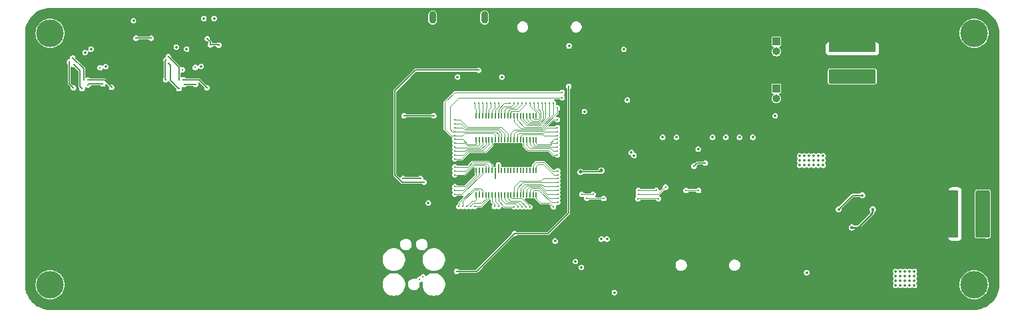
<source format=gbl>
G04 #@! TF.GenerationSoftware,KiCad,Pcbnew,7.0.10-7.0.10~ubuntu22.04.1*
G04 #@! TF.CreationDate,2024-02-08T17:20:11-05:00*
G04 #@! TF.ProjectId,daughterBoard,64617567-6874-4657-9242-6f6172642e6b,rev?*
G04 #@! TF.SameCoordinates,Original*
G04 #@! TF.FileFunction,Copper,L4,Bot*
G04 #@! TF.FilePolarity,Positive*
%FSLAX46Y46*%
G04 Gerber Fmt 4.6, Leading zero omitted, Abs format (unit mm)*
G04 Created by KiCad (PCBNEW 7.0.10-7.0.10~ubuntu22.04.1) date 2024-02-08 17:20:11*
%MOMM*%
%LPD*%
G01*
G04 APERTURE LIST*
G04 #@! TA.AperFunction,ComponentPad*
%ADD10C,3.500000*%
G04 #@! TD*
G04 #@! TA.AperFunction,ComponentPad*
%ADD11R,1.000000X1.000000*%
G04 #@! TD*
G04 #@! TA.AperFunction,ComponentPad*
%ADD12O,1.000000X1.000000*%
G04 #@! TD*
G04 #@! TA.AperFunction,ComponentPad*
%ADD13O,0.900000X1.600000*%
G04 #@! TD*
G04 #@! TA.AperFunction,SMDPad,CuDef*
%ADD14R,0.200000X0.700000*%
G04 #@! TD*
G04 #@! TA.AperFunction,SMDPad,CuDef*
%ADD15R,0.700000X0.200000*%
G04 #@! TD*
G04 #@! TA.AperFunction,ViaPad*
%ADD16C,0.300000*%
G04 #@! TD*
G04 #@! TA.AperFunction,ViaPad*
%ADD17C,0.350000*%
G04 #@! TD*
G04 #@! TA.AperFunction,ViaPad*
%ADD18C,0.500000*%
G04 #@! TD*
G04 #@! TA.AperFunction,ViaPad*
%ADD19C,0.400000*%
G04 #@! TD*
G04 #@! TA.AperFunction,Conductor*
%ADD20C,0.150000*%
G04 #@! TD*
G04 #@! TA.AperFunction,Conductor*
%ADD21C,0.200000*%
G04 #@! TD*
G04 #@! TA.AperFunction,Conductor*
%ADD22C,0.250000*%
G04 #@! TD*
G04 #@! TA.AperFunction,Conductor*
%ADD23C,0.100000*%
G04 #@! TD*
G04 APERTURE END LIST*
D10*
X97500000Y-72000000D03*
D11*
X189850000Y-73055000D03*
D12*
X189850000Y-74325000D03*
D10*
X97500000Y-104000000D03*
X215000000Y-72000000D03*
D11*
X189850000Y-79050000D03*
D12*
X189850000Y-80320000D03*
D10*
X215000000Y-104000000D03*
D13*
X152725000Y-70000000D03*
X146125000Y-70000000D03*
D14*
X202300000Y-77040000D03*
X201900000Y-77040000D03*
X201500000Y-77040000D03*
X201100000Y-77040000D03*
X200700000Y-77040000D03*
X200300000Y-77040000D03*
X199900000Y-77040000D03*
X199500000Y-77040000D03*
X199100000Y-77040000D03*
X198700000Y-77040000D03*
X198300000Y-77040000D03*
X197900000Y-77040000D03*
X197500000Y-77040000D03*
X197100000Y-77040000D03*
X196700000Y-77040000D03*
X202300000Y-73960000D03*
X201900000Y-73960000D03*
X201500000Y-73960000D03*
X201100000Y-73960000D03*
X200700000Y-73960000D03*
X200300000Y-73960000D03*
X199900000Y-73960000D03*
X199500000Y-73960000D03*
X199100000Y-73960000D03*
X198700000Y-73960000D03*
X198300000Y-73960000D03*
X197900000Y-73960000D03*
X197500000Y-73960000D03*
X197100000Y-73960000D03*
X196700000Y-73960000D03*
D15*
X215640000Y-92200000D03*
X215640000Y-92600000D03*
X215640000Y-93000000D03*
X215640000Y-93400000D03*
X215640000Y-93800000D03*
X215640000Y-94200000D03*
X215640000Y-94600000D03*
X215640000Y-95000000D03*
X215640000Y-95400000D03*
X215640000Y-95800000D03*
X215640000Y-96200000D03*
X215640000Y-96600000D03*
X215640000Y-97000000D03*
X215640000Y-97400000D03*
X215640000Y-97800000D03*
X212560000Y-92200000D03*
X212560000Y-92600000D03*
X212560000Y-93000000D03*
X212560000Y-93400000D03*
X212560000Y-93800000D03*
X212560000Y-94200000D03*
X212560000Y-94600000D03*
X212560000Y-95000000D03*
X212560000Y-95400000D03*
X212560000Y-95800000D03*
X212560000Y-96200000D03*
X212560000Y-96600000D03*
X212560000Y-97000000D03*
X212560000Y-97400000D03*
X212560000Y-97800000D03*
D14*
X151700000Y-89460000D03*
X152100000Y-89460000D03*
X152500000Y-89460000D03*
X152900000Y-89460000D03*
X153300000Y-89460000D03*
X153700000Y-89460000D03*
X154100000Y-89460000D03*
X154500000Y-89460000D03*
X154900000Y-89460000D03*
X155300000Y-89460000D03*
X155700000Y-89460000D03*
X156100000Y-89460000D03*
X156500000Y-89460000D03*
X156900000Y-89460000D03*
X157300000Y-89460000D03*
X157700000Y-89460000D03*
X158100000Y-89460000D03*
X158500000Y-89460000D03*
X158900000Y-89460000D03*
X159300000Y-89460000D03*
X151700000Y-92540000D03*
X152100000Y-92540000D03*
X152500000Y-92540000D03*
X152900000Y-92540000D03*
X153300000Y-92540000D03*
X153700000Y-92540000D03*
X154100000Y-92540000D03*
X154500000Y-92540000D03*
X154900000Y-92540000D03*
X155300000Y-92540000D03*
X155700000Y-92540000D03*
X156100000Y-92540000D03*
X156500000Y-92540000D03*
X156900000Y-92540000D03*
X157300000Y-92540000D03*
X157700000Y-92540000D03*
X158100000Y-92540000D03*
X158500000Y-92540000D03*
X158900000Y-92540000D03*
X159300000Y-92540000D03*
X159300000Y-85540000D03*
X158900000Y-85540000D03*
X158500000Y-85540000D03*
X158100000Y-85540000D03*
X157700000Y-85540000D03*
X157300000Y-85540000D03*
X156900000Y-85540000D03*
X156500000Y-85540000D03*
X156100000Y-85540000D03*
X155700000Y-85540000D03*
X155300000Y-85540000D03*
X154900000Y-85540000D03*
X154500000Y-85540000D03*
X154100000Y-85540000D03*
X153700000Y-85540000D03*
X153300000Y-85540000D03*
X152900000Y-85540000D03*
X152500000Y-85540000D03*
X152100000Y-85540000D03*
X151700000Y-85540000D03*
X159300000Y-82460000D03*
X158900000Y-82460000D03*
X158500000Y-82460000D03*
X158100000Y-82460000D03*
X157700000Y-82460000D03*
X157300000Y-82460000D03*
X156900000Y-82460000D03*
X156500000Y-82460000D03*
X156100000Y-82460000D03*
X155700000Y-82460000D03*
X155300000Y-82460000D03*
X154900000Y-82460000D03*
X154500000Y-82460000D03*
X154100000Y-82460000D03*
X153700000Y-82460000D03*
X153300000Y-82460000D03*
X152900000Y-82460000D03*
X152500000Y-82460000D03*
X152100000Y-82460000D03*
X151700000Y-82460000D03*
D16*
X146300000Y-82500000D03*
X142500000Y-82500000D03*
D17*
X102150000Y-100700000D03*
X130050000Y-72850000D03*
X204400000Y-99000000D03*
X179850000Y-81950000D03*
X169950000Y-105000000D03*
X170450000Y-73350000D03*
X204400000Y-100200000D03*
X135000000Y-72850000D03*
X103350000Y-74000000D03*
X194100000Y-104000000D03*
X155950000Y-103950000D03*
X203800000Y-100200000D03*
X197900000Y-91100000D03*
X213550000Y-79100000D03*
X204400000Y-99600000D03*
X198600000Y-73000000D03*
X102150000Y-97400000D03*
X173550000Y-102750000D03*
D16*
X102199500Y-76700000D03*
D17*
X196900000Y-92100000D03*
X189700000Y-93650000D03*
X211600000Y-97800000D03*
X202600000Y-99600000D03*
X211600000Y-93400000D03*
X196900000Y-91100000D03*
X189700000Y-102650000D03*
X202600000Y-100800000D03*
X114150000Y-100650000D03*
X158500000Y-73600000D03*
X211600000Y-97200000D03*
X182850000Y-73700000D03*
X155650000Y-99150000D03*
X170900000Y-78900000D03*
X196800000Y-73000000D03*
X168250000Y-76600000D03*
X201600000Y-73000000D03*
X203800000Y-99600000D03*
X197400000Y-91100000D03*
X204400000Y-100800000D03*
X151400000Y-74850000D03*
X114100000Y-82050000D03*
X211600000Y-95400000D03*
X102100000Y-85250000D03*
X197400000Y-91600000D03*
X215900000Y-76650000D03*
X211600000Y-94000000D03*
X199800000Y-73000000D03*
X158150000Y-101350000D03*
X203200000Y-100200000D03*
X189700000Y-81850000D03*
X107650000Y-71650000D03*
X158900000Y-102000000D03*
X211600000Y-94600000D03*
X151000000Y-98900000D03*
X197400000Y-73000000D03*
X197900000Y-91600000D03*
X115950000Y-75700000D03*
X114100000Y-85250000D03*
X148100000Y-74150000D03*
X199200000Y-73000000D03*
X179800000Y-71500000D03*
X198950000Y-80550000D03*
D16*
X144100000Y-99550000D03*
D17*
X215900000Y-81650000D03*
X173550000Y-93800000D03*
X114150000Y-97450000D03*
X203200000Y-100800000D03*
X211600000Y-92200000D03*
D16*
X144902169Y-99852169D03*
D17*
X160750000Y-98450000D03*
X202600000Y-99000000D03*
X202600000Y-100200000D03*
X165400000Y-76600000D03*
X203800000Y-99000000D03*
X200400000Y-73000000D03*
X165450000Y-82550000D03*
X148150000Y-74850000D03*
X211600000Y-96600000D03*
X108750000Y-70400000D03*
X179850000Y-77550000D03*
X201000000Y-73000000D03*
X132500000Y-74800000D03*
X178950000Y-86750000D03*
X211600000Y-92800000D03*
X182900000Y-79750000D03*
X211600000Y-96000000D03*
X203200000Y-99600000D03*
X197400000Y-92100000D03*
X155600000Y-77550000D03*
X149950000Y-77550000D03*
X145600000Y-92950000D03*
X198000000Y-73000000D03*
X203200000Y-99000000D03*
X103750000Y-75650000D03*
X115450000Y-74000000D03*
X196900000Y-91600000D03*
X203800000Y-100800000D03*
X179800000Y-75850000D03*
X102100000Y-82050000D03*
X202200000Y-73000000D03*
X197900000Y-92100000D03*
X154300000Y-98900000D03*
X114850000Y-74000000D03*
X207400000Y-104100000D03*
X206800000Y-104100000D03*
X205600000Y-104100000D03*
X206200000Y-102300000D03*
X206200000Y-103500000D03*
D16*
X115950000Y-76350000D03*
D17*
X193700000Y-102450000D03*
X216600000Y-97800000D03*
X216600000Y-94000000D03*
X206200000Y-104100000D03*
X206800000Y-102900000D03*
X179900000Y-86750000D03*
X117050000Y-70100000D03*
X189700000Y-82500000D03*
X205600000Y-102300000D03*
X145600000Y-93600000D03*
X171750000Y-87550000D03*
X102700000Y-74000000D03*
X205600000Y-103500000D03*
X171400000Y-87179121D03*
X206800000Y-102300000D03*
X149300000Y-77550000D03*
X186850000Y-85250000D03*
D16*
X114309500Y-76650000D03*
D17*
X216600000Y-92200000D03*
X168300000Y-98200000D03*
X169250000Y-105000000D03*
X164300000Y-101050000D03*
X216600000Y-95400000D03*
D16*
X144500000Y-103300000D03*
D17*
X205000000Y-102300000D03*
X170450000Y-74050000D03*
X205600000Y-102900000D03*
X154950000Y-77550000D03*
X185150000Y-85250000D03*
X118350000Y-70100000D03*
X216600000Y-97200000D03*
X116700000Y-76200000D03*
X206800000Y-103500000D03*
X161700000Y-98450000D03*
X216600000Y-96000000D03*
X216600000Y-93400000D03*
X207400000Y-103500000D03*
X207400000Y-102900000D03*
X205000000Y-102900000D03*
X205000000Y-103500000D03*
X207400000Y-102300000D03*
X183450000Y-85250000D03*
X165050000Y-101800000D03*
D16*
X103850000Y-76375000D03*
D17*
X181750000Y-85250000D03*
X108100000Y-70400000D03*
X205000000Y-104100000D03*
X101950000Y-74450000D03*
X163500000Y-73600000D03*
X216600000Y-96600000D03*
D16*
X144906462Y-103009670D03*
D17*
X113550000Y-73750000D03*
X104550000Y-76250000D03*
X216600000Y-92800000D03*
X175400000Y-85250000D03*
X167600000Y-98200000D03*
X206200000Y-102900000D03*
X170900000Y-80500000D03*
X165450000Y-81950000D03*
X177150000Y-85250000D03*
X216600000Y-94600000D03*
D18*
X167600000Y-89450000D03*
X164950000Y-89650000D03*
D17*
X197775000Y-94400000D03*
X200775000Y-92625000D03*
D19*
X199450000Y-96700000D03*
X202100000Y-94400000D03*
D16*
X163450000Y-78750000D03*
X149200000Y-102300000D03*
X156530345Y-97494655D03*
X161500000Y-94100000D03*
X162050000Y-92000994D03*
X178350000Y-92000000D03*
X179950000Y-92000000D03*
X174600000Y-92000000D03*
X172300000Y-92000000D03*
X167900000Y-93024709D03*
X179375000Y-88900000D03*
X174850000Y-93050000D03*
X165750000Y-93000000D03*
X172250000Y-93050000D03*
X180825000Y-88525000D03*
X162050000Y-93000000D03*
X166550000Y-92500000D03*
X172300000Y-92500000D03*
X165100000Y-92500000D03*
X175750000Y-91600000D03*
X162050000Y-92500497D03*
X154500000Y-88750000D03*
X142375000Y-90500000D03*
X110350000Y-72625000D03*
X154100000Y-90500000D03*
X108425000Y-72625000D03*
X117462333Y-72687333D03*
X144600000Y-90500000D03*
X117875000Y-73475000D03*
X118950000Y-73500000D03*
X152000000Y-76700000D03*
X145050000Y-90950000D03*
X100375000Y-75125500D03*
X101775000Y-77950000D03*
X114410500Y-77900000D03*
X117435000Y-78924500D03*
X115985000Y-78500000D03*
X114535000Y-78500000D03*
X113885000Y-79050000D03*
X112585000Y-75850000D03*
X112185000Y-77900000D03*
X112235000Y-75400000D03*
X102303588Y-77951112D03*
X105325000Y-78874500D03*
X102300000Y-78575000D03*
X104175000Y-78450000D03*
X101575000Y-79050000D03*
X100525000Y-76000000D03*
X99925000Y-75650000D03*
X100475000Y-78950000D03*
D17*
X192800000Y-88800000D03*
X197400000Y-78000000D03*
X194000000Y-87600000D03*
X192800000Y-87600000D03*
X199800000Y-78000000D03*
X200400000Y-78000000D03*
X195200000Y-88200000D03*
X195200000Y-88800000D03*
X198000000Y-78000000D03*
X196800000Y-78000000D03*
X194600000Y-88800000D03*
X194600000Y-88200000D03*
X195800000Y-88200000D03*
X193400000Y-87600000D03*
X201600000Y-78000000D03*
X198600000Y-78000000D03*
X195200000Y-87600000D03*
X199200000Y-78000000D03*
X195800000Y-87600000D03*
X194000000Y-88200000D03*
X193400000Y-88800000D03*
X201000000Y-78000000D03*
X202200000Y-78000000D03*
X194600000Y-87600000D03*
X194000000Y-88800000D03*
X195800000Y-88800000D03*
X192800000Y-88200000D03*
X193400000Y-88200000D03*
D16*
X149500000Y-94050000D03*
X150000000Y-94050000D03*
X150500000Y-94050000D03*
X151000000Y-94050000D03*
X151499503Y-94050000D03*
X154000000Y-94050000D03*
X154500000Y-94050000D03*
X156500000Y-94100000D03*
X157000000Y-94100000D03*
X157500000Y-94100000D03*
X157999503Y-94100000D03*
X158500000Y-94100000D03*
X162050000Y-93500000D03*
X162050000Y-91500000D03*
X162050000Y-91000000D03*
X162050000Y-90500000D03*
X162050000Y-90000000D03*
X162050000Y-89500000D03*
X162000000Y-87500000D03*
X162000000Y-87000000D03*
X162000000Y-86500000D03*
X162000000Y-86000000D03*
X162000000Y-85500000D03*
X162000000Y-85000000D03*
X162000000Y-84500000D03*
X162000000Y-84000000D03*
X160000000Y-80900000D03*
X162000000Y-83000000D03*
X162000000Y-81500000D03*
X161500000Y-80900000D03*
X161000000Y-80900000D03*
X160500000Y-80900000D03*
X159500000Y-80900000D03*
X159000000Y-80900000D03*
X158500000Y-80900000D03*
X158000000Y-80900000D03*
X157500000Y-80900000D03*
X157000000Y-80900000D03*
X156500000Y-80900000D03*
X156000000Y-80900000D03*
X154500000Y-80900000D03*
X154000000Y-80900000D03*
X153500000Y-80900000D03*
X153000000Y-80900000D03*
X152500000Y-80900000D03*
X152000000Y-80900000D03*
X151500000Y-80900000D03*
X148950000Y-83000000D03*
X148950000Y-83500000D03*
X148950000Y-84000000D03*
X162600000Y-80200000D03*
X148950000Y-84500000D03*
X148950000Y-85000000D03*
X162600000Y-79500000D03*
X148950000Y-85500000D03*
X148950000Y-86000000D03*
X148950000Y-86500000D03*
X148950000Y-87000000D03*
X148950000Y-87500000D03*
X148950000Y-88000000D03*
X148950000Y-89000000D03*
X148950000Y-89500000D03*
X148950000Y-90000000D03*
X148950000Y-91500000D03*
X148950000Y-92000000D03*
X148950000Y-92500000D03*
X113885000Y-77950000D03*
X112525330Y-74975500D03*
D20*
X142500000Y-82500000D02*
X146300000Y-82500000D01*
D21*
X164950000Y-89650000D02*
X167400000Y-89650000D01*
X167400000Y-89650000D02*
X167600000Y-89450000D01*
X197775000Y-94400000D02*
X199550000Y-92625000D01*
X199550000Y-92625000D02*
X200775000Y-92625000D01*
D22*
X202075000Y-94425000D02*
X202100000Y-94400000D01*
X200225000Y-96700000D02*
X202075000Y-94850000D01*
X202075000Y-94850000D02*
X202075000Y-94425000D01*
X199450000Y-96700000D02*
X200225000Y-96700000D01*
D20*
X149200000Y-102300000D02*
X151725000Y-102300000D01*
X160805345Y-97494655D02*
X156530345Y-97494655D01*
X163450000Y-94850000D02*
X160805345Y-97494655D01*
X151725000Y-102300000D02*
X156530345Y-97494655D01*
X163450000Y-78750000D02*
X163450000Y-94850000D01*
D23*
X159300000Y-93000000D02*
X159300000Y-92540000D01*
X161500000Y-94100000D02*
X161000000Y-93600000D01*
X159900000Y-93600000D02*
X159300000Y-93000000D01*
X161000000Y-93600000D02*
X159900000Y-93600000D01*
X160507094Y-92000994D02*
X159876101Y-91370000D01*
X178350000Y-92000000D02*
X179950000Y-92000000D01*
X158130000Y-91370000D02*
X157700000Y-91800000D01*
X157700000Y-91800000D02*
X157700000Y-92540000D01*
X172300000Y-92000000D02*
X174600000Y-92000000D01*
X172275000Y-92000000D02*
X172300000Y-92000000D01*
X162050000Y-92000994D02*
X160507094Y-92000994D01*
X178300000Y-92000000D02*
X178350000Y-92000000D01*
X159876101Y-91370000D02*
X158130000Y-91370000D01*
X165624709Y-93024709D02*
X165600000Y-93000000D01*
X167900000Y-93024709D02*
X167897979Y-93022688D01*
X158700000Y-91750000D02*
X158500000Y-91950000D01*
X160968700Y-93000000D02*
X159718700Y-91750000D01*
X172275000Y-93025000D02*
X174775000Y-93025000D01*
X159718700Y-91750000D02*
X158700000Y-91750000D01*
X158500000Y-91950000D02*
X158500000Y-92540000D01*
X167900000Y-93024709D02*
X165624709Y-93024709D01*
D20*
X180825000Y-88525000D02*
X179750000Y-88525000D01*
X179750000Y-88525000D02*
X179375000Y-88900000D01*
D23*
X162050000Y-93000000D02*
X160968700Y-93000000D01*
X167897979Y-93022688D02*
X167552312Y-93022688D01*
X158440000Y-91560000D02*
X158100000Y-91900000D01*
X165075000Y-92525000D02*
X165100000Y-92500000D01*
X172250000Y-92525000D02*
X172275000Y-92525000D01*
X172325000Y-92525000D02*
X174780331Y-92525000D01*
X175725000Y-91580331D02*
X175725000Y-91575000D01*
X160737897Y-92500497D02*
X159797401Y-91560000D01*
X165050000Y-92525000D02*
X165075000Y-92525000D01*
X162050000Y-92500497D02*
X160737897Y-92500497D01*
X165100000Y-92500000D02*
X165125000Y-92525000D01*
X165125000Y-92525000D02*
X166600000Y-92525000D01*
X158100000Y-91900000D02*
X158100000Y-92540000D01*
X172300000Y-92500000D02*
X172325000Y-92525000D01*
X174780331Y-92525000D02*
X175725000Y-91580331D01*
X172275000Y-92525000D02*
X172300000Y-92500000D01*
X159797401Y-91560000D02*
X158440000Y-91560000D01*
D20*
X154500000Y-88750000D02*
X154500000Y-89460000D01*
X142375000Y-90500000D02*
X144600000Y-90500000D01*
X154100000Y-90500000D02*
X154100000Y-89460000D01*
X117875000Y-73475000D02*
X118925000Y-73475000D01*
X118925000Y-73475000D02*
X118950000Y-73500000D01*
X117875000Y-73475000D02*
X117875000Y-73100000D01*
X108425000Y-72625000D02*
X110350000Y-72625000D01*
X117875000Y-73100000D02*
X117462333Y-72687333D01*
X152000000Y-76700000D02*
X143950000Y-76700000D01*
X141350000Y-90076041D02*
X142223959Y-90950000D01*
X141350000Y-79300000D02*
X141350000Y-90076041D01*
X142223959Y-90950000D02*
X145050000Y-90950000D01*
X143950000Y-76700000D02*
X141350000Y-79300000D01*
X101775000Y-76525500D02*
X100375000Y-75125500D01*
X101775000Y-77950000D02*
X101775000Y-76525500D01*
X116410500Y-77900000D02*
X117435000Y-78924500D01*
X114410500Y-77900000D02*
X116410500Y-77900000D01*
X114535000Y-78500000D02*
X115985000Y-78500000D01*
X113835000Y-79050000D02*
X112785000Y-78000000D01*
X113885000Y-79050000D02*
X113835000Y-79050000D01*
X112785000Y-76050000D02*
X112585000Y-75850000D01*
X112785000Y-78000000D02*
X112785000Y-76050000D01*
X112160000Y-77875000D02*
X112185000Y-77900000D01*
X112235000Y-75400000D02*
X112160000Y-75475000D01*
X112160000Y-75475000D02*
X112160000Y-77875000D01*
X102303588Y-77951112D02*
X104426112Y-77951112D01*
X105325000Y-78850000D02*
X105325000Y-78874500D01*
X104426112Y-77951112D02*
X105325000Y-78850000D01*
X102300000Y-78575000D02*
X102425000Y-78450000D01*
X102425000Y-78450000D02*
X104175000Y-78450000D01*
X100525000Y-76000000D02*
X101275000Y-76750000D01*
X101275000Y-76750000D02*
X101275000Y-78800000D01*
X101275000Y-78800000D02*
X101525000Y-79050000D01*
X101525000Y-79050000D02*
X101575000Y-79050000D01*
X99925000Y-78400000D02*
X100475000Y-78950000D01*
X99925000Y-75650000D02*
X99925000Y-78400000D01*
D23*
X152500000Y-92000000D02*
X152500000Y-92540000D01*
X152200000Y-91700000D02*
X152500000Y-92000000D01*
X149500000Y-93581299D02*
X151381299Y-91700000D01*
X151381299Y-91700000D02*
X152200000Y-91700000D01*
X149500000Y-94050000D02*
X149500000Y-93581299D01*
X152100000Y-92050000D02*
X152100000Y-92540000D01*
X150000000Y-94050000D02*
X150000000Y-93350000D01*
X151460000Y-91890000D02*
X151940000Y-91890000D01*
X150000000Y-93350000D02*
X151460000Y-91890000D01*
X151940000Y-91890000D02*
X152100000Y-92050000D01*
X150500000Y-93984314D02*
X151134314Y-93350000D01*
X151500000Y-93350000D02*
X151700000Y-93150000D01*
X150500000Y-94050000D02*
X150500000Y-93984314D01*
X151134314Y-93350000D02*
X151500000Y-93350000D01*
X151700000Y-93150000D02*
X151700000Y-92540000D01*
X151300000Y-93600000D02*
X152350000Y-93600000D01*
X151000000Y-94050000D02*
X151000000Y-93900000D01*
X151000000Y-93900000D02*
X151300000Y-93600000D01*
X152350000Y-93600000D02*
X152900000Y-93050000D01*
X152900000Y-93050000D02*
X152900000Y-92540000D01*
X153300000Y-93000000D02*
X153300000Y-92540000D01*
X151499503Y-94050000D02*
X152250000Y-94050000D01*
X152250000Y-94050000D02*
X153300000Y-93000000D01*
X153700000Y-93450000D02*
X153700000Y-92540000D01*
X154000000Y-93750000D02*
X153700000Y-93450000D01*
X154000000Y-94050000D02*
X154000000Y-93750000D01*
X154500000Y-93850000D02*
X154100000Y-93450000D01*
X154100000Y-93450000D02*
X154100000Y-92540000D01*
X154500000Y-94050000D02*
X154500000Y-93850000D01*
X156500000Y-94100000D02*
X155250000Y-94100000D01*
X154500000Y-93350000D02*
X154500000Y-92540000D01*
X155250000Y-94100000D02*
X154500000Y-93350000D01*
X155400000Y-93700000D02*
X154900000Y-93200000D01*
X156665686Y-93700000D02*
X155400000Y-93700000D01*
X157000000Y-94034314D02*
X156665686Y-93700000D01*
X154900000Y-93200000D02*
X154900000Y-92540000D01*
X157000000Y-94100000D02*
X157000000Y-94034314D01*
X157500000Y-94100000D02*
X157500000Y-94034314D01*
X156965686Y-93500000D02*
X155700000Y-93500000D01*
X157500000Y-94034314D02*
X156965686Y-93500000D01*
X155300000Y-93100000D02*
X155300000Y-92540000D01*
X155700000Y-93500000D02*
X155300000Y-93100000D01*
X156010000Y-93310000D02*
X155700000Y-93000000D01*
X155700000Y-93000000D02*
X155700000Y-92540000D01*
X157999503Y-94033817D02*
X157275686Y-93310000D01*
X157275686Y-93310000D02*
X156010000Y-93310000D01*
X157999503Y-94100000D02*
X157999503Y-94033817D01*
X156100000Y-92950000D02*
X156100000Y-92540000D01*
X158500000Y-94100000D02*
X158500000Y-94034811D01*
X158500000Y-94034811D02*
X157495189Y-93030000D01*
X157495189Y-93030000D02*
X156180000Y-93030000D01*
X156180000Y-93030000D02*
X156100000Y-92950000D01*
X161200000Y-93500000D02*
X159650000Y-91950000D01*
X159000000Y-91950000D02*
X158900000Y-92050000D01*
X159650000Y-91950000D02*
X159000000Y-91950000D01*
X158900000Y-92050000D02*
X158900000Y-92540000D01*
X162050000Y-93500000D02*
X161200000Y-93500000D01*
X160274800Y-91500000D02*
X159954801Y-91180000D01*
X157870000Y-91180000D02*
X157300000Y-91750000D01*
X157300000Y-91750000D02*
X157300000Y-92540000D01*
X162050000Y-91500000D02*
X160274800Y-91500000D01*
X159954801Y-91180000D02*
X157870000Y-91180000D01*
X162050000Y-91000000D02*
X162040000Y-90990000D01*
X162040000Y-90990000D02*
X157610000Y-90990000D01*
X156900000Y-91700000D02*
X156900000Y-92540000D01*
X157610000Y-90990000D02*
X156900000Y-91700000D01*
X156500000Y-91550000D02*
X156500000Y-92540000D01*
X162050000Y-90500000D02*
X160200000Y-90500000D01*
X159900000Y-90800000D02*
X157250000Y-90800000D01*
X160200000Y-90500000D02*
X159900000Y-90800000D01*
X157250000Y-90800000D02*
X156500000Y-91550000D01*
X159300000Y-88900000D02*
X159300000Y-89460000D01*
X162050000Y-90000000D02*
X161600000Y-90000000D01*
X159550000Y-88650000D02*
X159300000Y-88900000D01*
X160250000Y-88650000D02*
X159550000Y-88650000D01*
X161600000Y-90000000D02*
X160250000Y-88650000D01*
X160318700Y-88450000D02*
X159250000Y-88450000D01*
X162050000Y-89500000D02*
X161368700Y-89500000D01*
X158900000Y-88800000D02*
X158900000Y-89460000D01*
X159250000Y-88450000D02*
X158900000Y-88800000D01*
X161368700Y-89500000D02*
X160318700Y-88450000D01*
X162000000Y-87500000D02*
X161520000Y-87500000D01*
X161520000Y-87500000D02*
X160900000Y-86880000D01*
X157700000Y-86300000D02*
X157700000Y-85540000D01*
X158280000Y-86880000D02*
X157700000Y-86300000D01*
X160900000Y-86880000D02*
X158280000Y-86880000D01*
X158100000Y-86250000D02*
X158100000Y-85540000D01*
X158540000Y-86690000D02*
X158100000Y-86250000D01*
X162000000Y-87000000D02*
X161460000Y-87000000D01*
X161460000Y-87000000D02*
X161150000Y-86690000D01*
X161150000Y-86690000D02*
X158540000Y-86690000D01*
X158500000Y-86150000D02*
X158500000Y-85540000D01*
X158850000Y-86500000D02*
X158500000Y-86150000D01*
X162000000Y-86500000D02*
X158850000Y-86500000D01*
X158900000Y-86050000D02*
X158900000Y-85540000D01*
X159150000Y-86300000D02*
X158900000Y-86050000D01*
X161050000Y-86300000D02*
X159150000Y-86300000D01*
X161350000Y-86000000D02*
X161050000Y-86300000D01*
X162000000Y-86000000D02*
X161350000Y-86000000D01*
X161581300Y-85500000D02*
X160971300Y-86110000D01*
X159460000Y-86110000D02*
X159300000Y-85950000D01*
X162000000Y-85500000D02*
X161581300Y-85500000D01*
X159300000Y-85950000D02*
X159300000Y-85540000D01*
X160971300Y-86110000D02*
X159460000Y-86110000D01*
X162000000Y-85000000D02*
X160300000Y-85000000D01*
X157300000Y-85050000D02*
X157300000Y-85540000D01*
X160150000Y-84850000D02*
X157500000Y-84850000D01*
X160300000Y-85000000D02*
X160150000Y-84850000D01*
X157500000Y-84850000D02*
X157300000Y-85050000D01*
X160248302Y-84660001D02*
X157139999Y-84660001D01*
X157139999Y-84660001D02*
X156900000Y-84900000D01*
X162000000Y-84500000D02*
X160408303Y-84500000D01*
X156900000Y-84900000D02*
X156900000Y-85540000D01*
X160408303Y-84500000D02*
X160248302Y-84660001D01*
X156829999Y-84470001D02*
X156500000Y-84800000D01*
X160639602Y-84000000D02*
X160169602Y-84470001D01*
X156500000Y-84800000D02*
X156500000Y-85540000D01*
X162000000Y-84000000D02*
X160639602Y-84000000D01*
X160169602Y-84470001D02*
X156829999Y-84470001D01*
X159697400Y-83330001D02*
X160200000Y-82827401D01*
X160200000Y-81900000D02*
X160000000Y-81700000D01*
X160000000Y-81700000D02*
X160000000Y-80900000D01*
X158100000Y-82460000D02*
X158100000Y-82950000D01*
X158480001Y-83330001D02*
X159697400Y-83330001D01*
X160200000Y-82827401D02*
X160200000Y-81900000D01*
X158100000Y-82950000D02*
X158480001Y-83330001D01*
X156519999Y-84280001D02*
X156100000Y-84700000D01*
X162000000Y-83000000D02*
X161370901Y-83000000D01*
X156100000Y-84700000D02*
X156100000Y-85540000D01*
X161370901Y-83000000D02*
X160090901Y-84280001D01*
X160090901Y-84280001D02*
X156519999Y-84280001D01*
X157340001Y-84090001D02*
X160012201Y-84090001D01*
X156500000Y-83250000D02*
X157340001Y-84090001D01*
X156500000Y-82460000D02*
X156500000Y-83250000D01*
X162000000Y-82102201D02*
X162000000Y-81500000D01*
X160012201Y-84090001D02*
X162000000Y-82102201D01*
X159933501Y-83900001D02*
X161500000Y-82333501D01*
X161500000Y-82333501D02*
X161500000Y-80900000D01*
X157750001Y-83900001D02*
X159933501Y-83900001D01*
X156900000Y-83050000D02*
X157750001Y-83900001D01*
X156900000Y-82460000D02*
X156900000Y-83050000D01*
X157300000Y-82900000D02*
X158110001Y-83710001D01*
X158110001Y-83710001D02*
X159854800Y-83710001D01*
X159854800Y-83710001D02*
X161000000Y-82564801D01*
X157300000Y-82460000D02*
X157300000Y-82900000D01*
X161000000Y-82564801D02*
X161000000Y-80900000D01*
X157700000Y-82460000D02*
X157700000Y-82950000D01*
X157700000Y-82950000D02*
X158270001Y-83520001D01*
X158270001Y-83520001D02*
X159776100Y-83520001D01*
X159776100Y-83520001D02*
X160500000Y-82796101D01*
X160500000Y-82796101D02*
X160500000Y-80900000D01*
X158500000Y-82460000D02*
X158500000Y-82900000D01*
X159890000Y-82868701D02*
X159890000Y-81990000D01*
X159500000Y-81600000D02*
X159500000Y-80900000D01*
X159618700Y-83140000D02*
X159890000Y-82868701D01*
X158740000Y-83140000D02*
X159618700Y-83140000D01*
X159890000Y-81990000D02*
X159500000Y-81600000D01*
X158500000Y-82900000D02*
X158740000Y-83140000D01*
X158900000Y-82850000D02*
X159000000Y-82950000D01*
X159700000Y-82150000D02*
X159000000Y-81450000D01*
X159700000Y-82790000D02*
X159700000Y-82150000D01*
X159000000Y-81450000D02*
X159000000Y-80900000D01*
X159540000Y-82950000D02*
X159700000Y-82790000D01*
X159000000Y-82950000D02*
X159540000Y-82950000D01*
X158900000Y-82460000D02*
X158900000Y-82850000D01*
X158500000Y-81218700D02*
X158500000Y-80900000D01*
X159300000Y-82460000D02*
X159300000Y-82018700D01*
X159300000Y-82018700D02*
X158500000Y-81218700D01*
X158000000Y-80965686D02*
X157095686Y-81870000D01*
X158000000Y-80900000D02*
X158000000Y-80965686D01*
X156230000Y-81870000D02*
X156100000Y-82000000D01*
X157095686Y-81870000D02*
X156230000Y-81870000D01*
X156100000Y-82000000D02*
X156100000Y-82460000D01*
X156785686Y-81680000D02*
X155970000Y-81680000D01*
X155970000Y-81680000D02*
X155700000Y-81950000D01*
X155700000Y-81950000D02*
X155700000Y-82460000D01*
X157500000Y-80900000D02*
X157500000Y-80965686D01*
X157500000Y-80965686D02*
X156785686Y-81680000D01*
X155510000Y-81490000D02*
X155300000Y-81700000D01*
X155300000Y-81700000D02*
X155300000Y-82460000D01*
X157000000Y-80900000D02*
X157000000Y-80965686D01*
X157000000Y-80965686D02*
X156475686Y-81490000D01*
X156475686Y-81490000D02*
X155510000Y-81490000D01*
X154900000Y-81650000D02*
X154900000Y-82460000D01*
X155250000Y-81300000D02*
X154900000Y-81650000D01*
X156500000Y-80965686D02*
X156165686Y-81300000D01*
X156165686Y-81300000D02*
X155250000Y-81300000D01*
X156500000Y-80900000D02*
X156500000Y-80965686D01*
X154500000Y-81650000D02*
X154500000Y-82460000D01*
X155250000Y-80900000D02*
X154500000Y-81650000D01*
X156000000Y-80900000D02*
X155250000Y-80900000D01*
X154500000Y-81350000D02*
X154100000Y-81750000D01*
X154500000Y-80900000D02*
X154500000Y-81350000D01*
X154100000Y-81750000D02*
X154100000Y-82460000D01*
X153700000Y-81800000D02*
X153700000Y-82460000D01*
X154000000Y-80900000D02*
X154000000Y-81500000D01*
X154000000Y-81500000D02*
X153700000Y-81800000D01*
X153500000Y-80900000D02*
X153500000Y-81500000D01*
X153500000Y-81500000D02*
X153300000Y-81700000D01*
X153300000Y-81700000D02*
X153300000Y-82460000D01*
X153000000Y-80900000D02*
X153000000Y-81450000D01*
X152900000Y-81550000D02*
X152900000Y-82460000D01*
X153000000Y-81450000D02*
X152900000Y-81550000D01*
X152500000Y-80900000D02*
X152500000Y-82460000D01*
X152100000Y-81650000D02*
X152100000Y-82460000D01*
X152000000Y-80900000D02*
X152000000Y-81550000D01*
X152000000Y-81550000D02*
X152100000Y-81650000D01*
X151500000Y-80900000D02*
X151500000Y-81450000D01*
X151500000Y-81450000D02*
X151700000Y-81650000D01*
X151700000Y-81650000D02*
X151700000Y-82460000D01*
X154870000Y-83920000D02*
X155700000Y-84750000D01*
X150520000Y-83920000D02*
X154870000Y-83920000D01*
X148950000Y-83000000D02*
X149600000Y-83000000D01*
X149600000Y-83000000D02*
X150520000Y-83920000D01*
X155700000Y-84750000D02*
X155700000Y-85540000D01*
X155300000Y-84750000D02*
X155300000Y-85540000D01*
X149800000Y-83500000D02*
X150410000Y-84110000D01*
X154660000Y-84110000D02*
X155300000Y-84750000D01*
X150410000Y-84110000D02*
X154660000Y-84110000D01*
X148950000Y-83500000D02*
X149800000Y-83500000D01*
X154900000Y-84750000D02*
X154900000Y-85540000D01*
X148950000Y-84000000D02*
X149950000Y-84000000D01*
X154450000Y-84300000D02*
X154900000Y-84750000D01*
X150250000Y-84300000D02*
X154450000Y-84300000D01*
X149950000Y-84000000D02*
X150250000Y-84300000D01*
X148350000Y-81350000D02*
X148450000Y-81250000D01*
X148950000Y-84500000D02*
X148650000Y-84500000D01*
X148650000Y-84500000D02*
X148350000Y-84200000D01*
X154150000Y-84500000D02*
X154500000Y-84850000D01*
X148950000Y-84500000D02*
X154150000Y-84500000D01*
X149500000Y-80200000D02*
X162600000Y-80200000D01*
X154500000Y-84850000D02*
X154500000Y-85540000D01*
X148350000Y-84200000D02*
X148350000Y-81350000D01*
X148450000Y-81250000D02*
X149500000Y-80200000D01*
X148950000Y-79500000D02*
X162600000Y-79500000D01*
X147700000Y-80750000D02*
X148950000Y-79500000D01*
X150200000Y-84700000D02*
X153850000Y-84700000D01*
X148500000Y-85000000D02*
X147700000Y-84200000D01*
X147700000Y-84200000D02*
X147700000Y-80750000D01*
X148950000Y-85000000D02*
X149900000Y-85000000D01*
X154100000Y-84950000D02*
X154100000Y-85540000D01*
X149900000Y-85000000D02*
X150200000Y-84700000D01*
X148950000Y-85000000D02*
X148500000Y-85000000D01*
X153850000Y-84700000D02*
X154100000Y-84950000D01*
X148950000Y-85500000D02*
X149950000Y-85500000D01*
X151550000Y-86150000D02*
X151700000Y-86000000D01*
X151700000Y-86000000D02*
X151700000Y-85540000D01*
X150600000Y-86150000D02*
X151550000Y-86150000D01*
X149950000Y-85500000D02*
X150600000Y-86150000D01*
X148950000Y-86000000D02*
X150181300Y-86000000D01*
X151910000Y-86340000D02*
X152100000Y-86150000D01*
X150181300Y-86000000D02*
X150521300Y-86340000D01*
X152100000Y-86150000D02*
X152100000Y-85540000D01*
X150521300Y-86340000D02*
X151910000Y-86340000D01*
X148950000Y-86500000D02*
X148980000Y-86530000D01*
X148980000Y-86530000D02*
X152070000Y-86530000D01*
X152500000Y-86100000D02*
X152500000Y-85540000D01*
X152070000Y-86530000D02*
X152500000Y-86100000D01*
X152280000Y-86720000D02*
X152900000Y-86100000D01*
X150250000Y-87000000D02*
X150530000Y-86720000D01*
X150530000Y-86720000D02*
X152280000Y-86720000D01*
X152900000Y-86100000D02*
X152900000Y-85540000D01*
X148950000Y-87000000D02*
X150250000Y-87000000D01*
X152540000Y-86910000D02*
X153300000Y-86150000D01*
X150608701Y-86910000D02*
X152540000Y-86910000D01*
X148950000Y-87500000D02*
X150018701Y-87500000D01*
X153300000Y-86150000D02*
X153300000Y-85540000D01*
X150018701Y-87500000D02*
X150608701Y-86910000D01*
X153700000Y-86250000D02*
X153700000Y-85540000D01*
X152850000Y-87100000D02*
X153700000Y-86250000D01*
X150700000Y-87100000D02*
X152850000Y-87100000D01*
X149800000Y-88000000D02*
X150700000Y-87100000D01*
X148950000Y-88000000D02*
X149800000Y-88000000D01*
X151242599Y-88370000D02*
X153270000Y-88370000D01*
X153700000Y-88800000D02*
X153700000Y-89460000D01*
X150612600Y-89000000D02*
X151242599Y-88370000D01*
X153270000Y-88370000D02*
X153700000Y-88800000D01*
X148950000Y-89000000D02*
X150612600Y-89000000D01*
X153300000Y-88850000D02*
X153300000Y-89460000D01*
X153010000Y-88560000D02*
X153300000Y-88850000D01*
X150381300Y-89500000D02*
X151321300Y-88560000D01*
X151321300Y-88560000D02*
X153010000Y-88560000D01*
X148950000Y-89500000D02*
X150381300Y-89500000D01*
X152700000Y-88750000D02*
X152900000Y-88950000D01*
X151400000Y-88750000D02*
X152700000Y-88750000D01*
X148950000Y-90000000D02*
X150150000Y-90000000D01*
X152900000Y-88950000D02*
X152900000Y-89460000D01*
X150150000Y-90000000D02*
X151400000Y-88750000D01*
X148950000Y-91500000D02*
X150300000Y-91500000D01*
X151700000Y-90100000D02*
X151700000Y-89460000D01*
X150300000Y-91500000D02*
X151700000Y-90100000D01*
X152100000Y-89968700D02*
X152100000Y-89460000D01*
X150068700Y-92000000D02*
X152100000Y-89968700D01*
X148950000Y-92000000D02*
X150068700Y-92000000D01*
X148950000Y-92500000D02*
X149837400Y-92500000D01*
X149837400Y-92500000D02*
X152500000Y-89837400D01*
X152500000Y-89837400D02*
X152500000Y-89460000D01*
D20*
X113885000Y-77950000D02*
X113885000Y-76335170D01*
X113885000Y-76335170D02*
X112525330Y-74975500D01*
G04 #@! TA.AperFunction,Conductor*
G36*
X215003243Y-68800669D02*
G01*
X215327952Y-68817687D01*
X215340860Y-68819044D01*
X215658794Y-68869400D01*
X215671478Y-68872095D01*
X215982429Y-68955414D01*
X215994770Y-68959425D01*
X216295282Y-69074780D01*
X216307138Y-69080058D01*
X216593976Y-69226210D01*
X216605192Y-69232686D01*
X216875165Y-69408008D01*
X216885666Y-69415637D01*
X217135836Y-69618221D01*
X217145481Y-69626906D01*
X217373093Y-69854518D01*
X217381778Y-69864163D01*
X217584362Y-70114333D01*
X217591991Y-70124834D01*
X217767310Y-70394802D01*
X217773792Y-70406029D01*
X217829245Y-70514860D01*
X217919940Y-70692859D01*
X217925219Y-70704717D01*
X218040574Y-71005229D01*
X218044585Y-71017572D01*
X218127902Y-71328515D01*
X218130600Y-71341211D01*
X218180955Y-71659139D01*
X218182312Y-71672047D01*
X218199330Y-71996756D01*
X218199500Y-72003246D01*
X218199500Y-103996753D01*
X218199330Y-104003243D01*
X218182312Y-104327952D01*
X218180955Y-104340860D01*
X218130600Y-104658788D01*
X218127902Y-104671484D01*
X218044585Y-104982427D01*
X218040574Y-104994770D01*
X217925219Y-105295282D01*
X217919940Y-105307140D01*
X217773796Y-105593964D01*
X217767306Y-105605204D01*
X217591991Y-105875165D01*
X217584362Y-105885666D01*
X217381778Y-106135836D01*
X217373093Y-106145481D01*
X217145481Y-106373093D01*
X217135836Y-106381778D01*
X216885666Y-106584362D01*
X216875165Y-106591991D01*
X216605204Y-106767306D01*
X216593964Y-106773796D01*
X216307140Y-106919940D01*
X216295282Y-106925219D01*
X215994770Y-107040574D01*
X215982427Y-107044585D01*
X215671484Y-107127902D01*
X215658788Y-107130600D01*
X215340860Y-107180955D01*
X215327952Y-107182312D01*
X215003244Y-107199330D01*
X214996754Y-107199500D01*
X97503246Y-107199500D01*
X97496756Y-107199330D01*
X97172047Y-107182312D01*
X97159139Y-107180955D01*
X96841211Y-107130600D01*
X96828515Y-107127902D01*
X96517572Y-107044585D01*
X96505229Y-107040574D01*
X96204717Y-106925219D01*
X96192859Y-106919940D01*
X95995501Y-106819381D01*
X95906029Y-106773792D01*
X95894802Y-106767310D01*
X95624834Y-106591991D01*
X95614333Y-106584362D01*
X95364163Y-106381778D01*
X95354518Y-106373093D01*
X95126906Y-106145481D01*
X95118221Y-106135836D01*
X94915637Y-105885666D01*
X94908008Y-105875165D01*
X94882796Y-105836342D01*
X94732686Y-105605192D01*
X94726210Y-105593976D01*
X94580058Y-105307138D01*
X94574780Y-105295282D01*
X94571637Y-105287095D01*
X94459424Y-104994769D01*
X94455414Y-104982427D01*
X94404232Y-104791413D01*
X94372095Y-104671478D01*
X94369399Y-104658788D01*
X94351409Y-104545207D01*
X94319044Y-104340860D01*
X94317687Y-104327952D01*
X94300670Y-104003243D01*
X94300585Y-104000001D01*
X95644773Y-104000001D01*
X95663657Y-104264027D01*
X95663658Y-104264034D01*
X95719921Y-104522673D01*
X95812426Y-104770690D01*
X95812428Y-104770694D01*
X95939280Y-105003005D01*
X95939285Y-105003013D01*
X96097906Y-105214907D01*
X96097922Y-105214925D01*
X96285074Y-105402077D01*
X96285092Y-105402093D01*
X96496986Y-105560714D01*
X96496994Y-105560719D01*
X96729305Y-105687571D01*
X96729309Y-105687573D01*
X96729311Y-105687574D01*
X96977322Y-105780077D01*
X96977325Y-105780077D01*
X96977326Y-105780078D01*
X97172552Y-105822546D01*
X97235974Y-105836343D01*
X97479660Y-105853772D01*
X97499999Y-105855227D01*
X97500000Y-105855227D01*
X97500001Y-105855227D01*
X97518885Y-105853876D01*
X97764026Y-105836343D01*
X98022678Y-105780077D01*
X98270689Y-105687574D01*
X98503011Y-105560716D01*
X98714915Y-105402087D01*
X98902087Y-105214915D01*
X99060716Y-105003011D01*
X99187574Y-104770689D01*
X99280077Y-104522678D01*
X99336343Y-104264026D01*
X99348851Y-104089152D01*
X139772050Y-104089152D01*
X139788329Y-104186707D01*
X139811274Y-104324208D01*
X139888648Y-104549589D01*
X139888654Y-104549603D01*
X140002069Y-104759176D01*
X140002076Y-104759187D01*
X140148433Y-104947227D01*
X140148436Y-104947230D01*
X140148440Y-104947235D01*
X140323766Y-105108633D01*
X140523266Y-105238973D01*
X140741498Y-105334699D01*
X140972510Y-105393199D01*
X141150528Y-105407950D01*
X141150532Y-105407950D01*
X141269468Y-105407950D01*
X141269472Y-105407950D01*
X141447490Y-105393199D01*
X141678502Y-105334699D01*
X141896734Y-105238973D01*
X142096234Y-105108633D01*
X142271560Y-104947235D01*
X142392840Y-104791414D01*
X142417923Y-104759187D01*
X142417924Y-104759185D01*
X142417929Y-104759179D01*
X142531349Y-104549597D01*
X142608726Y-104324206D01*
X142647950Y-104089152D01*
X142647950Y-104013660D01*
X143000393Y-104013660D01*
X143030668Y-104185354D01*
X143099721Y-104345438D01*
X143099722Y-104345440D01*
X143099724Y-104345443D01*
X143203832Y-104485283D01*
X143337386Y-104597349D01*
X143493185Y-104675594D01*
X143662829Y-104715800D01*
X143662831Y-104715800D01*
X143793429Y-104715800D01*
X143793436Y-104715800D01*
X143923164Y-104700637D01*
X144086993Y-104641008D01*
X144232654Y-104545205D01*
X144352296Y-104418393D01*
X144439467Y-104267407D01*
X144489469Y-104100388D01*
X144499607Y-103926340D01*
X144474961Y-103786570D01*
X144482705Y-103717133D01*
X144526761Y-103662904D01*
X144577679Y-103642566D01*
X144609656Y-103637501D01*
X144609656Y-103637500D01*
X144609661Y-103637500D01*
X144694414Y-103594316D01*
X144763081Y-103581421D01*
X144827821Y-103607697D01*
X144868078Y-103664804D01*
X144873015Y-103725212D01*
X144871219Y-103735974D01*
X144852050Y-103850848D01*
X144852050Y-104089152D01*
X144868329Y-104186707D01*
X144891274Y-104324208D01*
X144968648Y-104549589D01*
X144968654Y-104549603D01*
X145082069Y-104759176D01*
X145082076Y-104759187D01*
X145228433Y-104947227D01*
X145228436Y-104947230D01*
X145228440Y-104947235D01*
X145403766Y-105108633D01*
X145603266Y-105238973D01*
X145821498Y-105334699D01*
X146052510Y-105393199D01*
X146230528Y-105407950D01*
X146230532Y-105407950D01*
X146349468Y-105407950D01*
X146349472Y-105407950D01*
X146527490Y-105393199D01*
X146758502Y-105334699D01*
X146976734Y-105238973D01*
X147176234Y-105108633D01*
X147294239Y-105000002D01*
X168895131Y-105000002D01*
X168912498Y-105109658D01*
X168962904Y-105208585D01*
X168962909Y-105208592D01*
X169041407Y-105287090D01*
X169041410Y-105287092D01*
X169041413Y-105287095D01*
X169080754Y-105307140D01*
X169140341Y-105337501D01*
X169249998Y-105354869D01*
X169250000Y-105354869D01*
X169250002Y-105354869D01*
X169359658Y-105337501D01*
X169359659Y-105337500D01*
X169359661Y-105337500D01*
X169458587Y-105287095D01*
X169537095Y-105208587D01*
X169587500Y-105109661D01*
X169587500Y-105109659D01*
X169587501Y-105109658D01*
X169604869Y-105000002D01*
X169604869Y-104999997D01*
X169587501Y-104890341D01*
X169587500Y-104890339D01*
X169537095Y-104791413D01*
X169537092Y-104791410D01*
X169537090Y-104791407D01*
X169458592Y-104712909D01*
X169458588Y-104712906D01*
X169458587Y-104712905D01*
X169385356Y-104675592D01*
X169359658Y-104662498D01*
X169250002Y-104645131D01*
X169249998Y-104645131D01*
X169140341Y-104662498D01*
X169041414Y-104712904D01*
X169041407Y-104712909D01*
X168962909Y-104791407D01*
X168962904Y-104791414D01*
X168912498Y-104890341D01*
X168895131Y-104999997D01*
X168895131Y-105000002D01*
X147294239Y-105000002D01*
X147351560Y-104947235D01*
X147472840Y-104791414D01*
X147497923Y-104759187D01*
X147497924Y-104759185D01*
X147497929Y-104759179D01*
X147611349Y-104549597D01*
X147688726Y-104324206D01*
X147726139Y-104100002D01*
X204645131Y-104100002D01*
X204662498Y-104209658D01*
X204712904Y-104308585D01*
X204712909Y-104308592D01*
X204791407Y-104387090D01*
X204791410Y-104387092D01*
X204791413Y-104387095D01*
X204852845Y-104418396D01*
X204890341Y-104437501D01*
X204999998Y-104454869D01*
X205000000Y-104454869D01*
X205000002Y-104454869D01*
X205109658Y-104437501D01*
X205109659Y-104437500D01*
X205109661Y-104437500D01*
X205208587Y-104387095D01*
X205212315Y-104383367D01*
X205273636Y-104349879D01*
X205343328Y-104354860D01*
X205387685Y-104383367D01*
X205391413Y-104387095D01*
X205452845Y-104418396D01*
X205490341Y-104437501D01*
X205599998Y-104454869D01*
X205600000Y-104454869D01*
X205600002Y-104454869D01*
X205709658Y-104437501D01*
X205709659Y-104437500D01*
X205709661Y-104437500D01*
X205808587Y-104387095D01*
X205812315Y-104383367D01*
X205873636Y-104349879D01*
X205943328Y-104354860D01*
X205987685Y-104383367D01*
X205991413Y-104387095D01*
X206052845Y-104418396D01*
X206090341Y-104437501D01*
X206199998Y-104454869D01*
X206200000Y-104454869D01*
X206200002Y-104454869D01*
X206309658Y-104437501D01*
X206309659Y-104437500D01*
X206309661Y-104437500D01*
X206408587Y-104387095D01*
X206412315Y-104383367D01*
X206473636Y-104349879D01*
X206543328Y-104354860D01*
X206587685Y-104383367D01*
X206591413Y-104387095D01*
X206652845Y-104418396D01*
X206690341Y-104437501D01*
X206799998Y-104454869D01*
X206800000Y-104454869D01*
X206800002Y-104454869D01*
X206909658Y-104437501D01*
X206909659Y-104437500D01*
X206909661Y-104437500D01*
X207008587Y-104387095D01*
X207012315Y-104383367D01*
X207073636Y-104349879D01*
X207143328Y-104354860D01*
X207187685Y-104383367D01*
X207191413Y-104387095D01*
X207252845Y-104418396D01*
X207290341Y-104437501D01*
X207399998Y-104454869D01*
X207400000Y-104454869D01*
X207400002Y-104454869D01*
X207509658Y-104437501D01*
X207509659Y-104437500D01*
X207509661Y-104437500D01*
X207608587Y-104387095D01*
X207687095Y-104308587D01*
X207737500Y-104209661D01*
X207737500Y-104209659D01*
X207737501Y-104209658D01*
X207754869Y-104100002D01*
X207754869Y-104099997D01*
X207739031Y-104000001D01*
X213144773Y-104000001D01*
X213163657Y-104264027D01*
X213163658Y-104264034D01*
X213219921Y-104522673D01*
X213312426Y-104770690D01*
X213312428Y-104770694D01*
X213439280Y-105003005D01*
X213439285Y-105003013D01*
X213597906Y-105214907D01*
X213597922Y-105214925D01*
X213785074Y-105402077D01*
X213785092Y-105402093D01*
X213996986Y-105560714D01*
X213996994Y-105560719D01*
X214229305Y-105687571D01*
X214229309Y-105687573D01*
X214229311Y-105687574D01*
X214477322Y-105780077D01*
X214477325Y-105780077D01*
X214477326Y-105780078D01*
X214672552Y-105822546D01*
X214735974Y-105836343D01*
X214979660Y-105853772D01*
X214999999Y-105855227D01*
X215000000Y-105855227D01*
X215000001Y-105855227D01*
X215018885Y-105853876D01*
X215264026Y-105836343D01*
X215522678Y-105780077D01*
X215770689Y-105687574D01*
X216003011Y-105560716D01*
X216214915Y-105402087D01*
X216402087Y-105214915D01*
X216560716Y-105003011D01*
X216687574Y-104770689D01*
X216780077Y-104522678D01*
X216836343Y-104264026D01*
X216855227Y-104000000D01*
X216836343Y-103735974D01*
X216780077Y-103477322D01*
X216687574Y-103229311D01*
X216671041Y-103199034D01*
X216560719Y-102996994D01*
X216560714Y-102996986D01*
X216402093Y-102785092D01*
X216402077Y-102785074D01*
X216214925Y-102597922D01*
X216214907Y-102597906D01*
X216003013Y-102439285D01*
X216003005Y-102439280D01*
X215770694Y-102312428D01*
X215770690Y-102312426D01*
X215522673Y-102219921D01*
X215264034Y-102163658D01*
X215264027Y-102163657D01*
X215000001Y-102144773D01*
X214999999Y-102144773D01*
X214735972Y-102163657D01*
X214735965Y-102163658D01*
X214477326Y-102219921D01*
X214229309Y-102312426D01*
X214229305Y-102312428D01*
X213996994Y-102439280D01*
X213996986Y-102439285D01*
X213785092Y-102597906D01*
X213785074Y-102597922D01*
X213597922Y-102785074D01*
X213597906Y-102785092D01*
X213439285Y-102996986D01*
X213439280Y-102996994D01*
X213312428Y-103229305D01*
X213312426Y-103229309D01*
X213219921Y-103477326D01*
X213163658Y-103735965D01*
X213163657Y-103735972D01*
X213144773Y-103999998D01*
X213144773Y-104000001D01*
X207739031Y-104000001D01*
X207737501Y-103990341D01*
X207704891Y-103926340D01*
X207687095Y-103891413D01*
X207683367Y-103887685D01*
X207649879Y-103826364D01*
X207654860Y-103756672D01*
X207683367Y-103712315D01*
X207687095Y-103708587D01*
X207737500Y-103609661D01*
X207737500Y-103609659D01*
X207737501Y-103609658D01*
X207754869Y-103500002D01*
X207754869Y-103499997D01*
X207737501Y-103390341D01*
X207710219Y-103336797D01*
X207687095Y-103291413D01*
X207683367Y-103287685D01*
X207649879Y-103226364D01*
X207654860Y-103156672D01*
X207683367Y-103112315D01*
X207687095Y-103108587D01*
X207737500Y-103009661D01*
X207737500Y-103009659D01*
X207737501Y-103009658D01*
X207754869Y-102900002D01*
X207754869Y-102899997D01*
X207737501Y-102790341D01*
X207736053Y-102787500D01*
X207687095Y-102691413D01*
X207683367Y-102687685D01*
X207649879Y-102626364D01*
X207654860Y-102556672D01*
X207683367Y-102512315D01*
X207683863Y-102511819D01*
X207687095Y-102508587D01*
X207737500Y-102409661D01*
X207737500Y-102409659D01*
X207737501Y-102409658D01*
X207754869Y-102300002D01*
X207754869Y-102299997D01*
X207737501Y-102190341D01*
X207705621Y-102127773D01*
X207687095Y-102091413D01*
X207687092Y-102091410D01*
X207687090Y-102091407D01*
X207608592Y-102012909D01*
X207608588Y-102012906D01*
X207608587Y-102012905D01*
X207600112Y-102008587D01*
X207509658Y-101962498D01*
X207400002Y-101945131D01*
X207399998Y-101945131D01*
X207290341Y-101962498D01*
X207191414Y-102012904D01*
X207191407Y-102012909D01*
X207187681Y-102016636D01*
X207126358Y-102050121D01*
X207056666Y-102045137D01*
X207012319Y-102016636D01*
X207008592Y-102012909D01*
X207008588Y-102012906D01*
X207008587Y-102012905D01*
X207000112Y-102008587D01*
X206909658Y-101962498D01*
X206800002Y-101945131D01*
X206799998Y-101945131D01*
X206690341Y-101962498D01*
X206591414Y-102012904D01*
X206591407Y-102012909D01*
X206587681Y-102016636D01*
X206526358Y-102050121D01*
X206456666Y-102045137D01*
X206412319Y-102016636D01*
X206408592Y-102012909D01*
X206408588Y-102012906D01*
X206408587Y-102012905D01*
X206400112Y-102008587D01*
X206309658Y-101962498D01*
X206200002Y-101945131D01*
X206199998Y-101945131D01*
X206090341Y-101962498D01*
X205991414Y-102012904D01*
X205991407Y-102012909D01*
X205987681Y-102016636D01*
X205926358Y-102050121D01*
X205856666Y-102045137D01*
X205812319Y-102016636D01*
X205808592Y-102012909D01*
X205808588Y-102012906D01*
X205808587Y-102012905D01*
X205800112Y-102008587D01*
X205709658Y-101962498D01*
X205600002Y-101945131D01*
X205599998Y-101945131D01*
X205490341Y-101962498D01*
X205391414Y-102012904D01*
X205391407Y-102012909D01*
X205387681Y-102016636D01*
X205326358Y-102050121D01*
X205256666Y-102045137D01*
X205212319Y-102016636D01*
X205208592Y-102012909D01*
X205208588Y-102012906D01*
X205208587Y-102012905D01*
X205200112Y-102008587D01*
X205109658Y-101962498D01*
X205000002Y-101945131D01*
X204999998Y-101945131D01*
X204890341Y-101962498D01*
X204791414Y-102012904D01*
X204791407Y-102012909D01*
X204712909Y-102091407D01*
X204712904Y-102091414D01*
X204662498Y-102190341D01*
X204645131Y-102299997D01*
X204645131Y-102300002D01*
X204662498Y-102409658D01*
X204712904Y-102508585D01*
X204712909Y-102508592D01*
X204716636Y-102512319D01*
X204750121Y-102573642D01*
X204745137Y-102643334D01*
X204716636Y-102687681D01*
X204712909Y-102691407D01*
X204712904Y-102691414D01*
X204662498Y-102790341D01*
X204645131Y-102899997D01*
X204645131Y-102900002D01*
X204662498Y-103009658D01*
X204712904Y-103108585D01*
X204712909Y-103108592D01*
X204716636Y-103112319D01*
X204750121Y-103173642D01*
X204745137Y-103243334D01*
X204716636Y-103287681D01*
X204712909Y-103291407D01*
X204712904Y-103291414D01*
X204662498Y-103390341D01*
X204645131Y-103499997D01*
X204645131Y-103500002D01*
X204662498Y-103609658D01*
X204712904Y-103708585D01*
X204712909Y-103708592D01*
X204716636Y-103712319D01*
X204750121Y-103773642D01*
X204745137Y-103843334D01*
X204716636Y-103887681D01*
X204712909Y-103891407D01*
X204712904Y-103891414D01*
X204662498Y-103990341D01*
X204645131Y-104099997D01*
X204645131Y-104100002D01*
X147726139Y-104100002D01*
X147727950Y-104089152D01*
X147727950Y-103850848D01*
X147688726Y-103615794D01*
X147611349Y-103390403D01*
X147497929Y-103180821D01*
X147497927Y-103180819D01*
X147497923Y-103180812D01*
X147351566Y-102992772D01*
X147351563Y-102992769D01*
X147351560Y-102992765D01*
X147176234Y-102831367D01*
X147176231Y-102831365D01*
X147176230Y-102831364D01*
X147031932Y-102737090D01*
X146976734Y-102701027D01*
X146976731Y-102701025D01*
X146976730Y-102701025D01*
X146758502Y-102605301D01*
X146527486Y-102546800D01*
X146349482Y-102532050D01*
X146349472Y-102532050D01*
X146230528Y-102532050D01*
X146230517Y-102532050D01*
X146052513Y-102546800D01*
X145821497Y-102605301D01*
X145603269Y-102701025D01*
X145403762Y-102831369D01*
X145391434Y-102842718D01*
X145328779Y-102873639D01*
X145259353Y-102865776D01*
X145205199Y-102821628D01*
X145196969Y-102807780D01*
X145195486Y-102804869D01*
X145193557Y-102801083D01*
X145193554Y-102801080D01*
X145193552Y-102801077D01*
X145115054Y-102722579D01*
X145115050Y-102722576D01*
X145115049Y-102722575D01*
X145103597Y-102716740D01*
X145016120Y-102672168D01*
X144906464Y-102654801D01*
X144906460Y-102654801D01*
X144796803Y-102672168D01*
X144697876Y-102722574D01*
X144697869Y-102722579D01*
X144619371Y-102801077D01*
X144619366Y-102801084D01*
X144578689Y-102880917D01*
X144530715Y-102931712D01*
X144487603Y-102947094D01*
X144390341Y-102962498D01*
X144291414Y-103012904D01*
X144291407Y-103012909D01*
X144212909Y-103091407D01*
X144212905Y-103091413D01*
X144171008Y-103173642D01*
X144158070Y-103199034D01*
X144155561Y-103197755D01*
X144124738Y-103242815D01*
X144060374Y-103270000D01*
X144014204Y-103264548D01*
X144013843Y-103266072D01*
X144006816Y-103264406D01*
X144006815Y-103264406D01*
X143837171Y-103224200D01*
X143706564Y-103224200D01*
X143593052Y-103237467D01*
X143576835Y-103239363D01*
X143576832Y-103239364D01*
X143413008Y-103298991D01*
X143413004Y-103298993D01*
X143267348Y-103394792D01*
X143267347Y-103394793D01*
X143147706Y-103521603D01*
X143147703Y-103521609D01*
X143060534Y-103672590D01*
X143010531Y-103839610D01*
X143010530Y-103839616D01*
X143001000Y-104003243D01*
X143000393Y-104013660D01*
X142647950Y-104013660D01*
X142647950Y-103850848D01*
X142608726Y-103615794D01*
X142531349Y-103390403D01*
X142417929Y-103180821D01*
X142417927Y-103180819D01*
X142417923Y-103180812D01*
X142271566Y-102992772D01*
X142271563Y-102992769D01*
X142271560Y-102992765D01*
X142096234Y-102831367D01*
X142096231Y-102831365D01*
X142096230Y-102831364D01*
X141951932Y-102737090D01*
X141896734Y-102701027D01*
X141896731Y-102701025D01*
X141896730Y-102701025D01*
X141678502Y-102605301D01*
X141447486Y-102546800D01*
X141269482Y-102532050D01*
X141269472Y-102532050D01*
X141150528Y-102532050D01*
X141150517Y-102532050D01*
X140972513Y-102546800D01*
X140741497Y-102605301D01*
X140523269Y-102701025D01*
X140323769Y-102831364D01*
X140148443Y-102992762D01*
X140148433Y-102992772D01*
X140002076Y-103180812D01*
X140002069Y-103180823D01*
X139888654Y-103390396D01*
X139888648Y-103390410D01*
X139811274Y-103615791D01*
X139782776Y-103786572D01*
X139772050Y-103850848D01*
X139772050Y-104089152D01*
X99348851Y-104089152D01*
X99355227Y-104000000D01*
X99336343Y-103735974D01*
X99280077Y-103477322D01*
X99187574Y-103229311D01*
X99171041Y-103199034D01*
X99060719Y-102996994D01*
X99060714Y-102996986D01*
X98902093Y-102785092D01*
X98902077Y-102785074D01*
X98714925Y-102597922D01*
X98714907Y-102597906D01*
X98503013Y-102439285D01*
X98503005Y-102439280D01*
X98270694Y-102312428D01*
X98270690Y-102312426D01*
X98237380Y-102300002D01*
X148845131Y-102300002D01*
X148862498Y-102409658D01*
X148912904Y-102508585D01*
X148912909Y-102508592D01*
X148991407Y-102587090D01*
X148991410Y-102587092D01*
X148991413Y-102587095D01*
X149068483Y-102626364D01*
X149090341Y-102637501D01*
X149199998Y-102654869D01*
X149200000Y-102654869D01*
X149200002Y-102654869D01*
X149309658Y-102637501D01*
X149309659Y-102637500D01*
X149309661Y-102637500D01*
X149408587Y-102587095D01*
X149439010Y-102556672D01*
X149483864Y-102511819D01*
X149545187Y-102478334D01*
X149571545Y-102475500D01*
X151697781Y-102475500D01*
X151720131Y-102477530D01*
X151735913Y-102480423D01*
X151768592Y-102470239D01*
X151775785Y-102468234D01*
X151809000Y-102460048D01*
X151809004Y-102460044D01*
X151810263Y-102459384D01*
X151812069Y-102458636D01*
X151815714Y-102456580D01*
X151817288Y-102455422D01*
X151818503Y-102454686D01*
X151818510Y-102454685D01*
X151823193Y-102450002D01*
X193345131Y-102450002D01*
X193362498Y-102559658D01*
X193412904Y-102658585D01*
X193412909Y-102658592D01*
X193491407Y-102737090D01*
X193491410Y-102737092D01*
X193491413Y-102737095D01*
X193585578Y-102785074D01*
X193590341Y-102787501D01*
X193699998Y-102804869D01*
X193700000Y-102804869D01*
X193700002Y-102804869D01*
X193809658Y-102787501D01*
X193809659Y-102787500D01*
X193809661Y-102787500D01*
X193908587Y-102737095D01*
X193987095Y-102658587D01*
X194037500Y-102559661D01*
X194037500Y-102559659D01*
X194037501Y-102559658D01*
X194054869Y-102450002D01*
X194054869Y-102449997D01*
X194037501Y-102340341D01*
X194016945Y-102299997D01*
X193987095Y-102241413D01*
X193987092Y-102241410D01*
X193987090Y-102241407D01*
X193908592Y-102162909D01*
X193908588Y-102162906D01*
X193908587Y-102162905D01*
X193858727Y-102137500D01*
X193809658Y-102112498D01*
X193700002Y-102095131D01*
X193699998Y-102095131D01*
X193590341Y-102112498D01*
X193491414Y-102162904D01*
X193491407Y-102162909D01*
X193412909Y-102241407D01*
X193412904Y-102241414D01*
X193362498Y-102340341D01*
X193345131Y-102449997D01*
X193345131Y-102450002D01*
X151823193Y-102450002D01*
X151842718Y-102430475D01*
X151848137Y-102425374D01*
X151873756Y-102402679D01*
X151873758Y-102402673D01*
X151874571Y-102401497D01*
X151888942Y-102384251D01*
X152473191Y-101800002D01*
X164695131Y-101800002D01*
X164712498Y-101909658D01*
X164762904Y-102008585D01*
X164762909Y-102008592D01*
X164841407Y-102087090D01*
X164841410Y-102087092D01*
X164841413Y-102087095D01*
X164899595Y-102116740D01*
X164940341Y-102137501D01*
X165049998Y-102154869D01*
X165050000Y-102154869D01*
X165050002Y-102154869D01*
X165159658Y-102137501D01*
X165159659Y-102137500D01*
X165159661Y-102137500D01*
X165258587Y-102087095D01*
X165337095Y-102008587D01*
X165387500Y-101909661D01*
X165387500Y-101909659D01*
X165387501Y-101909658D01*
X165404869Y-101800002D01*
X165404869Y-101799997D01*
X165387501Y-101690341D01*
X165364059Y-101644334D01*
X165337095Y-101591413D01*
X165337092Y-101591410D01*
X165337090Y-101591407D01*
X165305652Y-101559969D01*
X177020796Y-101559969D01*
X177020797Y-101559971D01*
X177050245Y-101726985D01*
X177050246Y-101726988D01*
X177050247Y-101726992D01*
X177084678Y-101806812D01*
X177117421Y-101882719D01*
X177211124Y-102008585D01*
X177218698Y-102018758D01*
X177348617Y-102127773D01*
X177500175Y-102203888D01*
X177665201Y-102243000D01*
X177665203Y-102243000D01*
X177792249Y-102243000D01*
X177792256Y-102243000D01*
X177918451Y-102228250D01*
X178077820Y-102170244D01*
X178219517Y-102077049D01*
X178335902Y-101953688D01*
X178420701Y-101806812D01*
X178469342Y-101644339D01*
X178474256Y-101559969D01*
X183820796Y-101559969D01*
X183820797Y-101559971D01*
X183850245Y-101726985D01*
X183850246Y-101726988D01*
X183850247Y-101726992D01*
X183884678Y-101806812D01*
X183917421Y-101882719D01*
X184011124Y-102008585D01*
X184018698Y-102018758D01*
X184148617Y-102127773D01*
X184300175Y-102203888D01*
X184465201Y-102243000D01*
X184465203Y-102243000D01*
X184592249Y-102243000D01*
X184592256Y-102243000D01*
X184718451Y-102228250D01*
X184877820Y-102170244D01*
X185019517Y-102077049D01*
X185135902Y-101953688D01*
X185220701Y-101806812D01*
X185269342Y-101644339D01*
X185279203Y-101475029D01*
X185249753Y-101308008D01*
X185182579Y-101152281D01*
X185081302Y-101016242D01*
X184951383Y-100907227D01*
X184950066Y-100906565D01*
X184799828Y-100831113D01*
X184799826Y-100831112D01*
X184799825Y-100831112D01*
X184634799Y-100792000D01*
X184507744Y-100792000D01*
X184397323Y-100804906D01*
X184381548Y-100806750D01*
X184222181Y-100864755D01*
X184157607Y-100907226D01*
X184080483Y-100957951D01*
X184080482Y-100957951D01*
X184080482Y-100957952D01*
X183964098Y-101081310D01*
X183879300Y-101228185D01*
X183830658Y-101390659D01*
X183830657Y-101390665D01*
X183820796Y-101559969D01*
X178474256Y-101559969D01*
X178479203Y-101475029D01*
X178449753Y-101308008D01*
X178382579Y-101152281D01*
X178281302Y-101016242D01*
X178151383Y-100907227D01*
X178150066Y-100906565D01*
X177999828Y-100831113D01*
X177999826Y-100831112D01*
X177999825Y-100831112D01*
X177834799Y-100792000D01*
X177707744Y-100792000D01*
X177597323Y-100804906D01*
X177581548Y-100806750D01*
X177422181Y-100864755D01*
X177357607Y-100907226D01*
X177280483Y-100957951D01*
X177280482Y-100957951D01*
X177280482Y-100957952D01*
X177164098Y-101081310D01*
X177079300Y-101228185D01*
X177030658Y-101390659D01*
X177030657Y-101390665D01*
X177020796Y-101559969D01*
X165305652Y-101559969D01*
X165258592Y-101512909D01*
X165258588Y-101512906D01*
X165258587Y-101512905D01*
X165184249Y-101475028D01*
X165159658Y-101462498D01*
X165050002Y-101445131D01*
X165049998Y-101445131D01*
X164940341Y-101462498D01*
X164841414Y-101512904D01*
X164841407Y-101512909D01*
X164762909Y-101591407D01*
X164762904Y-101591414D01*
X164712498Y-101690341D01*
X164695131Y-101799997D01*
X164695131Y-101800002D01*
X152473191Y-101800002D01*
X153223191Y-101050002D01*
X163945131Y-101050002D01*
X163962498Y-101159658D01*
X164012904Y-101258585D01*
X164012909Y-101258592D01*
X164091407Y-101337090D01*
X164091410Y-101337092D01*
X164091413Y-101337095D01*
X164165027Y-101374603D01*
X164190341Y-101387501D01*
X164299998Y-101404869D01*
X164300000Y-101404869D01*
X164300002Y-101404869D01*
X164409658Y-101387501D01*
X164409659Y-101387500D01*
X164409661Y-101387500D01*
X164508587Y-101337095D01*
X164587095Y-101258587D01*
X164637500Y-101159661D01*
X164637500Y-101159659D01*
X164637501Y-101159658D01*
X164654869Y-101050002D01*
X164654869Y-101049997D01*
X164637501Y-100940341D01*
X164620628Y-100907226D01*
X164587095Y-100841413D01*
X164587092Y-100841410D01*
X164587090Y-100841407D01*
X164508592Y-100762909D01*
X164508588Y-100762906D01*
X164508587Y-100762905D01*
X164504743Y-100760946D01*
X164409658Y-100712498D01*
X164300002Y-100695131D01*
X164299998Y-100695131D01*
X164190341Y-100712498D01*
X164091414Y-100762904D01*
X164091407Y-100762909D01*
X164012909Y-100841407D01*
X164012904Y-100841414D01*
X163962498Y-100940341D01*
X163945131Y-101049997D01*
X163945131Y-101050002D01*
X153223191Y-101050002D01*
X155823190Y-98450002D01*
X161345131Y-98450002D01*
X161362498Y-98559658D01*
X161412904Y-98658585D01*
X161412909Y-98658592D01*
X161491407Y-98737090D01*
X161491410Y-98737092D01*
X161491413Y-98737095D01*
X161590339Y-98787500D01*
X161590341Y-98787501D01*
X161699998Y-98804869D01*
X161700000Y-98804869D01*
X161700002Y-98804869D01*
X161809658Y-98787501D01*
X161809659Y-98787500D01*
X161809661Y-98787500D01*
X161908587Y-98737095D01*
X161987095Y-98658587D01*
X162037500Y-98559661D01*
X162037500Y-98559659D01*
X162037501Y-98559658D01*
X162054869Y-98450002D01*
X162054869Y-98449997D01*
X162037501Y-98340341D01*
X161997916Y-98262651D01*
X161987095Y-98241413D01*
X161987092Y-98241410D01*
X161987090Y-98241407D01*
X161945685Y-98200002D01*
X167245131Y-98200002D01*
X167262498Y-98309658D01*
X167312904Y-98408585D01*
X167312909Y-98408592D01*
X167391407Y-98487090D01*
X167391410Y-98487092D01*
X167391413Y-98487095D01*
X167490339Y-98537500D01*
X167490341Y-98537501D01*
X167599998Y-98554869D01*
X167600000Y-98554869D01*
X167600002Y-98554869D01*
X167709658Y-98537501D01*
X167709659Y-98537500D01*
X167709661Y-98537500D01*
X167808587Y-98487095D01*
X167808592Y-98487090D01*
X167862319Y-98433364D01*
X167923642Y-98399879D01*
X167993334Y-98404863D01*
X168037681Y-98433364D01*
X168091407Y-98487090D01*
X168091410Y-98487092D01*
X168091413Y-98487095D01*
X168190339Y-98537500D01*
X168190341Y-98537501D01*
X168299998Y-98554869D01*
X168300000Y-98554869D01*
X168300002Y-98554869D01*
X168409658Y-98537501D01*
X168409659Y-98537500D01*
X168409661Y-98537500D01*
X168508587Y-98487095D01*
X168587095Y-98408587D01*
X168637500Y-98309661D01*
X168637500Y-98309659D01*
X168637501Y-98309658D01*
X168654869Y-98200002D01*
X168654869Y-98199997D01*
X168637501Y-98090341D01*
X168633017Y-98081541D01*
X168587095Y-97991413D01*
X168587092Y-97991410D01*
X168587090Y-97991407D01*
X168508592Y-97912909D01*
X168508588Y-97912906D01*
X168508587Y-97912905D01*
X168504743Y-97910946D01*
X168483260Y-97900000D01*
X211200000Y-97900000D01*
X211300000Y-98000000D01*
X211715608Y-98000000D01*
X211716401Y-98007372D01*
X211716403Y-98007379D01*
X211766645Y-98142086D01*
X211766649Y-98142093D01*
X211852809Y-98257187D01*
X211852812Y-98257190D01*
X211967906Y-98343350D01*
X211967913Y-98343354D01*
X212102620Y-98393596D01*
X212102627Y-98393598D01*
X212162155Y-98399999D01*
X212162172Y-98400000D01*
X212957828Y-98400000D01*
X212957844Y-98399999D01*
X213017372Y-98393598D01*
X213017379Y-98393596D01*
X213152086Y-98343354D01*
X213152093Y-98343350D01*
X213267187Y-98257190D01*
X213267190Y-98257187D01*
X213353350Y-98142093D01*
X213353354Y-98142086D01*
X213403596Y-98007379D01*
X213403598Y-98007372D01*
X213409999Y-97947844D01*
X213410000Y-97947827D01*
X213410000Y-97848653D01*
X215094500Y-97848653D01*
X215095105Y-97859915D01*
X215095106Y-97859934D01*
X215097939Y-97886274D01*
X215097939Y-97886276D01*
X215110237Y-97925552D01*
X215110239Y-97925557D01*
X215143723Y-97986879D01*
X215161711Y-98010909D01*
X215161714Y-98010913D01*
X215161719Y-98010919D01*
X215189081Y-98038281D01*
X215197484Y-98045828D01*
X215218126Y-98062462D01*
X215218129Y-98062463D01*
X215218131Y-98062465D01*
X215254599Y-98081541D01*
X215254598Y-98081541D01*
X215321630Y-98101224D01*
X215321632Y-98101224D01*
X215321638Y-98101226D01*
X215351362Y-98105500D01*
X216397766Y-98105500D01*
X216454060Y-98119015D01*
X216490341Y-98137501D01*
X216599998Y-98154869D01*
X216600000Y-98154869D01*
X216600002Y-98154869D01*
X216709658Y-98137501D01*
X216709659Y-98137500D01*
X216709661Y-98137500D01*
X216745940Y-98119014D01*
X216802234Y-98105500D01*
X216848620Y-98105500D01*
X216848638Y-98105500D01*
X216859916Y-98104895D01*
X216886274Y-98102061D01*
X216925557Y-98089761D01*
X216986880Y-98056276D01*
X217010919Y-98038281D01*
X217038281Y-98010919D01*
X217045828Y-98002516D01*
X217062462Y-97981874D01*
X217081541Y-97945401D01*
X217101226Y-97878362D01*
X217105500Y-97848638D01*
X217105500Y-92151362D01*
X217104895Y-92140084D01*
X217102061Y-92113726D01*
X217089761Y-92074443D01*
X217056276Y-92013120D01*
X217046455Y-92000000D01*
X217038288Y-91989090D01*
X217038286Y-91989087D01*
X217038281Y-91989081D01*
X217010919Y-91961719D01*
X217002516Y-91954172D01*
X216981874Y-91937538D01*
X216981871Y-91937536D01*
X216981868Y-91937534D01*
X216945400Y-91918458D01*
X216945401Y-91918458D01*
X216878369Y-91898775D01*
X216878035Y-91898727D01*
X216848638Y-91894500D01*
X216848634Y-91894500D01*
X216802234Y-91894500D01*
X216745940Y-91880985D01*
X216709658Y-91862498D01*
X216600002Y-91845131D01*
X216599998Y-91845131D01*
X216490341Y-91862498D01*
X216454060Y-91880985D01*
X216397766Y-91894500D01*
X215351346Y-91894500D01*
X215340084Y-91895105D01*
X215340065Y-91895106D01*
X215313725Y-91897939D01*
X215313723Y-91897939D01*
X215274447Y-91910237D01*
X215274442Y-91910239D01*
X215213120Y-91943723D01*
X215189090Y-91961711D01*
X215189082Y-91961718D01*
X215161724Y-91989075D01*
X215154178Y-91997477D01*
X215154161Y-91997497D01*
X215137540Y-92018123D01*
X215137534Y-92018131D01*
X215118458Y-92054599D01*
X215098775Y-92121630D01*
X215098774Y-92121638D01*
X215094503Y-92151346D01*
X215094500Y-92151365D01*
X215094500Y-97848653D01*
X213410000Y-97848653D01*
X213410000Y-97652179D01*
X213409999Y-97652168D01*
X213405815Y-97613258D01*
X213405815Y-97586742D01*
X213409999Y-97547831D01*
X213410000Y-97547821D01*
X213410000Y-97252179D01*
X213409999Y-97252168D01*
X213405815Y-97213258D01*
X213405815Y-97186742D01*
X213409999Y-97147831D01*
X213410000Y-97147821D01*
X213410000Y-96852179D01*
X213409999Y-96852168D01*
X213405815Y-96813258D01*
X213405815Y-96786742D01*
X213409999Y-96747831D01*
X213410000Y-96747821D01*
X213410000Y-96452179D01*
X213409999Y-96452168D01*
X213405815Y-96413258D01*
X213405815Y-96386742D01*
X213409999Y-96347831D01*
X213410000Y-96347821D01*
X213410000Y-96052179D01*
X213409999Y-96052168D01*
X213405815Y-96013258D01*
X213405815Y-95986742D01*
X213409999Y-95947831D01*
X213410000Y-95947821D01*
X213410000Y-95652179D01*
X213409999Y-95652168D01*
X213405815Y-95613258D01*
X213405815Y-95586742D01*
X213409999Y-95547831D01*
X213410000Y-95547821D01*
X213410000Y-95252179D01*
X213409999Y-95252168D01*
X213405815Y-95213258D01*
X213405815Y-95186742D01*
X213409999Y-95147831D01*
X213410000Y-95147821D01*
X213410000Y-94852179D01*
X213409999Y-94852168D01*
X213405815Y-94813258D01*
X213405815Y-94786742D01*
X213409999Y-94747831D01*
X213410000Y-94747821D01*
X213410000Y-94452179D01*
X213409999Y-94452168D01*
X213405815Y-94413258D01*
X213405815Y-94386742D01*
X213409999Y-94347831D01*
X213410000Y-94347821D01*
X213410000Y-94052179D01*
X213409999Y-94052168D01*
X213405815Y-94013258D01*
X213405815Y-93986742D01*
X213409999Y-93947831D01*
X213410000Y-93947821D01*
X213410000Y-93652179D01*
X213409999Y-93652168D01*
X213405815Y-93613258D01*
X213405815Y-93586742D01*
X213409999Y-93547831D01*
X213410000Y-93547821D01*
X213410000Y-93252179D01*
X213409999Y-93252168D01*
X213405815Y-93213258D01*
X213405815Y-93186742D01*
X213409999Y-93147831D01*
X213410000Y-93147821D01*
X213410000Y-92852179D01*
X213409999Y-92852168D01*
X213405815Y-92813258D01*
X213405815Y-92786742D01*
X213409999Y-92747831D01*
X213410000Y-92747821D01*
X213410000Y-92452179D01*
X213409999Y-92452168D01*
X213405815Y-92413258D01*
X213405815Y-92386742D01*
X213409999Y-92347831D01*
X213410000Y-92347821D01*
X213410000Y-92052172D01*
X213409999Y-92052155D01*
X213403598Y-91992627D01*
X213403596Y-91992620D01*
X213353354Y-91857913D01*
X213353350Y-91857906D01*
X213267190Y-91742812D01*
X213267187Y-91742809D01*
X213152093Y-91656649D01*
X213152086Y-91656645D01*
X213017379Y-91606403D01*
X213017372Y-91606401D01*
X212957844Y-91600000D01*
X212162155Y-91600000D01*
X212102627Y-91606401D01*
X212102620Y-91606403D01*
X211967913Y-91656645D01*
X211967906Y-91656649D01*
X211852812Y-91742809D01*
X211852809Y-91742812D01*
X211766649Y-91857906D01*
X211766645Y-91857913D01*
X211716403Y-91992620D01*
X211716401Y-91992627D01*
X211715608Y-92000000D01*
X211300000Y-92000000D01*
X211200000Y-92100000D01*
X211200000Y-97900000D01*
X168483260Y-97900000D01*
X168409658Y-97862498D01*
X168300002Y-97845131D01*
X168299998Y-97845131D01*
X168190341Y-97862498D01*
X168091414Y-97912904D01*
X168091407Y-97912909D01*
X168037681Y-97966636D01*
X167976358Y-98000121D01*
X167906666Y-97995137D01*
X167862319Y-97966636D01*
X167808592Y-97912909D01*
X167808588Y-97912906D01*
X167808587Y-97912905D01*
X167804743Y-97910946D01*
X167709658Y-97862498D01*
X167600002Y-97845131D01*
X167599998Y-97845131D01*
X167490341Y-97862498D01*
X167391414Y-97912904D01*
X167391407Y-97912909D01*
X167312909Y-97991407D01*
X167312904Y-97991414D01*
X167262498Y-98090341D01*
X167245131Y-98199997D01*
X167245131Y-98200002D01*
X161945685Y-98200002D01*
X161908592Y-98162909D01*
X161908588Y-98162906D01*
X161908587Y-98162905D01*
X161867741Y-98142093D01*
X161809658Y-98112498D01*
X161700002Y-98095131D01*
X161699998Y-98095131D01*
X161590341Y-98112498D01*
X161491414Y-98162904D01*
X161491407Y-98162909D01*
X161412909Y-98241407D01*
X161412904Y-98241414D01*
X161362498Y-98340341D01*
X161345131Y-98449997D01*
X161345131Y-98450002D01*
X155823190Y-98450002D01*
X156393580Y-97879612D01*
X156454901Y-97846129D01*
X156500658Y-97844822D01*
X156530344Y-97849524D01*
X156530345Y-97849524D01*
X156530347Y-97849524D01*
X156640003Y-97832156D01*
X156640004Y-97832155D01*
X156640006Y-97832155D01*
X156738932Y-97781750D01*
X156738937Y-97781745D01*
X156814209Y-97706474D01*
X156875532Y-97672989D01*
X156901890Y-97670155D01*
X160778126Y-97670155D01*
X160800476Y-97672185D01*
X160816258Y-97675078D01*
X160848937Y-97664894D01*
X160856130Y-97662889D01*
X160889345Y-97654703D01*
X160889349Y-97654699D01*
X160890608Y-97654039D01*
X160892414Y-97653291D01*
X160896059Y-97651235D01*
X160897633Y-97650077D01*
X160898848Y-97649341D01*
X160898855Y-97649340D01*
X160923063Y-97625130D01*
X160928482Y-97620029D01*
X160954101Y-97597334D01*
X160954103Y-97597328D01*
X160954916Y-97596152D01*
X160969287Y-97578906D01*
X161848190Y-96700003D01*
X199044508Y-96700003D01*
X199064352Y-96825300D01*
X199064352Y-96825301D01*
X199079108Y-96854260D01*
X199121950Y-96938342D01*
X199121952Y-96938344D01*
X199121954Y-96938347D01*
X199211652Y-97028045D01*
X199211654Y-97028046D01*
X199211658Y-97028050D01*
X199324696Y-97085646D01*
X199324697Y-97085646D01*
X199324699Y-97085647D01*
X199449997Y-97105492D01*
X199450000Y-97105492D01*
X199450003Y-97105492D01*
X199575300Y-97085647D01*
X199575301Y-97085647D01*
X199575302Y-97085646D01*
X199575304Y-97085646D01*
X199688342Y-97028050D01*
X199754574Y-96961817D01*
X199815895Y-96928334D01*
X199842254Y-96925500D01*
X200215839Y-96925500D01*
X200222328Y-96925670D01*
X200224031Y-96925759D01*
X200261064Y-96927700D01*
X200280138Y-96920377D01*
X200298789Y-96914853D01*
X200318768Y-96910607D01*
X200320313Y-96909484D01*
X200348767Y-96894034D01*
X200350560Y-96893346D01*
X200365013Y-96878891D01*
X200379796Y-96866266D01*
X200396323Y-96854260D01*
X200397281Y-96852599D01*
X200416986Y-96826918D01*
X202227989Y-95015914D01*
X202232682Y-95011462D01*
X202261507Y-94985509D01*
X202261507Y-94985508D01*
X202261509Y-94985507D01*
X202269814Y-94966850D01*
X202279097Y-94949752D01*
X202290226Y-94932618D01*
X202290526Y-94930722D01*
X202299722Y-94899679D01*
X202300500Y-94897932D01*
X202300500Y-94877505D01*
X202302027Y-94858106D01*
X202302472Y-94855297D01*
X202305222Y-94837935D01*
X202305220Y-94837930D01*
X202304540Y-94824920D01*
X202308047Y-94824736D01*
X202309188Y-94776702D01*
X202339621Y-94726770D01*
X202428050Y-94638342D01*
X202485646Y-94525304D01*
X202485646Y-94525302D01*
X202485647Y-94525301D01*
X202485647Y-94525300D01*
X202505492Y-94400003D01*
X202505492Y-94399996D01*
X202485647Y-94274699D01*
X202485647Y-94274698D01*
X202484223Y-94271903D01*
X202428050Y-94161658D01*
X202428046Y-94161654D01*
X202428045Y-94161652D01*
X202338347Y-94071954D01*
X202338344Y-94071952D01*
X202338342Y-94071950D01*
X202225304Y-94014354D01*
X202225303Y-94014353D01*
X202225300Y-94014352D01*
X202100003Y-93994508D01*
X202099997Y-93994508D01*
X201974699Y-94014352D01*
X201974698Y-94014352D01*
X201927452Y-94038426D01*
X201861658Y-94071950D01*
X201861657Y-94071951D01*
X201861652Y-94071954D01*
X201771954Y-94161652D01*
X201771951Y-94161657D01*
X201771950Y-94161658D01*
X201757385Y-94190243D01*
X201714352Y-94274698D01*
X201714352Y-94274699D01*
X201694508Y-94399996D01*
X201694508Y-94400003D01*
X201714352Y-94525300D01*
X201714352Y-94525301D01*
X201714354Y-94525304D01*
X201771950Y-94638342D01*
X201771952Y-94638344D01*
X201771954Y-94638347D01*
X201782169Y-94648562D01*
X201815654Y-94709885D01*
X201810670Y-94779577D01*
X201782169Y-94823924D01*
X200167914Y-96438181D01*
X200106591Y-96471666D01*
X200080233Y-96474500D01*
X199842254Y-96474500D01*
X199775215Y-96454815D01*
X199754577Y-96438185D01*
X199688342Y-96371950D01*
X199575304Y-96314354D01*
X199575303Y-96314353D01*
X199575300Y-96314352D01*
X199450003Y-96294508D01*
X199449997Y-96294508D01*
X199324699Y-96314352D01*
X199324698Y-96314352D01*
X199258994Y-96347831D01*
X199211658Y-96371950D01*
X199211657Y-96371951D01*
X199211652Y-96371954D01*
X199121954Y-96461652D01*
X199121951Y-96461657D01*
X199064352Y-96574698D01*
X199064352Y-96574699D01*
X199044508Y-96699996D01*
X199044508Y-96700003D01*
X161848190Y-96700003D01*
X163554851Y-94993341D01*
X163572091Y-94978975D01*
X163585292Y-94969863D01*
X163585291Y-94969863D01*
X163585295Y-94969861D01*
X163601211Y-94939534D01*
X163604882Y-94933029D01*
X163622568Y-94903774D01*
X163622568Y-94903771D01*
X163622995Y-94902403D01*
X163623740Y-94900604D01*
X163624863Y-94896573D01*
X163625155Y-94894659D01*
X163625500Y-94893259D01*
X163625500Y-94859046D01*
X163625726Y-94851559D01*
X163627348Y-94824736D01*
X163627791Y-94817419D01*
X163627790Y-94817418D01*
X163627791Y-94817417D01*
X163627531Y-94815998D01*
X163625500Y-94793648D01*
X163625500Y-94400003D01*
X197394819Y-94400003D01*
X197413424Y-94517477D01*
X197413424Y-94517478D01*
X197413425Y-94517481D01*
X197413426Y-94517482D01*
X197417409Y-94525300D01*
X197467428Y-94623466D01*
X197467431Y-94623470D01*
X197551529Y-94707568D01*
X197551533Y-94707571D01*
X197551535Y-94707573D01*
X197657518Y-94761574D01*
X197657520Y-94761574D01*
X197657522Y-94761575D01*
X197774997Y-94780181D01*
X197775000Y-94780181D01*
X197775003Y-94780181D01*
X197892477Y-94761575D01*
X197892478Y-94761575D01*
X197892479Y-94761574D01*
X197892482Y-94761574D01*
X197998465Y-94707573D01*
X198082573Y-94623465D01*
X198136574Y-94517482D01*
X198146919Y-94452168D01*
X198155181Y-94400003D01*
X198155181Y-94400000D01*
X198151852Y-94378984D01*
X198160806Y-94309690D01*
X198186641Y-94271906D01*
X199596730Y-92861819D01*
X199658053Y-92828334D01*
X199684411Y-92825500D01*
X200393100Y-92825500D01*
X200460139Y-92845185D01*
X200480776Y-92861814D01*
X200551535Y-92932573D01*
X200657518Y-92986574D01*
X200657520Y-92986574D01*
X200657522Y-92986575D01*
X200774997Y-93005181D01*
X200775000Y-93005181D01*
X200775003Y-93005181D01*
X200892477Y-92986575D01*
X200892478Y-92986575D01*
X200892479Y-92986574D01*
X200892482Y-92986574D01*
X200998465Y-92932573D01*
X201082573Y-92848465D01*
X201136574Y-92742482D01*
X201136575Y-92742477D01*
X201155181Y-92625003D01*
X201155181Y-92624996D01*
X201136575Y-92507522D01*
X201136575Y-92507521D01*
X201136574Y-92507519D01*
X201136574Y-92507518D01*
X201082573Y-92401535D01*
X201082571Y-92401533D01*
X201082568Y-92401529D01*
X200998470Y-92317431D01*
X200998466Y-92317428D01*
X200998465Y-92317427D01*
X200892482Y-92263426D01*
X200892480Y-92263425D01*
X200892477Y-92263424D01*
X200775003Y-92244819D01*
X200774997Y-92244819D01*
X200657522Y-92263424D01*
X200657521Y-92263424D01*
X200551533Y-92317428D01*
X200531462Y-92337500D01*
X200480779Y-92388182D01*
X200419459Y-92421666D01*
X200393100Y-92424500D01*
X199605132Y-92424500D01*
X199586996Y-92421418D01*
X199586908Y-92422202D01*
X199573027Y-92420637D01*
X199545659Y-92423721D01*
X199531778Y-92424500D01*
X199527410Y-92424500D01*
X199523130Y-92425476D01*
X199509443Y-92427800D01*
X199482078Y-92430883D01*
X199471173Y-92434698D01*
X199460768Y-92439710D01*
X199439225Y-92456889D01*
X199427911Y-92464918D01*
X199424201Y-92467249D01*
X199424194Y-92467255D01*
X199421097Y-92470352D01*
X199410751Y-92479596D01*
X199389214Y-92496772D01*
X199380504Y-92507696D01*
X199379888Y-92507204D01*
X199369241Y-92522208D01*
X197903094Y-93988355D01*
X197841771Y-94021840D01*
X197796016Y-94023147D01*
X197775003Y-94019819D01*
X197774997Y-94019819D01*
X197657522Y-94038424D01*
X197657521Y-94038424D01*
X197551533Y-94092428D01*
X197551529Y-94092431D01*
X197467431Y-94176529D01*
X197467428Y-94176533D01*
X197413424Y-94282521D01*
X197413424Y-94282522D01*
X197394819Y-94399996D01*
X197394819Y-94400003D01*
X163625500Y-94400003D01*
X163625500Y-92500002D01*
X164745131Y-92500002D01*
X164762498Y-92609658D01*
X164812904Y-92708585D01*
X164812909Y-92708592D01*
X164891407Y-92787090D01*
X164891410Y-92787092D01*
X164891413Y-92787095D01*
X164952117Y-92818025D01*
X164990341Y-92837501D01*
X165099998Y-92854869D01*
X165100000Y-92854869D01*
X165100002Y-92854869D01*
X165209657Y-92837501D01*
X165209658Y-92837500D01*
X165209661Y-92837500D01*
X165222570Y-92830922D01*
X165291236Y-92818025D01*
X165355977Y-92844299D01*
X165396236Y-92901405D01*
X165401339Y-92960802D01*
X165397257Y-92986575D01*
X165395132Y-92999997D01*
X165395131Y-93000001D01*
X165395131Y-93000002D01*
X165412498Y-93109658D01*
X165462904Y-93208585D01*
X165462909Y-93208592D01*
X165541407Y-93287090D01*
X165541410Y-93287092D01*
X165541413Y-93287095D01*
X165635305Y-93334935D01*
X165640341Y-93337501D01*
X165749998Y-93354869D01*
X165750000Y-93354869D01*
X165750002Y-93354869D01*
X165859658Y-93337501D01*
X165859659Y-93337500D01*
X165859661Y-93337500D01*
X165958587Y-93287095D01*
X165995682Y-93250000D01*
X166034155Y-93211528D01*
X166095478Y-93178043D01*
X166121836Y-93175209D01*
X167507522Y-93175209D01*
X167574561Y-93194894D01*
X167607844Y-93226329D01*
X167612908Y-93233300D01*
X167691407Y-93311799D01*
X167691410Y-93311801D01*
X167691413Y-93311804D01*
X167790339Y-93362209D01*
X167790341Y-93362210D01*
X167899998Y-93379578D01*
X167900000Y-93379578D01*
X167900002Y-93379578D01*
X168009658Y-93362210D01*
X168009659Y-93362209D01*
X168009661Y-93362209D01*
X168108587Y-93311804D01*
X168187095Y-93233296D01*
X168237500Y-93134370D01*
X168237500Y-93134368D01*
X168237501Y-93134367D01*
X168250863Y-93050002D01*
X171895131Y-93050002D01*
X171912498Y-93159658D01*
X171962904Y-93258585D01*
X171962909Y-93258592D01*
X172041407Y-93337090D01*
X172041410Y-93337092D01*
X172041413Y-93337095D01*
X172103705Y-93368834D01*
X172140341Y-93387501D01*
X172249998Y-93404869D01*
X172250000Y-93404869D01*
X172250002Y-93404869D01*
X172359658Y-93387501D01*
X172359659Y-93387500D01*
X172359661Y-93387500D01*
X172458587Y-93337095D01*
X172537095Y-93258587D01*
X172544933Y-93243203D01*
X172592907Y-93192409D01*
X172655417Y-93175500D01*
X174444583Y-93175500D01*
X174511622Y-93195185D01*
X174555066Y-93243203D01*
X174562905Y-93258587D01*
X174562907Y-93258589D01*
X174562909Y-93258592D01*
X174641407Y-93337090D01*
X174641410Y-93337092D01*
X174641413Y-93337095D01*
X174703705Y-93368834D01*
X174740341Y-93387501D01*
X174849998Y-93404869D01*
X174850000Y-93404869D01*
X174850002Y-93404869D01*
X174959658Y-93387501D01*
X174959659Y-93387500D01*
X174959661Y-93387500D01*
X175058587Y-93337095D01*
X175137095Y-93258587D01*
X175187500Y-93159661D01*
X175187500Y-93159659D01*
X175187501Y-93159658D01*
X175204869Y-93050002D01*
X175204869Y-93049997D01*
X175187501Y-92940341D01*
X175183542Y-92932571D01*
X175137095Y-92841413D01*
X175137092Y-92841410D01*
X175137090Y-92841407D01*
X175058592Y-92762909D01*
X175058588Y-92762906D01*
X175058587Y-92762905D01*
X175041489Y-92754193D01*
X175009715Y-92738003D01*
X174958920Y-92690028D01*
X174942125Y-92622207D01*
X174964663Y-92556073D01*
X174978324Y-92539844D01*
X175518166Y-92000002D01*
X177995131Y-92000002D01*
X178012498Y-92109658D01*
X178062904Y-92208585D01*
X178062909Y-92208592D01*
X178141407Y-92287090D01*
X178141410Y-92287092D01*
X178141413Y-92287095D01*
X178240339Y-92337500D01*
X178240341Y-92337501D01*
X178349998Y-92354869D01*
X178350000Y-92354869D01*
X178350002Y-92354869D01*
X178459658Y-92337501D01*
X178459659Y-92337500D01*
X178459661Y-92337500D01*
X178558587Y-92287095D01*
X178637095Y-92208587D01*
X178637097Y-92208581D01*
X178642156Y-92201620D01*
X178697484Y-92158951D01*
X178742478Y-92150500D01*
X179557522Y-92150500D01*
X179624561Y-92170185D01*
X179657844Y-92201620D01*
X179662908Y-92208591D01*
X179741407Y-92287090D01*
X179741410Y-92287092D01*
X179741413Y-92287095D01*
X179840339Y-92337500D01*
X179840341Y-92337501D01*
X179949998Y-92354869D01*
X179950000Y-92354869D01*
X179950002Y-92354869D01*
X180059658Y-92337501D01*
X180059659Y-92337500D01*
X180059661Y-92337500D01*
X180158587Y-92287095D01*
X180237095Y-92208587D01*
X180287500Y-92109661D01*
X180287500Y-92109659D01*
X180287501Y-92109658D01*
X180304869Y-92000002D01*
X180304869Y-91999997D01*
X180287501Y-91890341D01*
X180271875Y-91859673D01*
X180237095Y-91791413D01*
X180237092Y-91791410D01*
X180237090Y-91791407D01*
X180158592Y-91712909D01*
X180158588Y-91712906D01*
X180158587Y-91712905D01*
X180101952Y-91684048D01*
X180059658Y-91662498D01*
X179950002Y-91645131D01*
X179949998Y-91645131D01*
X179840341Y-91662498D01*
X179741414Y-91712904D01*
X179741407Y-91712909D01*
X179662908Y-91791408D01*
X179657844Y-91798380D01*
X179602516Y-91841049D01*
X179557522Y-91849500D01*
X178742478Y-91849500D01*
X178675439Y-91829815D01*
X178642156Y-91798380D01*
X178637095Y-91791414D01*
X178637095Y-91791413D01*
X178637093Y-91791411D01*
X178637091Y-91791408D01*
X178558592Y-91712909D01*
X178558588Y-91712906D01*
X178558587Y-91712905D01*
X178501952Y-91684048D01*
X178459658Y-91662498D01*
X178350002Y-91645131D01*
X178349998Y-91645131D01*
X178240341Y-91662498D01*
X178141414Y-91712904D01*
X178141407Y-91712909D01*
X178062909Y-91791407D01*
X178062904Y-91791414D01*
X178012498Y-91890341D01*
X177995131Y-91999997D01*
X177995131Y-92000002D01*
X175518166Y-92000002D01*
X175544153Y-91974015D01*
X175605474Y-91940532D01*
X175651230Y-91939225D01*
X175668176Y-91941909D01*
X175749999Y-91954869D01*
X175750000Y-91954869D01*
X175750002Y-91954869D01*
X175859658Y-91937501D01*
X175859659Y-91937500D01*
X175859661Y-91937500D01*
X175958587Y-91887095D01*
X176037095Y-91808587D01*
X176087500Y-91709661D01*
X176087500Y-91709659D01*
X176087501Y-91709658D01*
X176104869Y-91600000D01*
X176104869Y-91599997D01*
X176087501Y-91490341D01*
X176078205Y-91472096D01*
X176037095Y-91391413D01*
X176037092Y-91391410D01*
X176037090Y-91391407D01*
X175958592Y-91312909D01*
X175958588Y-91312906D01*
X175958587Y-91312905D01*
X175930080Y-91298380D01*
X175859658Y-91262498D01*
X175750002Y-91245131D01*
X175749998Y-91245131D01*
X175640341Y-91262498D01*
X175541414Y-91312904D01*
X175541407Y-91312909D01*
X175462909Y-91391407D01*
X175462904Y-91391414D01*
X175412498Y-91490341D01*
X175395131Y-91599997D01*
X175395131Y-91600000D01*
X175398559Y-91621643D01*
X175389605Y-91690937D01*
X175363767Y-91728723D01*
X175145485Y-91947005D01*
X175084162Y-91980490D01*
X175014470Y-91975506D01*
X174958537Y-91933634D01*
X174939874Y-91897646D01*
X174937500Y-91890341D01*
X174937500Y-91890339D01*
X174887095Y-91791413D01*
X174887092Y-91791410D01*
X174887090Y-91791407D01*
X174808592Y-91712909D01*
X174808588Y-91712906D01*
X174808587Y-91712905D01*
X174751952Y-91684048D01*
X174709658Y-91662498D01*
X174600002Y-91645131D01*
X174599998Y-91645131D01*
X174490341Y-91662498D01*
X174391414Y-91712904D01*
X174391407Y-91712909D01*
X174312908Y-91791408D01*
X174307844Y-91798380D01*
X174252516Y-91841049D01*
X174207522Y-91849500D01*
X172692478Y-91849500D01*
X172625439Y-91829815D01*
X172592156Y-91798380D01*
X172587095Y-91791414D01*
X172587095Y-91791413D01*
X172587093Y-91791411D01*
X172587091Y-91791408D01*
X172508592Y-91712909D01*
X172508588Y-91712906D01*
X172508587Y-91712905D01*
X172451952Y-91684048D01*
X172409658Y-91662498D01*
X172300002Y-91645131D01*
X172299998Y-91645131D01*
X172190341Y-91662498D01*
X172091414Y-91712904D01*
X172091407Y-91712909D01*
X172012909Y-91791407D01*
X172012904Y-91791414D01*
X171962498Y-91890341D01*
X171945131Y-91999997D01*
X171945131Y-92000002D01*
X171962498Y-92109658D01*
X172005323Y-92193706D01*
X172018219Y-92262375D01*
X172005323Y-92306294D01*
X171962498Y-92390341D01*
X171945131Y-92499997D01*
X171945131Y-92500002D01*
X171962498Y-92609658D01*
X171999961Y-92683184D01*
X172012857Y-92751854D01*
X171986580Y-92816594D01*
X171977159Y-92827157D01*
X171962910Y-92841406D01*
X171962904Y-92841414D01*
X171912498Y-92940341D01*
X171895131Y-93049997D01*
X171895131Y-93050002D01*
X168250863Y-93050002D01*
X168254869Y-93024711D01*
X168254869Y-93024706D01*
X168237501Y-92915050D01*
X168216840Y-92874500D01*
X168187095Y-92816122D01*
X168187092Y-92816119D01*
X168187090Y-92816116D01*
X168108592Y-92737618D01*
X168108588Y-92737615D01*
X168108587Y-92737614D01*
X168059298Y-92712500D01*
X168009658Y-92687207D01*
X167900002Y-92669840D01*
X167899998Y-92669840D01*
X167790341Y-92687207D01*
X167691414Y-92737613D01*
X167691407Y-92737618D01*
X167612908Y-92816117D01*
X167607844Y-92823089D01*
X167552516Y-92865758D01*
X167507522Y-92874209D01*
X166955055Y-92874209D01*
X166888016Y-92854524D01*
X166842261Y-92801720D01*
X166832317Y-92732562D01*
X166844567Y-92693920D01*
X166887500Y-92609661D01*
X166888570Y-92602905D01*
X166904869Y-92500002D01*
X166904869Y-92499997D01*
X166887501Y-92390341D01*
X166866945Y-92349997D01*
X166837095Y-92291413D01*
X166837092Y-92291410D01*
X166837090Y-92291407D01*
X166758592Y-92212909D01*
X166758588Y-92212906D01*
X166758587Y-92212905D01*
X166750112Y-92208587D01*
X166659658Y-92162498D01*
X166550002Y-92145131D01*
X166549998Y-92145131D01*
X166440341Y-92162498D01*
X166341414Y-92212904D01*
X166341407Y-92212909D01*
X166262909Y-92291407D01*
X166262906Y-92291412D01*
X166262905Y-92291413D01*
X166255066Y-92306796D01*
X166207093Y-92357591D01*
X166144583Y-92374500D01*
X165505417Y-92374500D01*
X165438378Y-92354815D01*
X165394933Y-92306796D01*
X165387095Y-92291413D01*
X165387091Y-92291409D01*
X165387090Y-92291407D01*
X165308592Y-92212909D01*
X165308588Y-92212906D01*
X165308587Y-92212905D01*
X165300112Y-92208587D01*
X165209658Y-92162498D01*
X165100002Y-92145131D01*
X165099998Y-92145131D01*
X164990341Y-92162498D01*
X164891414Y-92212904D01*
X164891407Y-92212909D01*
X164812909Y-92291407D01*
X164812904Y-92291414D01*
X164762498Y-92390341D01*
X164745131Y-92499997D01*
X164745131Y-92500002D01*
X163625500Y-92500002D01*
X163625500Y-89650003D01*
X164544508Y-89650003D01*
X164564352Y-89775300D01*
X164564352Y-89775301D01*
X164565752Y-89778048D01*
X164621950Y-89888342D01*
X164621952Y-89888344D01*
X164621954Y-89888347D01*
X164711652Y-89978045D01*
X164711654Y-89978046D01*
X164711658Y-89978050D01*
X164824696Y-90035646D01*
X164824697Y-90035646D01*
X164824699Y-90035647D01*
X164949997Y-90055492D01*
X164950000Y-90055492D01*
X164950003Y-90055492D01*
X165075300Y-90035647D01*
X165075301Y-90035647D01*
X165075302Y-90035646D01*
X165075304Y-90035646D01*
X165188342Y-89978050D01*
X165215670Y-89950722D01*
X165279574Y-89886819D01*
X165340897Y-89853334D01*
X165367255Y-89850500D01*
X167344868Y-89850500D01*
X167363003Y-89853581D01*
X167363092Y-89852798D01*
X167376972Y-89854362D01*
X167376973Y-89854361D01*
X167376974Y-89854362D01*
X167404341Y-89851278D01*
X167418222Y-89850500D01*
X167422588Y-89850500D01*
X167422590Y-89850500D01*
X167426847Y-89849528D01*
X167440556Y-89847198D01*
X167461210Y-89844872D01*
X167481814Y-89842552D01*
X167482160Y-89845628D01*
X167517556Y-89842434D01*
X167600000Y-89855492D01*
X167600003Y-89855492D01*
X167725300Y-89835647D01*
X167725301Y-89835647D01*
X167725302Y-89835646D01*
X167725304Y-89835646D01*
X167838342Y-89778050D01*
X167928050Y-89688342D01*
X167985646Y-89575304D01*
X167985646Y-89575302D01*
X167985647Y-89575301D01*
X167985647Y-89575300D01*
X168005492Y-89450003D01*
X168005492Y-89449996D01*
X167985647Y-89324699D01*
X167985647Y-89324698D01*
X167979779Y-89313181D01*
X167928050Y-89211658D01*
X167928046Y-89211654D01*
X167928045Y-89211652D01*
X167838347Y-89121954D01*
X167838344Y-89121952D01*
X167838342Y-89121950D01*
X167725304Y-89064354D01*
X167725303Y-89064353D01*
X167725300Y-89064352D01*
X167600003Y-89044508D01*
X167599997Y-89044508D01*
X167474699Y-89064352D01*
X167474698Y-89064352D01*
X167409467Y-89097590D01*
X167361658Y-89121950D01*
X167361657Y-89121951D01*
X167361652Y-89121954D01*
X167271954Y-89211652D01*
X167271951Y-89211657D01*
X167271950Y-89211658D01*
X167245101Y-89264352D01*
X167214354Y-89324696D01*
X167211155Y-89344896D01*
X167181226Y-89408032D01*
X167121915Y-89444963D01*
X167088681Y-89449500D01*
X165367255Y-89449500D01*
X165300216Y-89429815D01*
X165279574Y-89413181D01*
X165188347Y-89321954D01*
X165188344Y-89321952D01*
X165188342Y-89321950D01*
X165075304Y-89264354D01*
X165075303Y-89264353D01*
X165075300Y-89264352D01*
X164950003Y-89244508D01*
X164949997Y-89244508D01*
X164824699Y-89264352D01*
X164824698Y-89264352D01*
X164749337Y-89302751D01*
X164711658Y-89321950D01*
X164711657Y-89321951D01*
X164711652Y-89321954D01*
X164621954Y-89411652D01*
X164621951Y-89411657D01*
X164564352Y-89524698D01*
X164564352Y-89524699D01*
X164544508Y-89649996D01*
X164544508Y-89650003D01*
X163625500Y-89650003D01*
X163625500Y-88900002D01*
X179020131Y-88900002D01*
X179037498Y-89009658D01*
X179087904Y-89108585D01*
X179087909Y-89108592D01*
X179166407Y-89187090D01*
X179166410Y-89187092D01*
X179166413Y-89187095D01*
X179265339Y-89237500D01*
X179265341Y-89237501D01*
X179374998Y-89254869D01*
X179375000Y-89254869D01*
X179375002Y-89254869D01*
X179484658Y-89237501D01*
X179484659Y-89237500D01*
X179484661Y-89237500D01*
X179583587Y-89187095D01*
X179662095Y-89108587D01*
X179712500Y-89009661D01*
X179712500Y-89009659D01*
X179712501Y-89009658D01*
X179729869Y-88900002D01*
X179729869Y-88899999D01*
X179725167Y-88870314D01*
X179734121Y-88801020D01*
X179759955Y-88763238D01*
X179786378Y-88736815D01*
X179847700Y-88703333D01*
X179874056Y-88700500D01*
X180453455Y-88700500D01*
X180520494Y-88720185D01*
X180541136Y-88736819D01*
X180616407Y-88812090D01*
X180616410Y-88812092D01*
X180616413Y-88812095D01*
X180651191Y-88829815D01*
X180715341Y-88862501D01*
X180824998Y-88879869D01*
X180825000Y-88879869D01*
X180825002Y-88879869D01*
X180934658Y-88862501D01*
X180934659Y-88862500D01*
X180934661Y-88862500D01*
X181033587Y-88812095D01*
X181045680Y-88800002D01*
X192445131Y-88800002D01*
X192462498Y-88909658D01*
X192512904Y-89008585D01*
X192512909Y-89008592D01*
X192591407Y-89087090D01*
X192591410Y-89087092D01*
X192591413Y-89087095D01*
X192659828Y-89121954D01*
X192690341Y-89137501D01*
X192799998Y-89154869D01*
X192800000Y-89154869D01*
X192800002Y-89154869D01*
X192909658Y-89137501D01*
X192909659Y-89137500D01*
X192909661Y-89137500D01*
X193008587Y-89087095D01*
X193012315Y-89083367D01*
X193073636Y-89049879D01*
X193143328Y-89054860D01*
X193187685Y-89083367D01*
X193191413Y-89087095D01*
X193259828Y-89121954D01*
X193290341Y-89137501D01*
X193399998Y-89154869D01*
X193400000Y-89154869D01*
X193400002Y-89154869D01*
X193509658Y-89137501D01*
X193509659Y-89137500D01*
X193509661Y-89137500D01*
X193608587Y-89087095D01*
X193612315Y-89083367D01*
X193673636Y-89049879D01*
X193743328Y-89054860D01*
X193787685Y-89083367D01*
X193791413Y-89087095D01*
X193859828Y-89121954D01*
X193890341Y-89137501D01*
X193999998Y-89154869D01*
X194000000Y-89154869D01*
X194000002Y-89154869D01*
X194109658Y-89137501D01*
X194109659Y-89137500D01*
X194109661Y-89137500D01*
X194208587Y-89087095D01*
X194212315Y-89083367D01*
X194273636Y-89049879D01*
X194343328Y-89054860D01*
X194387685Y-89083367D01*
X194391413Y-89087095D01*
X194459828Y-89121954D01*
X194490341Y-89137501D01*
X194599998Y-89154869D01*
X194600000Y-89154869D01*
X194600002Y-89154869D01*
X194709658Y-89137501D01*
X194709659Y-89137500D01*
X194709661Y-89137500D01*
X194808587Y-89087095D01*
X194812315Y-89083367D01*
X194873636Y-89049879D01*
X194943328Y-89054860D01*
X194987685Y-89083367D01*
X194991413Y-89087095D01*
X195059828Y-89121954D01*
X195090341Y-89137501D01*
X195199998Y-89154869D01*
X195200000Y-89154869D01*
X195200002Y-89154869D01*
X195309658Y-89137501D01*
X195309659Y-89137500D01*
X195309661Y-89137500D01*
X195408587Y-89087095D01*
X195412315Y-89083367D01*
X195473636Y-89049879D01*
X195543328Y-89054860D01*
X195587685Y-89083367D01*
X195591413Y-89087095D01*
X195659828Y-89121954D01*
X195690341Y-89137501D01*
X195799998Y-89154869D01*
X195800000Y-89154869D01*
X195800002Y-89154869D01*
X195909658Y-89137501D01*
X195909659Y-89137500D01*
X195909661Y-89137500D01*
X196008587Y-89087095D01*
X196087095Y-89008587D01*
X196137500Y-88909661D01*
X196137500Y-88909659D01*
X196137501Y-88909658D01*
X196154869Y-88800002D01*
X196154869Y-88799997D01*
X196137501Y-88690341D01*
X196123314Y-88662498D01*
X196087095Y-88591413D01*
X196083367Y-88587685D01*
X196049879Y-88526364D01*
X196054860Y-88456672D01*
X196083367Y-88412315D01*
X196087095Y-88408587D01*
X196137500Y-88309661D01*
X196137500Y-88309659D01*
X196137501Y-88309658D01*
X196154869Y-88200002D01*
X196154869Y-88199997D01*
X196137501Y-88090341D01*
X196131164Y-88077903D01*
X196087095Y-87991413D01*
X196083367Y-87987685D01*
X196049879Y-87926364D01*
X196054860Y-87856672D01*
X196083367Y-87812315D01*
X196087095Y-87808587D01*
X196137500Y-87709661D01*
X196137500Y-87709659D01*
X196137501Y-87709658D01*
X196154869Y-87600002D01*
X196154869Y-87599997D01*
X196137501Y-87490341D01*
X196112024Y-87440339D01*
X196087095Y-87391413D01*
X196087092Y-87391410D01*
X196087090Y-87391407D01*
X196008592Y-87312909D01*
X196008588Y-87312906D01*
X196008587Y-87312905D01*
X195995612Y-87306294D01*
X195909658Y-87262498D01*
X195800002Y-87245131D01*
X195799998Y-87245131D01*
X195690341Y-87262498D01*
X195591414Y-87312904D01*
X195591407Y-87312909D01*
X195587681Y-87316636D01*
X195526358Y-87350121D01*
X195456666Y-87345137D01*
X195412319Y-87316636D01*
X195408592Y-87312909D01*
X195408588Y-87312906D01*
X195408587Y-87312905D01*
X195395612Y-87306294D01*
X195309658Y-87262498D01*
X195200002Y-87245131D01*
X195199998Y-87245131D01*
X195090341Y-87262498D01*
X194991414Y-87312904D01*
X194991407Y-87312909D01*
X194987681Y-87316636D01*
X194926358Y-87350121D01*
X194856666Y-87345137D01*
X194812319Y-87316636D01*
X194808592Y-87312909D01*
X194808588Y-87312906D01*
X194808587Y-87312905D01*
X194795612Y-87306294D01*
X194709658Y-87262498D01*
X194600002Y-87245131D01*
X194599998Y-87245131D01*
X194490341Y-87262498D01*
X194391414Y-87312904D01*
X194391407Y-87312909D01*
X194387681Y-87316636D01*
X194326358Y-87350121D01*
X194256666Y-87345137D01*
X194212319Y-87316636D01*
X194208592Y-87312909D01*
X194208588Y-87312906D01*
X194208587Y-87312905D01*
X194195612Y-87306294D01*
X194109658Y-87262498D01*
X194000002Y-87245131D01*
X193999998Y-87245131D01*
X193890341Y-87262498D01*
X193791414Y-87312904D01*
X193791407Y-87312909D01*
X193787681Y-87316636D01*
X193726358Y-87350121D01*
X193656666Y-87345137D01*
X193612319Y-87316636D01*
X193608592Y-87312909D01*
X193608588Y-87312906D01*
X193608587Y-87312905D01*
X193595612Y-87306294D01*
X193509658Y-87262498D01*
X193400002Y-87245131D01*
X193399998Y-87245131D01*
X193290341Y-87262498D01*
X193191414Y-87312904D01*
X193191407Y-87312909D01*
X193187681Y-87316636D01*
X193126358Y-87350121D01*
X193056666Y-87345137D01*
X193012319Y-87316636D01*
X193008592Y-87312909D01*
X193008588Y-87312906D01*
X193008587Y-87312905D01*
X192995612Y-87306294D01*
X192909658Y-87262498D01*
X192800002Y-87245131D01*
X192799998Y-87245131D01*
X192690341Y-87262498D01*
X192591414Y-87312904D01*
X192591407Y-87312909D01*
X192512909Y-87391407D01*
X192512904Y-87391414D01*
X192462498Y-87490341D01*
X192445131Y-87599997D01*
X192445131Y-87600002D01*
X192462498Y-87709658D01*
X192512904Y-87808585D01*
X192512909Y-87808592D01*
X192516636Y-87812319D01*
X192550121Y-87873642D01*
X192545137Y-87943334D01*
X192516636Y-87987681D01*
X192512909Y-87991407D01*
X192512904Y-87991414D01*
X192462498Y-88090341D01*
X192445131Y-88199997D01*
X192445131Y-88200002D01*
X192462498Y-88309658D01*
X192512904Y-88408585D01*
X192512909Y-88408592D01*
X192516636Y-88412319D01*
X192550121Y-88473642D01*
X192545137Y-88543334D01*
X192516636Y-88587681D01*
X192512909Y-88591407D01*
X192512904Y-88591414D01*
X192462498Y-88690341D01*
X192445131Y-88799997D01*
X192445131Y-88800002D01*
X181045680Y-88800002D01*
X181112095Y-88733587D01*
X181162500Y-88634661D01*
X181162500Y-88634659D01*
X181162501Y-88634658D01*
X181179869Y-88525002D01*
X181179869Y-88524997D01*
X181162501Y-88415341D01*
X181153232Y-88397150D01*
X181112095Y-88316413D01*
X181112092Y-88316410D01*
X181112090Y-88316407D01*
X181033592Y-88237909D01*
X181033588Y-88237906D01*
X181033587Y-88237905D01*
X180976043Y-88208585D01*
X180934658Y-88187498D01*
X180825002Y-88170131D01*
X180824998Y-88170131D01*
X180715341Y-88187498D01*
X180616414Y-88237904D01*
X180616407Y-88237909D01*
X180541136Y-88313181D01*
X180479813Y-88346666D01*
X180453455Y-88349500D01*
X179777213Y-88349500D01*
X179754863Y-88347469D01*
X179753378Y-88347197D01*
X179739086Y-88344577D01*
X179739085Y-88344578D01*
X179706425Y-88354755D01*
X179699213Y-88356765D01*
X179665996Y-88364952D01*
X179664715Y-88365625D01*
X179662924Y-88366366D01*
X179659299Y-88368411D01*
X179657733Y-88369564D01*
X179656488Y-88370316D01*
X179632298Y-88394505D01*
X179626851Y-88399633D01*
X179601241Y-88422322D01*
X179600415Y-88423520D01*
X179586053Y-88440751D01*
X179511764Y-88515040D01*
X179450441Y-88548525D01*
X179404688Y-88549832D01*
X179375000Y-88545131D01*
X179374999Y-88545131D01*
X179374998Y-88545131D01*
X179265341Y-88562498D01*
X179166414Y-88612904D01*
X179166407Y-88612909D01*
X179087909Y-88691407D01*
X179087904Y-88691414D01*
X179037498Y-88790341D01*
X179020131Y-88899997D01*
X179020131Y-88900002D01*
X163625500Y-88900002D01*
X163625500Y-87179123D01*
X171045131Y-87179123D01*
X171062498Y-87288779D01*
X171112904Y-87387706D01*
X171112909Y-87387713D01*
X171191407Y-87466211D01*
X171191410Y-87466213D01*
X171191413Y-87466216D01*
X171290339Y-87516621D01*
X171303419Y-87518692D01*
X171366553Y-87548619D01*
X171403487Y-87607929D01*
X171406497Y-87621766D01*
X171412499Y-87659658D01*
X171412499Y-87659659D01*
X171412500Y-87659661D01*
X171437975Y-87709658D01*
X171462904Y-87758585D01*
X171462909Y-87758592D01*
X171541407Y-87837090D01*
X171541410Y-87837092D01*
X171541413Y-87837095D01*
X171613141Y-87873642D01*
X171640341Y-87887501D01*
X171749998Y-87904869D01*
X171750000Y-87904869D01*
X171750002Y-87904869D01*
X171859658Y-87887501D01*
X171859659Y-87887500D01*
X171859661Y-87887500D01*
X171958587Y-87837095D01*
X172037095Y-87758587D01*
X172087500Y-87659661D01*
X172087500Y-87659659D01*
X172087501Y-87659658D01*
X172104869Y-87550002D01*
X172104869Y-87549997D01*
X172087501Y-87440341D01*
X172075476Y-87416740D01*
X172037095Y-87341413D01*
X172037092Y-87341410D01*
X172037090Y-87341407D01*
X171958592Y-87262909D01*
X171958588Y-87262906D01*
X171958587Y-87262905D01*
X171859661Y-87212500D01*
X171859660Y-87212499D01*
X171859657Y-87212498D01*
X171859655Y-87212497D01*
X171846572Y-87210425D01*
X171783438Y-87180493D01*
X171746510Y-87121180D01*
X171743502Y-87107351D01*
X171737501Y-87069462D01*
X171721007Y-87037090D01*
X171687095Y-86970534D01*
X171687092Y-86970531D01*
X171687090Y-86970528D01*
X171608592Y-86892030D01*
X171608588Y-86892027D01*
X171608587Y-86892026D01*
X171525125Y-86849500D01*
X171509658Y-86841619D01*
X171400002Y-86824252D01*
X171399998Y-86824252D01*
X171290341Y-86841619D01*
X171191414Y-86892025D01*
X171191407Y-86892030D01*
X171112909Y-86970528D01*
X171112904Y-86970535D01*
X171062498Y-87069462D01*
X171045131Y-87179118D01*
X171045131Y-87179123D01*
X163625500Y-87179123D01*
X163625500Y-86750002D01*
X179545131Y-86750002D01*
X179562498Y-86859658D01*
X179612904Y-86958585D01*
X179612909Y-86958592D01*
X179691407Y-87037090D01*
X179691410Y-87037092D01*
X179691413Y-87037095D01*
X179771506Y-87077904D01*
X179790341Y-87087501D01*
X179899998Y-87104869D01*
X179900000Y-87104869D01*
X179900002Y-87104869D01*
X180009658Y-87087501D01*
X180009659Y-87087500D01*
X180009661Y-87087500D01*
X180108587Y-87037095D01*
X180187095Y-86958587D01*
X180237500Y-86859661D01*
X180237500Y-86859659D01*
X180237501Y-86859658D01*
X180254869Y-86750002D01*
X180254869Y-86749997D01*
X180237501Y-86640341D01*
X180221866Y-86609656D01*
X180187095Y-86541413D01*
X180187092Y-86541410D01*
X180187090Y-86541407D01*
X180108592Y-86462909D01*
X180108588Y-86462906D01*
X180108587Y-86462905D01*
X180087917Y-86452373D01*
X180009658Y-86412498D01*
X179900002Y-86395131D01*
X179899998Y-86395131D01*
X179790341Y-86412498D01*
X179691414Y-86462904D01*
X179691407Y-86462909D01*
X179612909Y-86541407D01*
X179612904Y-86541414D01*
X179562498Y-86640341D01*
X179545131Y-86749997D01*
X179545131Y-86750002D01*
X163625500Y-86750002D01*
X163625500Y-85250002D01*
X175045131Y-85250002D01*
X175062498Y-85359658D01*
X175112904Y-85458585D01*
X175112909Y-85458592D01*
X175191407Y-85537090D01*
X175191410Y-85537092D01*
X175191413Y-85537095D01*
X175290339Y-85587500D01*
X175290341Y-85587501D01*
X175399998Y-85604869D01*
X175400000Y-85604869D01*
X175400002Y-85604869D01*
X175509658Y-85587501D01*
X175509659Y-85587500D01*
X175509661Y-85587500D01*
X175608587Y-85537095D01*
X175687095Y-85458587D01*
X175737500Y-85359661D01*
X175737500Y-85359659D01*
X175737501Y-85359658D01*
X175754869Y-85250002D01*
X176795131Y-85250002D01*
X176812498Y-85359658D01*
X176862904Y-85458585D01*
X176862909Y-85458592D01*
X176941407Y-85537090D01*
X176941410Y-85537092D01*
X176941413Y-85537095D01*
X177040339Y-85587500D01*
X177040341Y-85587501D01*
X177149998Y-85604869D01*
X177150000Y-85604869D01*
X177150002Y-85604869D01*
X177259658Y-85587501D01*
X177259659Y-85587500D01*
X177259661Y-85587500D01*
X177358587Y-85537095D01*
X177437095Y-85458587D01*
X177487500Y-85359661D01*
X177487500Y-85359659D01*
X177487501Y-85359658D01*
X177504869Y-85250002D01*
X181395131Y-85250002D01*
X181412498Y-85359658D01*
X181462904Y-85458585D01*
X181462909Y-85458592D01*
X181541407Y-85537090D01*
X181541410Y-85537092D01*
X181541413Y-85537095D01*
X181640339Y-85587500D01*
X181640341Y-85587501D01*
X181749998Y-85604869D01*
X181750000Y-85604869D01*
X181750002Y-85604869D01*
X181859658Y-85587501D01*
X181859659Y-85587500D01*
X181859661Y-85587500D01*
X181958587Y-85537095D01*
X182037095Y-85458587D01*
X182087500Y-85359661D01*
X182087500Y-85359659D01*
X182087501Y-85359658D01*
X182104869Y-85250002D01*
X183095131Y-85250002D01*
X183112498Y-85359658D01*
X183162904Y-85458585D01*
X183162909Y-85458592D01*
X183241407Y-85537090D01*
X183241410Y-85537092D01*
X183241413Y-85537095D01*
X183340339Y-85587500D01*
X183340341Y-85587501D01*
X183449998Y-85604869D01*
X183450000Y-85604869D01*
X183450002Y-85604869D01*
X183559658Y-85587501D01*
X183559659Y-85587500D01*
X183559661Y-85587500D01*
X183658587Y-85537095D01*
X183737095Y-85458587D01*
X183787500Y-85359661D01*
X183787500Y-85359659D01*
X183787501Y-85359658D01*
X183804869Y-85250002D01*
X184795131Y-85250002D01*
X184812498Y-85359658D01*
X184862904Y-85458585D01*
X184862909Y-85458592D01*
X184941407Y-85537090D01*
X184941410Y-85537092D01*
X184941413Y-85537095D01*
X185040339Y-85587500D01*
X185040341Y-85587501D01*
X185149998Y-85604869D01*
X185150000Y-85604869D01*
X185150002Y-85604869D01*
X185259658Y-85587501D01*
X185259659Y-85587500D01*
X185259661Y-85587500D01*
X185358587Y-85537095D01*
X185437095Y-85458587D01*
X185487500Y-85359661D01*
X185487500Y-85359659D01*
X185487501Y-85359658D01*
X185504869Y-85250002D01*
X186495131Y-85250002D01*
X186512498Y-85359658D01*
X186562904Y-85458585D01*
X186562909Y-85458592D01*
X186641407Y-85537090D01*
X186641410Y-85537092D01*
X186641413Y-85537095D01*
X186740339Y-85587500D01*
X186740341Y-85587501D01*
X186849998Y-85604869D01*
X186850000Y-85604869D01*
X186850002Y-85604869D01*
X186959658Y-85587501D01*
X186959659Y-85587500D01*
X186959661Y-85587500D01*
X187058587Y-85537095D01*
X187137095Y-85458587D01*
X187187500Y-85359661D01*
X187187500Y-85359659D01*
X187187501Y-85359658D01*
X187204869Y-85250002D01*
X187204869Y-85249997D01*
X187187501Y-85140341D01*
X187185298Y-85136017D01*
X187137095Y-85041413D01*
X187137092Y-85041410D01*
X187137090Y-85041407D01*
X187058592Y-84962909D01*
X187058588Y-84962906D01*
X187058587Y-84962905D01*
X187014273Y-84940326D01*
X186959658Y-84912498D01*
X186850002Y-84895131D01*
X186849998Y-84895131D01*
X186740341Y-84912498D01*
X186641414Y-84962904D01*
X186641407Y-84962909D01*
X186562909Y-85041407D01*
X186562904Y-85041414D01*
X186512498Y-85140341D01*
X186495131Y-85249997D01*
X186495131Y-85250002D01*
X185504869Y-85250002D01*
X185504869Y-85249997D01*
X185487501Y-85140341D01*
X185485298Y-85136017D01*
X185437095Y-85041413D01*
X185437092Y-85041410D01*
X185437090Y-85041407D01*
X185358592Y-84962909D01*
X185358588Y-84962906D01*
X185358587Y-84962905D01*
X185314273Y-84940326D01*
X185259658Y-84912498D01*
X185150002Y-84895131D01*
X185149998Y-84895131D01*
X185040341Y-84912498D01*
X184941414Y-84962904D01*
X184941407Y-84962909D01*
X184862909Y-85041407D01*
X184862904Y-85041414D01*
X184812498Y-85140341D01*
X184795131Y-85249997D01*
X184795131Y-85250002D01*
X183804869Y-85250002D01*
X183804869Y-85249997D01*
X183787501Y-85140341D01*
X183785298Y-85136017D01*
X183737095Y-85041413D01*
X183737092Y-85041410D01*
X183737090Y-85041407D01*
X183658592Y-84962909D01*
X183658588Y-84962906D01*
X183658587Y-84962905D01*
X183614273Y-84940326D01*
X183559658Y-84912498D01*
X183450002Y-84895131D01*
X183449998Y-84895131D01*
X183340341Y-84912498D01*
X183241414Y-84962904D01*
X183241407Y-84962909D01*
X183162909Y-85041407D01*
X183162904Y-85041414D01*
X183112498Y-85140341D01*
X183095131Y-85249997D01*
X183095131Y-85250002D01*
X182104869Y-85250002D01*
X182104869Y-85249997D01*
X182087501Y-85140341D01*
X182085298Y-85136017D01*
X182037095Y-85041413D01*
X182037092Y-85041410D01*
X182037090Y-85041407D01*
X181958592Y-84962909D01*
X181958588Y-84962906D01*
X181958587Y-84962905D01*
X181914273Y-84940326D01*
X181859658Y-84912498D01*
X181750002Y-84895131D01*
X181749998Y-84895131D01*
X181640341Y-84912498D01*
X181541414Y-84962904D01*
X181541407Y-84962909D01*
X181462909Y-85041407D01*
X181462904Y-85041414D01*
X181412498Y-85140341D01*
X181395131Y-85249997D01*
X181395131Y-85250002D01*
X177504869Y-85250002D01*
X177504869Y-85249997D01*
X177487501Y-85140341D01*
X177485298Y-85136017D01*
X177437095Y-85041413D01*
X177437092Y-85041410D01*
X177437090Y-85041407D01*
X177358592Y-84962909D01*
X177358588Y-84962906D01*
X177358587Y-84962905D01*
X177314273Y-84940326D01*
X177259658Y-84912498D01*
X177150002Y-84895131D01*
X177149998Y-84895131D01*
X177040341Y-84912498D01*
X176941414Y-84962904D01*
X176941407Y-84962909D01*
X176862909Y-85041407D01*
X176862904Y-85041414D01*
X176812498Y-85140341D01*
X176795131Y-85249997D01*
X176795131Y-85250002D01*
X175754869Y-85250002D01*
X175754869Y-85249997D01*
X175737501Y-85140341D01*
X175735298Y-85136017D01*
X175687095Y-85041413D01*
X175687092Y-85041410D01*
X175687090Y-85041407D01*
X175608592Y-84962909D01*
X175608588Y-84962906D01*
X175608587Y-84962905D01*
X175564273Y-84940326D01*
X175509658Y-84912498D01*
X175400002Y-84895131D01*
X175399998Y-84895131D01*
X175290341Y-84912498D01*
X175191414Y-84962904D01*
X175191407Y-84962909D01*
X175112909Y-85041407D01*
X175112904Y-85041414D01*
X175062498Y-85140341D01*
X175045131Y-85249997D01*
X175045131Y-85250002D01*
X163625500Y-85250002D01*
X163625500Y-82500002D01*
X189345131Y-82500002D01*
X189362498Y-82609658D01*
X189412904Y-82708585D01*
X189412909Y-82708592D01*
X189491407Y-82787090D01*
X189491410Y-82787092D01*
X189491413Y-82787095D01*
X189555785Y-82819894D01*
X189590341Y-82837501D01*
X189699998Y-82854869D01*
X189700000Y-82854869D01*
X189700002Y-82854869D01*
X189809658Y-82837501D01*
X189809659Y-82837500D01*
X189809661Y-82837500D01*
X189908587Y-82787095D01*
X189987095Y-82708587D01*
X190037500Y-82609661D01*
X190037500Y-82609659D01*
X190037501Y-82609658D01*
X190054869Y-82500002D01*
X190054869Y-82499997D01*
X190037501Y-82390341D01*
X190037500Y-82390339D01*
X189987095Y-82291413D01*
X189987092Y-82291410D01*
X189987090Y-82291407D01*
X189908592Y-82212909D01*
X189908588Y-82212906D01*
X189908587Y-82212905D01*
X189872677Y-82194608D01*
X189809658Y-82162498D01*
X189700002Y-82145131D01*
X189699998Y-82145131D01*
X189590341Y-82162498D01*
X189491414Y-82212904D01*
X189491407Y-82212909D01*
X189412909Y-82291407D01*
X189412904Y-82291414D01*
X189362498Y-82390341D01*
X189345131Y-82499997D01*
X189345131Y-82500002D01*
X163625500Y-82500002D01*
X163625500Y-81950002D01*
X165095131Y-81950002D01*
X165112498Y-82059658D01*
X165162904Y-82158585D01*
X165162909Y-82158592D01*
X165241407Y-82237090D01*
X165241410Y-82237092D01*
X165241413Y-82237095D01*
X165308274Y-82271162D01*
X165340341Y-82287501D01*
X165449998Y-82304869D01*
X165450000Y-82304869D01*
X165450002Y-82304869D01*
X165559658Y-82287501D01*
X165559659Y-82287500D01*
X165559661Y-82287500D01*
X165658587Y-82237095D01*
X165737095Y-82158587D01*
X165787500Y-82059661D01*
X165787500Y-82059659D01*
X165787501Y-82059658D01*
X165804869Y-81950002D01*
X165804869Y-81949997D01*
X165787501Y-81840341D01*
X165766083Y-81798305D01*
X165737095Y-81741413D01*
X165737092Y-81741410D01*
X165737090Y-81741407D01*
X165658592Y-81662909D01*
X165658588Y-81662906D01*
X165658587Y-81662905D01*
X165617380Y-81641909D01*
X165559658Y-81612498D01*
X165450002Y-81595131D01*
X165449998Y-81595131D01*
X165340341Y-81612498D01*
X165241414Y-81662904D01*
X165241407Y-81662909D01*
X165162909Y-81741407D01*
X165162904Y-81741414D01*
X165112498Y-81840341D01*
X165095131Y-81949997D01*
X165095131Y-81950002D01*
X163625500Y-81950002D01*
X163625500Y-80500002D01*
X170545131Y-80500002D01*
X170562498Y-80609658D01*
X170612904Y-80708585D01*
X170612909Y-80708592D01*
X170691407Y-80787090D01*
X170691410Y-80787092D01*
X170691413Y-80787095D01*
X170760101Y-80822093D01*
X170790341Y-80837501D01*
X170899998Y-80854869D01*
X170900000Y-80854869D01*
X170900002Y-80854869D01*
X171009658Y-80837501D01*
X171009659Y-80837500D01*
X171009661Y-80837500D01*
X171108587Y-80787095D01*
X171187095Y-80708587D01*
X171237500Y-80609661D01*
X171237500Y-80609659D01*
X171237501Y-80609658D01*
X171254869Y-80500002D01*
X171254869Y-80499997D01*
X171237501Y-80390341D01*
X171201661Y-80320001D01*
X189244318Y-80320001D01*
X189264955Y-80476760D01*
X189264956Y-80476762D01*
X189309783Y-80584985D01*
X189325464Y-80622841D01*
X189421718Y-80748282D01*
X189547159Y-80844536D01*
X189693238Y-80905044D01*
X189759610Y-80913782D01*
X189849999Y-80925682D01*
X189850000Y-80925682D01*
X189850001Y-80925682D01*
X189902525Y-80918767D01*
X190006762Y-80905044D01*
X190152841Y-80844536D01*
X190278282Y-80748282D01*
X190374536Y-80622841D01*
X190435044Y-80476762D01*
X190455682Y-80320000D01*
X190454320Y-80309658D01*
X190435044Y-80163239D01*
X190435044Y-80163238D01*
X190374536Y-80017159D01*
X190278282Y-79891718D01*
X190278280Y-79891717D01*
X190278280Y-79891716D01*
X190253725Y-79872875D01*
X190212522Y-79816447D01*
X190208367Y-79746701D01*
X190242579Y-79685781D01*
X190304297Y-79653028D01*
X190329210Y-79650499D01*
X190359898Y-79650499D01*
X190389213Y-79644669D01*
X190422457Y-79622457D01*
X190444669Y-79589213D01*
X190450500Y-79559899D01*
X190450499Y-78540102D01*
X190444669Y-78510787D01*
X190444668Y-78510785D01*
X190422457Y-78477542D01*
X190389214Y-78455332D01*
X190389215Y-78455332D01*
X190389213Y-78455331D01*
X190389211Y-78455330D01*
X190389208Y-78455329D01*
X190359901Y-78449500D01*
X189340105Y-78449500D01*
X189340097Y-78449501D01*
X189310787Y-78455330D01*
X189277542Y-78477542D01*
X189255332Y-78510785D01*
X189255329Y-78510791D01*
X189249500Y-78540098D01*
X189249500Y-79559894D01*
X189249501Y-79559902D01*
X189255330Y-79589212D01*
X189277542Y-79622457D01*
X189294219Y-79633599D01*
X189310787Y-79644669D01*
X189310790Y-79644669D01*
X189310791Y-79644670D01*
X189325444Y-79647584D01*
X189340101Y-79650500D01*
X189370787Y-79650499D01*
X189437824Y-79670182D01*
X189483580Y-79722984D01*
X189493525Y-79792143D01*
X189464502Y-79855699D01*
X189446277Y-79872872D01*
X189421720Y-79891716D01*
X189421719Y-79891717D01*
X189421718Y-79891718D01*
X189357548Y-79975345D01*
X189325463Y-80017160D01*
X189264956Y-80163237D01*
X189264955Y-80163239D01*
X189244318Y-80319998D01*
X189244318Y-80320001D01*
X171201661Y-80320001D01*
X171187095Y-80291413D01*
X171187092Y-80291410D01*
X171187090Y-80291407D01*
X171108592Y-80212909D01*
X171108588Y-80212906D01*
X171108587Y-80212905D01*
X171083263Y-80200002D01*
X171009658Y-80162498D01*
X170900002Y-80145131D01*
X170899998Y-80145131D01*
X170790341Y-80162498D01*
X170691414Y-80212904D01*
X170691407Y-80212909D01*
X170612909Y-80291407D01*
X170612904Y-80291414D01*
X170562498Y-80390341D01*
X170545131Y-80499997D01*
X170545131Y-80500002D01*
X163625500Y-80500002D01*
X163625500Y-79121544D01*
X163645185Y-79054505D01*
X163661814Y-79033867D01*
X163737095Y-78958587D01*
X163787500Y-78859661D01*
X163787500Y-78859659D01*
X163787501Y-78859658D01*
X163804869Y-78750002D01*
X163804869Y-78749997D01*
X163787501Y-78640341D01*
X163766861Y-78599833D01*
X163737095Y-78541413D01*
X163737092Y-78541410D01*
X163737090Y-78541407D01*
X163658592Y-78462909D01*
X163658588Y-78462906D01*
X163658587Y-78462905D01*
X163634826Y-78450798D01*
X163559658Y-78412498D01*
X163450002Y-78395131D01*
X163449998Y-78395131D01*
X163340341Y-78412498D01*
X163241414Y-78462904D01*
X163241407Y-78462909D01*
X163162909Y-78541407D01*
X163162904Y-78541414D01*
X163112498Y-78640341D01*
X163095131Y-78749997D01*
X163095131Y-78750002D01*
X163112498Y-78859658D01*
X163153607Y-78940339D01*
X163162905Y-78958587D01*
X163238182Y-79033864D01*
X163271666Y-79095185D01*
X163274500Y-79121544D01*
X163274500Y-94725943D01*
X163254815Y-94792982D01*
X163238181Y-94813624D01*
X160768970Y-97282836D01*
X160707647Y-97316321D01*
X160681289Y-97319155D01*
X156901890Y-97319155D01*
X156834851Y-97299470D01*
X156814209Y-97282836D01*
X156738937Y-97207564D01*
X156738933Y-97207561D01*
X156738932Y-97207560D01*
X156698074Y-97186742D01*
X156640003Y-97157153D01*
X156530347Y-97139786D01*
X156530343Y-97139786D01*
X156420686Y-97157153D01*
X156321759Y-97207559D01*
X156321752Y-97207564D01*
X156243254Y-97286062D01*
X156243249Y-97286069D01*
X156192843Y-97384996D01*
X156175476Y-97494652D01*
X156175476Y-97494658D01*
X156180177Y-97524340D01*
X156171222Y-97593633D01*
X156145385Y-97631418D01*
X151688625Y-102088181D01*
X151627302Y-102121666D01*
X151600944Y-102124500D01*
X149571545Y-102124500D01*
X149504506Y-102104815D01*
X149483864Y-102088181D01*
X149408592Y-102012909D01*
X149408588Y-102012906D01*
X149408587Y-102012905D01*
X149400112Y-102008587D01*
X149309658Y-101962498D01*
X149200002Y-101945131D01*
X149199998Y-101945131D01*
X149090341Y-101962498D01*
X148991414Y-102012904D01*
X148991407Y-102012909D01*
X148912909Y-102091407D01*
X148912904Y-102091414D01*
X148862498Y-102190341D01*
X148845131Y-102299997D01*
X148845131Y-102300002D01*
X98237380Y-102300002D01*
X98022673Y-102219921D01*
X97764034Y-102163658D01*
X97764027Y-102163657D01*
X97500001Y-102144773D01*
X97499999Y-102144773D01*
X97235972Y-102163657D01*
X97235965Y-102163658D01*
X96977326Y-102219921D01*
X96729309Y-102312426D01*
X96729305Y-102312428D01*
X96496994Y-102439280D01*
X96496986Y-102439285D01*
X96285092Y-102597906D01*
X96285074Y-102597922D01*
X96097922Y-102785074D01*
X96097906Y-102785092D01*
X95939285Y-102996986D01*
X95939280Y-102996994D01*
X95812428Y-103229305D01*
X95812426Y-103229309D01*
X95719921Y-103477326D01*
X95663658Y-103735965D01*
X95663657Y-103735972D01*
X95644773Y-103999998D01*
X95644773Y-104000001D01*
X94300585Y-104000001D01*
X94300500Y-103996753D01*
X94300500Y-100914152D01*
X139772050Y-100914152D01*
X139791662Y-101031679D01*
X139811274Y-101149208D01*
X139888648Y-101374589D01*
X139888654Y-101374603D01*
X140002069Y-101584176D01*
X140002076Y-101584187D01*
X140148433Y-101772227D01*
X140148436Y-101772230D01*
X140148440Y-101772235D01*
X140323766Y-101933633D01*
X140523266Y-102063973D01*
X140741498Y-102159699D01*
X140972510Y-102218199D01*
X141150528Y-102232950D01*
X141150532Y-102232950D01*
X141269468Y-102232950D01*
X141269472Y-102232950D01*
X141447490Y-102218199D01*
X141678502Y-102159699D01*
X141896734Y-102063973D01*
X142096234Y-101933633D01*
X142271560Y-101772235D01*
X142417929Y-101584179D01*
X142531349Y-101374597D01*
X142608726Y-101149206D01*
X142647950Y-100914152D01*
X144852050Y-100914152D01*
X144871662Y-101031679D01*
X144891274Y-101149208D01*
X144968648Y-101374589D01*
X144968654Y-101374603D01*
X145082069Y-101584176D01*
X145082076Y-101584187D01*
X145228433Y-101772227D01*
X145228436Y-101772230D01*
X145228440Y-101772235D01*
X145403766Y-101933633D01*
X145603266Y-102063973D01*
X145821498Y-102159699D01*
X146052510Y-102218199D01*
X146230528Y-102232950D01*
X146230532Y-102232950D01*
X146349468Y-102232950D01*
X146349472Y-102232950D01*
X146527490Y-102218199D01*
X146758502Y-102159699D01*
X146976734Y-102063973D01*
X147176234Y-101933633D01*
X147351560Y-101772235D01*
X147497929Y-101584179D01*
X147611349Y-101374597D01*
X147688726Y-101149206D01*
X147727950Y-100914152D01*
X147727950Y-100675848D01*
X147688726Y-100440794D01*
X147611349Y-100215403D01*
X147497929Y-100005821D01*
X147497927Y-100005819D01*
X147497923Y-100005812D01*
X147351566Y-99817772D01*
X147351563Y-99817769D01*
X147351560Y-99817765D01*
X147176234Y-99656367D01*
X147176231Y-99656365D01*
X147176230Y-99656364D01*
X147030273Y-99561006D01*
X146976734Y-99526027D01*
X146976731Y-99526025D01*
X146976730Y-99526025D01*
X146758502Y-99430301D01*
X146527486Y-99371800D01*
X146349482Y-99357050D01*
X146349472Y-99357050D01*
X146230528Y-99357050D01*
X146230517Y-99357050D01*
X146052513Y-99371800D01*
X145821497Y-99430301D01*
X145603266Y-99526026D01*
X145405778Y-99655051D01*
X145403666Y-99655688D01*
X145397294Y-99662325D01*
X145228443Y-99817762D01*
X145228433Y-99817772D01*
X145082076Y-100005812D01*
X145082069Y-100005823D01*
X144968654Y-100215396D01*
X144968648Y-100215410D01*
X144891274Y-100440791D01*
X144861856Y-100617084D01*
X144852050Y-100675848D01*
X144852050Y-100914152D01*
X142647950Y-100914152D01*
X142647950Y-100675848D01*
X142608726Y-100440794D01*
X142531349Y-100215403D01*
X142417929Y-100005821D01*
X142417927Y-100005819D01*
X142417923Y-100005812D01*
X142271566Y-99817772D01*
X142271563Y-99817769D01*
X142271560Y-99817765D01*
X142096234Y-99656367D01*
X142096231Y-99656365D01*
X142096230Y-99656364D01*
X141950273Y-99561006D01*
X141896734Y-99526027D01*
X141896731Y-99526025D01*
X141896730Y-99526025D01*
X141678502Y-99430301D01*
X141447486Y-99371800D01*
X141269482Y-99357050D01*
X141269472Y-99357050D01*
X141150528Y-99357050D01*
X141150517Y-99357050D01*
X140972513Y-99371800D01*
X140741497Y-99430301D01*
X140523269Y-99526025D01*
X140323769Y-99656364D01*
X140148443Y-99817762D01*
X140148433Y-99817772D01*
X140002076Y-100005812D01*
X140002069Y-100005823D01*
X139888654Y-100215396D01*
X139888648Y-100215410D01*
X139811274Y-100440791D01*
X139781856Y-100617084D01*
X139772050Y-100675848D01*
X139772050Y-100914152D01*
X94300500Y-100914152D01*
X94300500Y-98933660D01*
X141984393Y-98933660D01*
X142014668Y-99105354D01*
X142083721Y-99265438D01*
X142083722Y-99265440D01*
X142083724Y-99265443D01*
X142187832Y-99405283D01*
X142321386Y-99517349D01*
X142477185Y-99595594D01*
X142646829Y-99635800D01*
X142646831Y-99635800D01*
X142777429Y-99635800D01*
X142777436Y-99635800D01*
X142907164Y-99620637D01*
X143070993Y-99561008D01*
X143216654Y-99465205D01*
X143336296Y-99338393D01*
X143423467Y-99187407D01*
X143473469Y-99020388D01*
X143478521Y-98933660D01*
X144016393Y-98933660D01*
X144046668Y-99105354D01*
X144115721Y-99265438D01*
X144115722Y-99265440D01*
X144115724Y-99265443D01*
X144219832Y-99405283D01*
X144353386Y-99517349D01*
X144509185Y-99595594D01*
X144678829Y-99635800D01*
X144678831Y-99635800D01*
X144809429Y-99635800D01*
X144809436Y-99635800D01*
X144939164Y-99620637D01*
X145102993Y-99561008D01*
X145245172Y-99467494D01*
X145247074Y-99466914D01*
X145247763Y-99466147D01*
X145248648Y-99465208D01*
X145248654Y-99465205D01*
X145368296Y-99338393D01*
X145455467Y-99187407D01*
X145505469Y-99020388D01*
X145515607Y-98846340D01*
X145485332Y-98674646D01*
X145416279Y-98514562D01*
X145312168Y-98374717D01*
X145178614Y-98262651D01*
X145091680Y-98218991D01*
X145022818Y-98184407D01*
X145022816Y-98184406D01*
X145022815Y-98184406D01*
X144853171Y-98144200D01*
X144722564Y-98144200D01*
X144609052Y-98157467D01*
X144592835Y-98159363D01*
X144592832Y-98159364D01*
X144429008Y-98218991D01*
X144429004Y-98218993D01*
X144283348Y-98314792D01*
X144283347Y-98314793D01*
X144163706Y-98441603D01*
X144163703Y-98441609D01*
X144076534Y-98592590D01*
X144026531Y-98759610D01*
X144026530Y-98759616D01*
X144021479Y-98846340D01*
X144016393Y-98933660D01*
X143478521Y-98933660D01*
X143483607Y-98846340D01*
X143453332Y-98674646D01*
X143384279Y-98514562D01*
X143280168Y-98374717D01*
X143146614Y-98262651D01*
X143059680Y-98218991D01*
X142990818Y-98184407D01*
X142990816Y-98184406D01*
X142990815Y-98184406D01*
X142821171Y-98144200D01*
X142690564Y-98144200D01*
X142577052Y-98157467D01*
X142560835Y-98159363D01*
X142560832Y-98159364D01*
X142397008Y-98218991D01*
X142397004Y-98218993D01*
X142251348Y-98314792D01*
X142251347Y-98314793D01*
X142131706Y-98441603D01*
X142131703Y-98441609D01*
X142044534Y-98592590D01*
X141994531Y-98759610D01*
X141994530Y-98759616D01*
X141989479Y-98846340D01*
X141984393Y-98933660D01*
X94300500Y-98933660D01*
X94300500Y-93600002D01*
X145245131Y-93600002D01*
X145262498Y-93709658D01*
X145312904Y-93808585D01*
X145312909Y-93808592D01*
X145391407Y-93887090D01*
X145391410Y-93887092D01*
X145391413Y-93887095D01*
X145480944Y-93932713D01*
X145490341Y-93937501D01*
X145599998Y-93954869D01*
X145600000Y-93954869D01*
X145600002Y-93954869D01*
X145709658Y-93937501D01*
X145709659Y-93937500D01*
X145709661Y-93937500D01*
X145808587Y-93887095D01*
X145887095Y-93808587D01*
X145937500Y-93709661D01*
X145937500Y-93709659D01*
X145937501Y-93709658D01*
X145954869Y-93600002D01*
X145954869Y-93599997D01*
X145937501Y-93490341D01*
X145935626Y-93486661D01*
X145887095Y-93391413D01*
X145887092Y-93391410D01*
X145887090Y-93391407D01*
X145808592Y-93312909D01*
X145808588Y-93312906D01*
X145808587Y-93312905D01*
X145795614Y-93306295D01*
X145709658Y-93262498D01*
X145600002Y-93245131D01*
X145599998Y-93245131D01*
X145490341Y-93262498D01*
X145391414Y-93312904D01*
X145391407Y-93312909D01*
X145312909Y-93391407D01*
X145312904Y-93391414D01*
X145262498Y-93490341D01*
X145245131Y-93599997D01*
X145245131Y-93600002D01*
X94300500Y-93600002D01*
X94300500Y-92500002D01*
X148595131Y-92500002D01*
X148612498Y-92609658D01*
X148662904Y-92708585D01*
X148662909Y-92708592D01*
X148741407Y-92787090D01*
X148741410Y-92787092D01*
X148741413Y-92787095D01*
X148802117Y-92818025D01*
X148840341Y-92837501D01*
X148949998Y-92854869D01*
X148950000Y-92854869D01*
X148950002Y-92854869D01*
X149059658Y-92837501D01*
X149059659Y-92837500D01*
X149059661Y-92837500D01*
X149158587Y-92787095D01*
X149237095Y-92708587D01*
X149237097Y-92708581D01*
X149242156Y-92701620D01*
X149297484Y-92658951D01*
X149342478Y-92650500D01*
X149877728Y-92650500D01*
X149893499Y-92646274D01*
X149894500Y-92650011D01*
X149934917Y-92640199D01*
X150000947Y-92663041D01*
X150044147Y-92717955D01*
X150050800Y-92787507D01*
X150018794Y-92849615D01*
X150016718Y-92851741D01*
X149717960Y-93150500D01*
X149422096Y-93446364D01*
X149383525Y-93484935D01*
X149365065Y-93503395D01*
X149363980Y-93507444D01*
X149351596Y-93537341D01*
X149349500Y-93540970D01*
X149349499Y-93540973D01*
X149349499Y-93646286D01*
X149349500Y-93646291D01*
X149349500Y-93657521D01*
X149329815Y-93724560D01*
X149298384Y-93757840D01*
X149291410Y-93762906D01*
X149212909Y-93841407D01*
X149212904Y-93841414D01*
X149162498Y-93940341D01*
X149145131Y-94049997D01*
X149145131Y-94050002D01*
X149162498Y-94159658D01*
X149212904Y-94258585D01*
X149212909Y-94258592D01*
X149291407Y-94337090D01*
X149291410Y-94337092D01*
X149291413Y-94337095D01*
X149378866Y-94381654D01*
X149390341Y-94387501D01*
X149499998Y-94404869D01*
X149500000Y-94404869D01*
X149500002Y-94404869D01*
X149609656Y-94387501D01*
X149609656Y-94387500D01*
X149609661Y-94387500D01*
X149693710Y-94344675D01*
X149762374Y-94331780D01*
X149806287Y-94344673D01*
X149890339Y-94387500D01*
X149890341Y-94387500D01*
X149890343Y-94387501D01*
X149999998Y-94404869D01*
X150000000Y-94404869D01*
X150000002Y-94404869D01*
X150109656Y-94387501D01*
X150109656Y-94387500D01*
X150109661Y-94387500D01*
X150193710Y-94344675D01*
X150262374Y-94331780D01*
X150306287Y-94344673D01*
X150390339Y-94387500D01*
X150390341Y-94387500D01*
X150390343Y-94387501D01*
X150499998Y-94404869D01*
X150500000Y-94404869D01*
X150500002Y-94404869D01*
X150609656Y-94387501D01*
X150609656Y-94387500D01*
X150609661Y-94387500D01*
X150693710Y-94344675D01*
X150762374Y-94331780D01*
X150806287Y-94344673D01*
X150890339Y-94387500D01*
X150890341Y-94387500D01*
X150890343Y-94387501D01*
X150999998Y-94404869D01*
X151000000Y-94404869D01*
X151000002Y-94404869D01*
X151109656Y-94387501D01*
X151109656Y-94387500D01*
X151109661Y-94387500D01*
X151193460Y-94344802D01*
X151262125Y-94331907D01*
X151306041Y-94344801D01*
X151389842Y-94387500D01*
X151389844Y-94387500D01*
X151389846Y-94387501D01*
X151499501Y-94404869D01*
X151499503Y-94404869D01*
X151499505Y-94404869D01*
X151609161Y-94387501D01*
X151609162Y-94387500D01*
X151609164Y-94387500D01*
X151708090Y-94337095D01*
X151786598Y-94258587D01*
X151786600Y-94258581D01*
X151791659Y-94251620D01*
X151846987Y-94208951D01*
X151891981Y-94200500D01*
X152290326Y-94200500D01*
X152290327Y-94200500D01*
X152293943Y-94198411D01*
X152323862Y-94186017D01*
X152327904Y-94184935D01*
X152384935Y-94127905D01*
X152384935Y-94127904D01*
X152402371Y-94110469D01*
X152402375Y-94110462D01*
X153337821Y-93175017D01*
X153399142Y-93141534D01*
X153468834Y-93146518D01*
X153524767Y-93188390D01*
X153549184Y-93253854D01*
X153549500Y-93262700D01*
X153549500Y-93490327D01*
X153551593Y-93493953D01*
X153563980Y-93523857D01*
X153565063Y-93527902D01*
X153565065Y-93527904D01*
X153639532Y-93602373D01*
X153639538Y-93602377D01*
X153708058Y-93670897D01*
X153741543Y-93732220D01*
X153736559Y-93801912D01*
X153717011Y-93832327D01*
X153718644Y-93833514D01*
X153712904Y-93841414D01*
X153662498Y-93940341D01*
X153645131Y-94049997D01*
X153645131Y-94050002D01*
X153662498Y-94159658D01*
X153712904Y-94258585D01*
X153712909Y-94258592D01*
X153791407Y-94337090D01*
X153791410Y-94337092D01*
X153791413Y-94337095D01*
X153878866Y-94381654D01*
X153890341Y-94387501D01*
X153999998Y-94404869D01*
X154000000Y-94404869D01*
X154000002Y-94404869D01*
X154109656Y-94387501D01*
X154109656Y-94387500D01*
X154109661Y-94387500D01*
X154193710Y-94344675D01*
X154262374Y-94331780D01*
X154306287Y-94344673D01*
X154390339Y-94387500D01*
X154390341Y-94387500D01*
X154390343Y-94387501D01*
X154499998Y-94404869D01*
X154500000Y-94404869D01*
X154500002Y-94404869D01*
X154609658Y-94387501D01*
X154609659Y-94387500D01*
X154609661Y-94387500D01*
X154708587Y-94337095D01*
X154787095Y-94258587D01*
X154837500Y-94159661D01*
X154837500Y-94159659D01*
X154838567Y-94156377D01*
X154840944Y-94152900D01*
X154841930Y-94150966D01*
X154842180Y-94151093D01*
X154878006Y-94098702D01*
X154942365Y-94071506D01*
X155011211Y-94083422D01*
X155044178Y-94107017D01*
X155115065Y-94177904D01*
X155172096Y-94234935D01*
X155176135Y-94236017D01*
X155206049Y-94248408D01*
X155209670Y-94250499D01*
X155209672Y-94250499D01*
X155209673Y-94250500D01*
X155230186Y-94250500D01*
X156107522Y-94250500D01*
X156174561Y-94270185D01*
X156207844Y-94301620D01*
X156212908Y-94308591D01*
X156291407Y-94387090D01*
X156291410Y-94387092D01*
X156291413Y-94387095D01*
X156390339Y-94437500D01*
X156390341Y-94437501D01*
X156499998Y-94454869D01*
X156500000Y-94454869D01*
X156500002Y-94454869D01*
X156609656Y-94437501D01*
X156609656Y-94437500D01*
X156609661Y-94437500D01*
X156693710Y-94394675D01*
X156762374Y-94381780D01*
X156806287Y-94394673D01*
X156890339Y-94437500D01*
X156890341Y-94437500D01*
X156890343Y-94437501D01*
X156999998Y-94454869D01*
X157000000Y-94454869D01*
X157000002Y-94454869D01*
X157109656Y-94437501D01*
X157109656Y-94437500D01*
X157109661Y-94437500D01*
X157193710Y-94394675D01*
X157262374Y-94381780D01*
X157306287Y-94394673D01*
X157390339Y-94437500D01*
X157390341Y-94437500D01*
X157390343Y-94437501D01*
X157499998Y-94454869D01*
X157500000Y-94454869D01*
X157500002Y-94454869D01*
X157609656Y-94437501D01*
X157609656Y-94437500D01*
X157609661Y-94437500D01*
X157693460Y-94394802D01*
X157762125Y-94381907D01*
X157806041Y-94394801D01*
X157889842Y-94437500D01*
X157889844Y-94437500D01*
X157889846Y-94437501D01*
X157999501Y-94454869D01*
X157999503Y-94454869D01*
X157999505Y-94454869D01*
X158109159Y-94437501D01*
X158109159Y-94437500D01*
X158109164Y-94437500D01*
X158193460Y-94394549D01*
X158262125Y-94381654D01*
X158306042Y-94394548D01*
X158390339Y-94437500D01*
X158390341Y-94437500D01*
X158390343Y-94437501D01*
X158499998Y-94454869D01*
X158500000Y-94454869D01*
X158500002Y-94454869D01*
X158609658Y-94437501D01*
X158609659Y-94437500D01*
X158609661Y-94437500D01*
X158708587Y-94387095D01*
X158787095Y-94308587D01*
X158837500Y-94209661D01*
X158837500Y-94209659D01*
X158837501Y-94209658D01*
X158854869Y-94100002D01*
X158854869Y-94099997D01*
X158837501Y-93990341D01*
X158819427Y-93954869D01*
X158787095Y-93891413D01*
X158787092Y-93891410D01*
X158787090Y-93891407D01*
X158708592Y-93812909D01*
X158708588Y-93812906D01*
X158708587Y-93812905D01*
X158700112Y-93808587D01*
X158609658Y-93762498D01*
X158500003Y-93745131D01*
X158499998Y-93745131D01*
X158496063Y-93745754D01*
X158491244Y-93745131D01*
X158490242Y-93745131D01*
X158490242Y-93745001D01*
X158426770Y-93736796D01*
X158388989Y-93710961D01*
X157877726Y-93199698D01*
X157844241Y-93138375D01*
X157849225Y-93068683D01*
X157891097Y-93012750D01*
X157956561Y-92988333D01*
X157984020Y-92990052D01*
X157984035Y-92989903D01*
X157988217Y-92990314D01*
X157989607Y-92990401D01*
X157990101Y-92990500D01*
X158209898Y-92990499D01*
X158239213Y-92984669D01*
X158239214Y-92984667D01*
X158250496Y-92979996D01*
X158251969Y-92983553D01*
X158297763Y-92969205D01*
X158348244Y-92983043D01*
X158349507Y-92979996D01*
X158360784Y-92984667D01*
X158360787Y-92984669D01*
X158360790Y-92984669D01*
X158360791Y-92984670D01*
X158370364Y-92986574D01*
X158390101Y-92990500D01*
X158609898Y-92990499D01*
X158639213Y-92984669D01*
X158639214Y-92984667D01*
X158650496Y-92979996D01*
X158651969Y-92983553D01*
X158697763Y-92969205D01*
X158748244Y-92983043D01*
X158749507Y-92979996D01*
X158760784Y-92984667D01*
X158760787Y-92984669D01*
X158760790Y-92984669D01*
X158760791Y-92984670D01*
X158770364Y-92986574D01*
X158790101Y-92990500D01*
X159009898Y-92990499D01*
X159021075Y-92988276D01*
X159090666Y-92994506D01*
X159145842Y-93037370D01*
X159165036Y-93077798D01*
X159165063Y-93077901D01*
X159165065Y-93077904D01*
X159239532Y-93152373D01*
X159239538Y-93152377D01*
X159765065Y-93677904D01*
X159822096Y-93734935D01*
X159826135Y-93736017D01*
X159856049Y-93748408D01*
X159858425Y-93749779D01*
X159859673Y-93750500D01*
X159940326Y-93750501D01*
X159940328Y-93750500D01*
X160886299Y-93750500D01*
X160953338Y-93770185D01*
X160973980Y-93786819D01*
X161119874Y-93932713D01*
X161153359Y-93994036D01*
X161154667Y-94039791D01*
X161152707Y-94052168D01*
X161145132Y-94099998D01*
X161145131Y-94100002D01*
X161162498Y-94209658D01*
X161212904Y-94308585D01*
X161212909Y-94308592D01*
X161291407Y-94387090D01*
X161291410Y-94387092D01*
X161291413Y-94387095D01*
X161390339Y-94437500D01*
X161390341Y-94437501D01*
X161499998Y-94454869D01*
X161500000Y-94454869D01*
X161500002Y-94454869D01*
X161609658Y-94437501D01*
X161609659Y-94437500D01*
X161609661Y-94437500D01*
X161708587Y-94387095D01*
X161787095Y-94308587D01*
X161837500Y-94209661D01*
X161837500Y-94209659D01*
X161837501Y-94209658D01*
X161854869Y-94100002D01*
X161854869Y-94099998D01*
X161836723Y-93985430D01*
X161845677Y-93916137D01*
X161890674Y-93862685D01*
X161957425Y-93842045D01*
X161978591Y-93843558D01*
X162022416Y-93850500D01*
X162049999Y-93854869D01*
X162050000Y-93854869D01*
X162050002Y-93854869D01*
X162159658Y-93837501D01*
X162159659Y-93837500D01*
X162159661Y-93837500D01*
X162258587Y-93787095D01*
X162337095Y-93708587D01*
X162387500Y-93609661D01*
X162387500Y-93609659D01*
X162387501Y-93609658D01*
X162404869Y-93500002D01*
X162404869Y-93499997D01*
X162387501Y-93390343D01*
X162387500Y-93390341D01*
X162387500Y-93390339D01*
X162344675Y-93306289D01*
X162331780Y-93237626D01*
X162344673Y-93193712D01*
X162387500Y-93109661D01*
X162387778Y-93107904D01*
X162404869Y-93000002D01*
X162404869Y-92999997D01*
X162387501Y-92890343D01*
X162387500Y-92890341D01*
X162387500Y-92890339D01*
X162344802Y-92806539D01*
X162331907Y-92737874D01*
X162344800Y-92693960D01*
X162387500Y-92610158D01*
X162388649Y-92602903D01*
X162404869Y-92500499D01*
X162404869Y-92500494D01*
X162387501Y-92390840D01*
X162387500Y-92390838D01*
X162387500Y-92390836D01*
X162344802Y-92307036D01*
X162331907Y-92238371D01*
X162344800Y-92194457D01*
X162387500Y-92110655D01*
X162387501Y-92110650D01*
X162404869Y-92000996D01*
X162404869Y-92000991D01*
X162387501Y-91891337D01*
X162387500Y-91891335D01*
X162387500Y-91891333D01*
X162344422Y-91806787D01*
X162331527Y-91738123D01*
X162344420Y-91694208D01*
X162387500Y-91609661D01*
X162388016Y-91606403D01*
X162404869Y-91500002D01*
X162404869Y-91499997D01*
X162387501Y-91390343D01*
X162387500Y-91390341D01*
X162387500Y-91390339D01*
X162344675Y-91306289D01*
X162331780Y-91237626D01*
X162344673Y-91193712D01*
X162387500Y-91109661D01*
X162388843Y-91101184D01*
X162404869Y-91000002D01*
X162404869Y-90999997D01*
X162387501Y-90890343D01*
X162387500Y-90890341D01*
X162387500Y-90890339D01*
X162344675Y-90806289D01*
X162331780Y-90737626D01*
X162344673Y-90693712D01*
X162387500Y-90609661D01*
X162389630Y-90596216D01*
X162404869Y-90500002D01*
X162404869Y-90499997D01*
X162387501Y-90390343D01*
X162387500Y-90390341D01*
X162387500Y-90390339D01*
X162344675Y-90306289D01*
X162331780Y-90237626D01*
X162344673Y-90193712D01*
X162387500Y-90109661D01*
X162392530Y-90077903D01*
X162404869Y-90000002D01*
X162404869Y-89999997D01*
X162387501Y-89890343D01*
X162387500Y-89890341D01*
X162387500Y-89890339D01*
X162344675Y-89806289D01*
X162331780Y-89737626D01*
X162344673Y-89693712D01*
X162387500Y-89609661D01*
X162392942Y-89575301D01*
X162404869Y-89500002D01*
X162404869Y-89499997D01*
X162387501Y-89390341D01*
X162387500Y-89390339D01*
X162337095Y-89291413D01*
X162337092Y-89291410D01*
X162337090Y-89291407D01*
X162258592Y-89212909D01*
X162258588Y-89212906D01*
X162258587Y-89212905D01*
X162160054Y-89162700D01*
X162159658Y-89162498D01*
X162050002Y-89145131D01*
X162049998Y-89145131D01*
X161940341Y-89162498D01*
X161841414Y-89212904D01*
X161841407Y-89212909D01*
X161762908Y-89291408D01*
X161757844Y-89298380D01*
X161702516Y-89341049D01*
X161657522Y-89349500D01*
X161482401Y-89349500D01*
X161415362Y-89329815D01*
X161394720Y-89313181D01*
X160411109Y-88329570D01*
X160396604Y-88315065D01*
X160396603Y-88315064D01*
X160392559Y-88313981D01*
X160362650Y-88301591D01*
X160359027Y-88299499D01*
X160263941Y-88299499D01*
X160263933Y-88299500D01*
X159209672Y-88299500D01*
X159206043Y-88301595D01*
X159176147Y-88313979D01*
X159172097Y-88315064D01*
X159172096Y-88315065D01*
X159115065Y-88372095D01*
X159115064Y-88372096D01*
X158822096Y-88665065D01*
X158786661Y-88700500D01*
X158765065Y-88722096D01*
X158763980Y-88726145D01*
X158751596Y-88756042D01*
X158749500Y-88759671D01*
X158749499Y-88759674D01*
X158749499Y-88864987D01*
X158749500Y-88864992D01*
X158749500Y-88886436D01*
X158729815Y-88953475D01*
X158677011Y-88999230D01*
X158615990Y-89009400D01*
X158615991Y-89009500D01*
X158615393Y-89009500D01*
X158613354Y-89009840D01*
X158609899Y-89009500D01*
X158390105Y-89009500D01*
X158390097Y-89009501D01*
X158360787Y-89015330D01*
X158349504Y-89020004D01*
X158348032Y-89016452D01*
X158302166Y-89030795D01*
X158251759Y-89016946D01*
X158250493Y-89020004D01*
X158239208Y-89015329D01*
X158209901Y-89009500D01*
X157990105Y-89009500D01*
X157990097Y-89009501D01*
X157960787Y-89015330D01*
X157949504Y-89020004D01*
X157948032Y-89016452D01*
X157902166Y-89030795D01*
X157851759Y-89016946D01*
X157850493Y-89020004D01*
X157839208Y-89015329D01*
X157809901Y-89009500D01*
X157590105Y-89009500D01*
X157590097Y-89009501D01*
X157560787Y-89015330D01*
X157549504Y-89020004D01*
X157548032Y-89016452D01*
X157502166Y-89030795D01*
X157451759Y-89016946D01*
X157450493Y-89020004D01*
X157439208Y-89015329D01*
X157409901Y-89009500D01*
X157190105Y-89009500D01*
X157190097Y-89009501D01*
X157160787Y-89015330D01*
X157149504Y-89020004D01*
X157148032Y-89016452D01*
X157102166Y-89030795D01*
X157051759Y-89016946D01*
X157050493Y-89020004D01*
X157039208Y-89015329D01*
X157009901Y-89009500D01*
X156790105Y-89009500D01*
X156790097Y-89009501D01*
X156760787Y-89015330D01*
X156749504Y-89020004D01*
X156748032Y-89016452D01*
X156702166Y-89030795D01*
X156651759Y-89016946D01*
X156650493Y-89020004D01*
X156639208Y-89015329D01*
X156609901Y-89009500D01*
X156390105Y-89009500D01*
X156390097Y-89009501D01*
X156360787Y-89015330D01*
X156349504Y-89020004D01*
X156348032Y-89016452D01*
X156302166Y-89030795D01*
X156251759Y-89016946D01*
X156250493Y-89020004D01*
X156239208Y-89015329D01*
X156209901Y-89009500D01*
X155990105Y-89009500D01*
X155990097Y-89009501D01*
X155960787Y-89015330D01*
X155949504Y-89020004D01*
X155948032Y-89016452D01*
X155902166Y-89030795D01*
X155851759Y-89016946D01*
X155850493Y-89020004D01*
X155839208Y-89015329D01*
X155809901Y-89009500D01*
X155590105Y-89009500D01*
X155590097Y-89009501D01*
X155560787Y-89015330D01*
X155549504Y-89020004D01*
X155548032Y-89016452D01*
X155502166Y-89030795D01*
X155451759Y-89016946D01*
X155450493Y-89020004D01*
X155439208Y-89015329D01*
X155409901Y-89009500D01*
X155190105Y-89009500D01*
X155190097Y-89009501D01*
X155160787Y-89015330D01*
X155149504Y-89020004D01*
X155148032Y-89016452D01*
X155102166Y-89030795D01*
X155051759Y-89016946D01*
X155050493Y-89020004D01*
X155039208Y-89015329D01*
X155009901Y-89009500D01*
X154958953Y-89009500D01*
X154891914Y-88989815D01*
X154846159Y-88937011D01*
X154836215Y-88867853D01*
X154836480Y-88866102D01*
X154854869Y-88750001D01*
X154854869Y-88749997D01*
X154837501Y-88640341D01*
X154817201Y-88600500D01*
X154787095Y-88541413D01*
X154787092Y-88541410D01*
X154787090Y-88541407D01*
X154708592Y-88462909D01*
X154708588Y-88462906D01*
X154708587Y-88462905D01*
X154639183Y-88427542D01*
X154609658Y-88412498D01*
X154500002Y-88395131D01*
X154499998Y-88395131D01*
X154390341Y-88412498D01*
X154291414Y-88462904D01*
X154291407Y-88462909D01*
X154212909Y-88541407D01*
X154212904Y-88541414D01*
X154162498Y-88640341D01*
X154145131Y-88749997D01*
X154145131Y-88750003D01*
X154163519Y-88866103D01*
X154154564Y-88935396D01*
X154109568Y-88988848D01*
X154042816Y-89009487D01*
X154041048Y-89009500D01*
X153990099Y-89009500D01*
X153986644Y-89009841D01*
X153984851Y-89009500D01*
X153984013Y-89009501D01*
X153984012Y-89009341D01*
X153917999Y-88996817D01*
X153867293Y-88948748D01*
X153850500Y-88886437D01*
X153850500Y-88759674D01*
X153850499Y-88759672D01*
X153850498Y-88759671D01*
X153848407Y-88756049D01*
X153836017Y-88726137D01*
X153834935Y-88722096D01*
X153823339Y-88710500D01*
X153770845Y-88658004D01*
X153770830Y-88657991D01*
X153362409Y-88249570D01*
X153347904Y-88235065D01*
X153347903Y-88235064D01*
X153343859Y-88233981D01*
X153313950Y-88221591D01*
X153310327Y-88219499D01*
X153215241Y-88219499D01*
X153215233Y-88219500D01*
X151202271Y-88219500D01*
X151198642Y-88221595D01*
X151168746Y-88233979D01*
X151164696Y-88235064D01*
X151164695Y-88235065D01*
X151107664Y-88292095D01*
X151107663Y-88292096D01*
X150696428Y-88703333D01*
X150586580Y-88813181D01*
X150525257Y-88846666D01*
X150498899Y-88849500D01*
X149342478Y-88849500D01*
X149275439Y-88829815D01*
X149242156Y-88798380D01*
X149237095Y-88791414D01*
X149237095Y-88791413D01*
X149237093Y-88791411D01*
X149237091Y-88791408D01*
X149158592Y-88712909D01*
X149158588Y-88712906D01*
X149158587Y-88712905D01*
X149134241Y-88700500D01*
X149059658Y-88662498D01*
X148950002Y-88645131D01*
X148949998Y-88645131D01*
X148840341Y-88662498D01*
X148741414Y-88712904D01*
X148741407Y-88712909D01*
X148662909Y-88791407D01*
X148662904Y-88791414D01*
X148612498Y-88890341D01*
X148595131Y-88999997D01*
X148595131Y-89000002D01*
X148612498Y-89109658D01*
X148655323Y-89193706D01*
X148668219Y-89262375D01*
X148655323Y-89306294D01*
X148612498Y-89390341D01*
X148595131Y-89499997D01*
X148595131Y-89500002D01*
X148612498Y-89609658D01*
X148655323Y-89693706D01*
X148668219Y-89762375D01*
X148655323Y-89806294D01*
X148612498Y-89890341D01*
X148595131Y-89999997D01*
X148595131Y-90000002D01*
X148612498Y-90109658D01*
X148662904Y-90208585D01*
X148662909Y-90208592D01*
X148741407Y-90287090D01*
X148741410Y-90287092D01*
X148741413Y-90287095D01*
X148808119Y-90321083D01*
X148840341Y-90337501D01*
X148949998Y-90354869D01*
X148950000Y-90354869D01*
X148950002Y-90354869D01*
X149059658Y-90337501D01*
X149059659Y-90337500D01*
X149059661Y-90337500D01*
X149158587Y-90287095D01*
X149237095Y-90208587D01*
X149237097Y-90208581D01*
X149242156Y-90201620D01*
X149297484Y-90158951D01*
X149342478Y-90150500D01*
X150190326Y-90150500D01*
X150190327Y-90150500D01*
X150193943Y-90148411D01*
X150223862Y-90136017D01*
X150227904Y-90134935D01*
X150284935Y-90077905D01*
X150284935Y-90077904D01*
X150302371Y-90060469D01*
X150302375Y-90060462D01*
X151287820Y-89075017D01*
X151349142Y-89041534D01*
X151418834Y-89046518D01*
X151474767Y-89088390D01*
X151499184Y-89153854D01*
X151499500Y-89162700D01*
X151499500Y-89819894D01*
X151499501Y-89819902D01*
X151504006Y-89842552D01*
X151505331Y-89849213D01*
X151527543Y-89882457D01*
X151527544Y-89882457D01*
X151528604Y-89884044D01*
X151549480Y-89950722D01*
X151549500Y-89952933D01*
X151549500Y-89986299D01*
X151529815Y-90053338D01*
X151513181Y-90073980D01*
X150273980Y-91313181D01*
X150212657Y-91346666D01*
X150186299Y-91349500D01*
X149342478Y-91349500D01*
X149275439Y-91329815D01*
X149242156Y-91298380D01*
X149237095Y-91291414D01*
X149237095Y-91291413D01*
X149237093Y-91291411D01*
X149237091Y-91291408D01*
X149158592Y-91212909D01*
X149158588Y-91212906D01*
X149158587Y-91212905D01*
X149120905Y-91193705D01*
X149059658Y-91162498D01*
X148950002Y-91145131D01*
X148949998Y-91145131D01*
X148840341Y-91162498D01*
X148741414Y-91212904D01*
X148741407Y-91212909D01*
X148662909Y-91291407D01*
X148662904Y-91291414D01*
X148612498Y-91390341D01*
X148595131Y-91499997D01*
X148595131Y-91500002D01*
X148612498Y-91609658D01*
X148655323Y-91693706D01*
X148668219Y-91762375D01*
X148655323Y-91806293D01*
X148654152Y-91808592D01*
X148612498Y-91890341D01*
X148595131Y-91999997D01*
X148595131Y-92000002D01*
X148612498Y-92109658D01*
X148655323Y-92193706D01*
X148668219Y-92262375D01*
X148655323Y-92306294D01*
X148612498Y-92390341D01*
X148595131Y-92499997D01*
X148595131Y-92500002D01*
X94300500Y-92500002D01*
X94300500Y-90086953D01*
X141169576Y-90086953D01*
X141179758Y-90119627D01*
X141181768Y-90126839D01*
X141189951Y-90160040D01*
X141190627Y-90161327D01*
X141191373Y-90163129D01*
X141193412Y-90166743D01*
X141194559Y-90168302D01*
X141195313Y-90169550D01*
X141219508Y-90193744D01*
X141224643Y-90199199D01*
X141247319Y-90224796D01*
X141248505Y-90225614D01*
X141265749Y-90239985D01*
X142080617Y-91054853D01*
X142094986Y-91072094D01*
X142104098Y-91085295D01*
X142134391Y-91101194D01*
X142140889Y-91104858D01*
X142170185Y-91122568D01*
X142170187Y-91122568D01*
X142171568Y-91122999D01*
X142173367Y-91123744D01*
X142177376Y-91124861D01*
X142179300Y-91125154D01*
X142180700Y-91125499D01*
X142180702Y-91125500D01*
X142214901Y-91125500D01*
X142222388Y-91125726D01*
X142233006Y-91126368D01*
X142256541Y-91127792D01*
X142256541Y-91127791D01*
X142256543Y-91127792D01*
X142257962Y-91127532D01*
X142280316Y-91125500D01*
X144678455Y-91125500D01*
X144745494Y-91145185D01*
X144766136Y-91161819D01*
X144841407Y-91237090D01*
X144841410Y-91237092D01*
X144841413Y-91237095D01*
X144940339Y-91287500D01*
X144940341Y-91287501D01*
X145049998Y-91304869D01*
X145050000Y-91304869D01*
X145050002Y-91304869D01*
X145159658Y-91287501D01*
X145159659Y-91287500D01*
X145159661Y-91287500D01*
X145258587Y-91237095D01*
X145337095Y-91158587D01*
X145387500Y-91059661D01*
X145387500Y-91059659D01*
X145387501Y-91059658D01*
X145404869Y-90950002D01*
X145404869Y-90949997D01*
X145387501Y-90840341D01*
X145387500Y-90840339D01*
X145337095Y-90741413D01*
X145337092Y-90741410D01*
X145337090Y-90741407D01*
X145258592Y-90662909D01*
X145258588Y-90662906D01*
X145258587Y-90662905D01*
X145159661Y-90612500D01*
X145159659Y-90612499D01*
X145159658Y-90612499D01*
X145056857Y-90596216D01*
X144993723Y-90566286D01*
X144956792Y-90506974D01*
X144953783Y-90493141D01*
X144937501Y-90390341D01*
X144928094Y-90371879D01*
X144887095Y-90291413D01*
X144887092Y-90291410D01*
X144887090Y-90291407D01*
X144808592Y-90212909D01*
X144808588Y-90212906D01*
X144808587Y-90212905D01*
X144800112Y-90208587D01*
X144709658Y-90162498D01*
X144600002Y-90145131D01*
X144599998Y-90145131D01*
X144490341Y-90162498D01*
X144391414Y-90212904D01*
X144391407Y-90212909D01*
X144316136Y-90288181D01*
X144254813Y-90321666D01*
X144228455Y-90324500D01*
X142746545Y-90324500D01*
X142679506Y-90304815D01*
X142658864Y-90288181D01*
X142583592Y-90212909D01*
X142583588Y-90212906D01*
X142583587Y-90212905D01*
X142575112Y-90208587D01*
X142484658Y-90162498D01*
X142375002Y-90145131D01*
X142374998Y-90145131D01*
X142265341Y-90162498D01*
X142166414Y-90212904D01*
X142166407Y-90212909D01*
X142087909Y-90291407D01*
X142087904Y-90291414D01*
X142072787Y-90321083D01*
X142024812Y-90371879D01*
X141956991Y-90388673D01*
X141890856Y-90366135D01*
X141874622Y-90352468D01*
X141561819Y-90039665D01*
X141528334Y-89978342D01*
X141525500Y-89951984D01*
X141525500Y-82500002D01*
X142145131Y-82500002D01*
X142162498Y-82609658D01*
X142212904Y-82708585D01*
X142212909Y-82708592D01*
X142291407Y-82787090D01*
X142291410Y-82787092D01*
X142291413Y-82787095D01*
X142355785Y-82819894D01*
X142390341Y-82837501D01*
X142499998Y-82854869D01*
X142500000Y-82854869D01*
X142500002Y-82854869D01*
X142609658Y-82837501D01*
X142609659Y-82837500D01*
X142609661Y-82837500D01*
X142708587Y-82787095D01*
X142730620Y-82765062D01*
X142783864Y-82711819D01*
X142845187Y-82678334D01*
X142871545Y-82675500D01*
X145928455Y-82675500D01*
X145995494Y-82695185D01*
X146016136Y-82711819D01*
X146091407Y-82787090D01*
X146091410Y-82787092D01*
X146091413Y-82787095D01*
X146155785Y-82819894D01*
X146190341Y-82837501D01*
X146299998Y-82854869D01*
X146300000Y-82854869D01*
X146300002Y-82854869D01*
X146409658Y-82837501D01*
X146409659Y-82837500D01*
X146409661Y-82837500D01*
X146508587Y-82787095D01*
X146587095Y-82708587D01*
X146637500Y-82609661D01*
X146637500Y-82609659D01*
X146637501Y-82609658D01*
X146654869Y-82500002D01*
X146654869Y-82499997D01*
X146637501Y-82390341D01*
X146637500Y-82390339D01*
X146587095Y-82291413D01*
X146587092Y-82291410D01*
X146587090Y-82291407D01*
X146508592Y-82212909D01*
X146508588Y-82212906D01*
X146508587Y-82212905D01*
X146472677Y-82194608D01*
X146409658Y-82162498D01*
X146300002Y-82145131D01*
X146299998Y-82145131D01*
X146190341Y-82162498D01*
X146091414Y-82212904D01*
X146091407Y-82212909D01*
X146016136Y-82288181D01*
X145954813Y-82321666D01*
X145928455Y-82324500D01*
X142871545Y-82324500D01*
X142804506Y-82304815D01*
X142783864Y-82288181D01*
X142708592Y-82212909D01*
X142708588Y-82212906D01*
X142708587Y-82212905D01*
X142672677Y-82194608D01*
X142609658Y-82162498D01*
X142500002Y-82145131D01*
X142499998Y-82145131D01*
X142390341Y-82162498D01*
X142291414Y-82212904D01*
X142291407Y-82212909D01*
X142212909Y-82291407D01*
X142212904Y-82291414D01*
X142162498Y-82390341D01*
X142145131Y-82499997D01*
X142145131Y-82500002D01*
X141525500Y-82500002D01*
X141525500Y-80814987D01*
X147549499Y-80814987D01*
X147549500Y-80814992D01*
X147549500Y-84240327D01*
X147551593Y-84243953D01*
X147563980Y-84273857D01*
X147565063Y-84277902D01*
X147565065Y-84277904D01*
X147639532Y-84352373D01*
X147639538Y-84352377D01*
X148365065Y-85077904D01*
X148422096Y-85134935D01*
X148426135Y-85136017D01*
X148456049Y-85148408D01*
X148458425Y-85149779D01*
X148459673Y-85150500D01*
X148532357Y-85150500D01*
X148599393Y-85170185D01*
X148645148Y-85222989D01*
X148655092Y-85292147D01*
X148642839Y-85330794D01*
X148612498Y-85390341D01*
X148595131Y-85499997D01*
X148595131Y-85500002D01*
X148612498Y-85609658D01*
X148655323Y-85693706D01*
X148668219Y-85762375D01*
X148655323Y-85806294D01*
X148612498Y-85890341D01*
X148595131Y-85999997D01*
X148595131Y-86000002D01*
X148612498Y-86109658D01*
X148655323Y-86193706D01*
X148668219Y-86262375D01*
X148655323Y-86306294D01*
X148612498Y-86390341D01*
X148595131Y-86499997D01*
X148595131Y-86500002D01*
X148612498Y-86609658D01*
X148655323Y-86693706D01*
X148668219Y-86762375D01*
X148655323Y-86806294D01*
X148612498Y-86890341D01*
X148595131Y-86999997D01*
X148595131Y-87000002D01*
X148612498Y-87109658D01*
X148628082Y-87140243D01*
X148648590Y-87180493D01*
X148655323Y-87193706D01*
X148668219Y-87262375D01*
X148655323Y-87306294D01*
X148612498Y-87390341D01*
X148595131Y-87499997D01*
X148595131Y-87500002D01*
X148612498Y-87609658D01*
X148655323Y-87693706D01*
X148668219Y-87762375D01*
X148655323Y-87806293D01*
X148654152Y-87808592D01*
X148612498Y-87890341D01*
X148595131Y-87999997D01*
X148595131Y-88000002D01*
X148612498Y-88109658D01*
X148662904Y-88208585D01*
X148662909Y-88208592D01*
X148741407Y-88287090D01*
X148741410Y-88287092D01*
X148741413Y-88287095D01*
X148840339Y-88337500D01*
X148840341Y-88337501D01*
X148949998Y-88354869D01*
X148950000Y-88354869D01*
X148950002Y-88354869D01*
X149059658Y-88337501D01*
X149059659Y-88337500D01*
X149059661Y-88337500D01*
X149158587Y-88287095D01*
X149237095Y-88208587D01*
X149237097Y-88208581D01*
X149242156Y-88201620D01*
X149297484Y-88158951D01*
X149342478Y-88150500D01*
X149840326Y-88150500D01*
X149840327Y-88150500D01*
X149843943Y-88148411D01*
X149873862Y-88136017D01*
X149877904Y-88134935D01*
X149934935Y-88077905D01*
X149934935Y-88077904D01*
X149952371Y-88060469D01*
X149952375Y-88060462D01*
X150726020Y-87286819D01*
X150787343Y-87253334D01*
X150813701Y-87250500D01*
X152890326Y-87250500D01*
X152890327Y-87250500D01*
X152893943Y-87248411D01*
X152923862Y-87236017D01*
X152927904Y-87234935D01*
X152984935Y-87177905D01*
X152984935Y-87177904D01*
X153002371Y-87160469D01*
X153002375Y-87160462D01*
X153820431Y-86342409D01*
X153820431Y-86342408D01*
X153830640Y-86332200D01*
X153830641Y-86332201D01*
X153830645Y-86332193D01*
X153834935Y-86327904D01*
X153836018Y-86323858D01*
X153848409Y-86293948D01*
X153850500Y-86290327D01*
X153850501Y-86209673D01*
X153850500Y-86209671D01*
X153850500Y-86113562D01*
X153870185Y-86046524D01*
X153922989Y-86000769D01*
X153984009Y-85990602D01*
X153984009Y-85990500D01*
X153984624Y-85990499D01*
X153986659Y-85990161D01*
X153990093Y-85990498D01*
X153990101Y-85990500D01*
X154209898Y-85990499D01*
X154239213Y-85984669D01*
X154239214Y-85984667D01*
X154250496Y-85979996D01*
X154251969Y-85983553D01*
X154297763Y-85969205D01*
X154348244Y-85983043D01*
X154349507Y-85979996D01*
X154360784Y-85984667D01*
X154360787Y-85984669D01*
X154360790Y-85984669D01*
X154360791Y-85984670D01*
X154370647Y-85986630D01*
X154390101Y-85990500D01*
X154609898Y-85990499D01*
X154639213Y-85984669D01*
X154639214Y-85984667D01*
X154650496Y-85979996D01*
X154651969Y-85983553D01*
X154697763Y-85969205D01*
X154748244Y-85983043D01*
X154749507Y-85979996D01*
X154760784Y-85984667D01*
X154760787Y-85984669D01*
X154760790Y-85984669D01*
X154760791Y-85984670D01*
X154770647Y-85986630D01*
X154790101Y-85990500D01*
X155009898Y-85990499D01*
X155039213Y-85984669D01*
X155039214Y-85984667D01*
X155050496Y-85979996D01*
X155051969Y-85983553D01*
X155097763Y-85969205D01*
X155148244Y-85983043D01*
X155149507Y-85979996D01*
X155160784Y-85984667D01*
X155160787Y-85984669D01*
X155160790Y-85984669D01*
X155160791Y-85984670D01*
X155170647Y-85986630D01*
X155190101Y-85990500D01*
X155409898Y-85990499D01*
X155439213Y-85984669D01*
X155439214Y-85984667D01*
X155450496Y-85979996D01*
X155451969Y-85983553D01*
X155497763Y-85969205D01*
X155548244Y-85983043D01*
X155549507Y-85979996D01*
X155560784Y-85984667D01*
X155560787Y-85984669D01*
X155560790Y-85984669D01*
X155560791Y-85984670D01*
X155570647Y-85986630D01*
X155590101Y-85990500D01*
X155809898Y-85990499D01*
X155839213Y-85984669D01*
X155839214Y-85984667D01*
X155850496Y-85979996D01*
X155851969Y-85983553D01*
X155897763Y-85969205D01*
X155948244Y-85983043D01*
X155949507Y-85979996D01*
X155960784Y-85984667D01*
X155960787Y-85984669D01*
X155960790Y-85984669D01*
X155960791Y-85984670D01*
X155970647Y-85986630D01*
X155990101Y-85990500D01*
X156209898Y-85990499D01*
X156239213Y-85984669D01*
X156239214Y-85984667D01*
X156250496Y-85979996D01*
X156251969Y-85983553D01*
X156297763Y-85969205D01*
X156348244Y-85983043D01*
X156349507Y-85979996D01*
X156360784Y-85984667D01*
X156360787Y-85984669D01*
X156360790Y-85984669D01*
X156360791Y-85984670D01*
X156370647Y-85986630D01*
X156390101Y-85990500D01*
X156609898Y-85990499D01*
X156639213Y-85984669D01*
X156639214Y-85984667D01*
X156650496Y-85979996D01*
X156651969Y-85983553D01*
X156697763Y-85969205D01*
X156748244Y-85983043D01*
X156749507Y-85979996D01*
X156760784Y-85984667D01*
X156760787Y-85984669D01*
X156760790Y-85984669D01*
X156760791Y-85984670D01*
X156770647Y-85986630D01*
X156790101Y-85990500D01*
X157009898Y-85990499D01*
X157039213Y-85984669D01*
X157039214Y-85984667D01*
X157050496Y-85979996D01*
X157051969Y-85983553D01*
X157097763Y-85969205D01*
X157148244Y-85983043D01*
X157149507Y-85979996D01*
X157160784Y-85984667D01*
X157160787Y-85984669D01*
X157160790Y-85984669D01*
X157160791Y-85984670D01*
X157170647Y-85986630D01*
X157190101Y-85990500D01*
X157409898Y-85990499D01*
X157409904Y-85990497D01*
X157413343Y-85990159D01*
X157415136Y-85990499D01*
X157415988Y-85990499D01*
X157415988Y-85990660D01*
X157481989Y-86003176D01*
X157532701Y-86051240D01*
X157549500Y-86113562D01*
X157549500Y-86340327D01*
X157551593Y-86343953D01*
X157563980Y-86373857D01*
X157565063Y-86377902D01*
X157565065Y-86377904D01*
X157639532Y-86452373D01*
X157639538Y-86452377D01*
X158145065Y-86957904D01*
X158202096Y-87014935D01*
X158206135Y-87016017D01*
X158236049Y-87028408D01*
X158238425Y-87029779D01*
X158239673Y-87030500D01*
X158320326Y-87030501D01*
X158320328Y-87030500D01*
X160786299Y-87030500D01*
X160853338Y-87050185D01*
X160873980Y-87066819D01*
X161385065Y-87577904D01*
X161442096Y-87634935D01*
X161446135Y-87636017D01*
X161476049Y-87648408D01*
X161479670Y-87650499D01*
X161479672Y-87650499D01*
X161479673Y-87650500D01*
X161500186Y-87650500D01*
X161607522Y-87650500D01*
X161674561Y-87670185D01*
X161707844Y-87701620D01*
X161712908Y-87708591D01*
X161791407Y-87787090D01*
X161791410Y-87787092D01*
X161791413Y-87787095D01*
X161889534Y-87837090D01*
X161890341Y-87837501D01*
X161999998Y-87854869D01*
X162000000Y-87854869D01*
X162000002Y-87854869D01*
X162109658Y-87837501D01*
X162109659Y-87837500D01*
X162109661Y-87837500D01*
X162208587Y-87787095D01*
X162287095Y-87708587D01*
X162337500Y-87609661D01*
X162337500Y-87609659D01*
X162337501Y-87609658D01*
X162354869Y-87500002D01*
X162354869Y-87499997D01*
X162337501Y-87390343D01*
X162337500Y-87390341D01*
X162337500Y-87390339D01*
X162294675Y-87306289D01*
X162281780Y-87237626D01*
X162294673Y-87193712D01*
X162337500Y-87109661D01*
X162343867Y-87069462D01*
X162354869Y-87000002D01*
X162354869Y-86999997D01*
X162337501Y-86890343D01*
X162337500Y-86890341D01*
X162337500Y-86890339D01*
X162294675Y-86806289D01*
X162281780Y-86737626D01*
X162294673Y-86693712D01*
X162337500Y-86609661D01*
X162354869Y-86500000D01*
X162348994Y-86462909D01*
X162337501Y-86390343D01*
X162337500Y-86390341D01*
X162337500Y-86390339D01*
X162294675Y-86306289D01*
X162281780Y-86237626D01*
X162294673Y-86193712D01*
X162337500Y-86109661D01*
X162340233Y-86092409D01*
X162354869Y-86000002D01*
X162354869Y-85999997D01*
X162337501Y-85890343D01*
X162337500Y-85890341D01*
X162337500Y-85890339D01*
X162294675Y-85806289D01*
X162281780Y-85737626D01*
X162294673Y-85693712D01*
X162337500Y-85609661D01*
X162348994Y-85537095D01*
X162354869Y-85500002D01*
X162354869Y-85499997D01*
X162337501Y-85390343D01*
X162337500Y-85390341D01*
X162337500Y-85390339D01*
X162294675Y-85306289D01*
X162281780Y-85237626D01*
X162294673Y-85193712D01*
X162337500Y-85109661D01*
X162337975Y-85106664D01*
X162354869Y-85000002D01*
X162354869Y-84999997D01*
X162337501Y-84890343D01*
X162337500Y-84890341D01*
X162337500Y-84890339D01*
X162294675Y-84806289D01*
X162281780Y-84737626D01*
X162294673Y-84693712D01*
X162337500Y-84609661D01*
X162337501Y-84609656D01*
X162354869Y-84500002D01*
X162354869Y-84499997D01*
X162337501Y-84390343D01*
X162337500Y-84390341D01*
X162337500Y-84390339D01*
X162294675Y-84306289D01*
X162281780Y-84237626D01*
X162294673Y-84193712D01*
X162337500Y-84109661D01*
X162354869Y-84000000D01*
X162354869Y-83999997D01*
X162337501Y-83890341D01*
X162337500Y-83890339D01*
X162287095Y-83791413D01*
X162287092Y-83791410D01*
X162287090Y-83791407D01*
X162208592Y-83712909D01*
X162208588Y-83712906D01*
X162208587Y-83712905D01*
X162198672Y-83707853D01*
X162109658Y-83662498D01*
X162000002Y-83645131D01*
X161999998Y-83645131D01*
X161890341Y-83662498D01*
X161791414Y-83712904D01*
X161791407Y-83712909D01*
X161712908Y-83791408D01*
X161707844Y-83798380D01*
X161652516Y-83841049D01*
X161607522Y-83849500D01*
X161033603Y-83849500D01*
X160966564Y-83829815D01*
X160920809Y-83777011D01*
X160910865Y-83707853D01*
X160939890Y-83644297D01*
X160945922Y-83637819D01*
X161396921Y-83186819D01*
X161458244Y-83153334D01*
X161484602Y-83150500D01*
X161607522Y-83150500D01*
X161674561Y-83170185D01*
X161707844Y-83201620D01*
X161712908Y-83208591D01*
X161791407Y-83287090D01*
X161791410Y-83287092D01*
X161791413Y-83287095D01*
X161863563Y-83323857D01*
X161890341Y-83337501D01*
X161999998Y-83354869D01*
X162000000Y-83354869D01*
X162000002Y-83354869D01*
X162109658Y-83337501D01*
X162109659Y-83337500D01*
X162109661Y-83337500D01*
X162208587Y-83287095D01*
X162287095Y-83208587D01*
X162337500Y-83109661D01*
X162337500Y-83109659D01*
X162337501Y-83109658D01*
X162354869Y-83000002D01*
X162354869Y-82999997D01*
X162337501Y-82890341D01*
X162332012Y-82879569D01*
X162287095Y-82791413D01*
X162287092Y-82791410D01*
X162287090Y-82791407D01*
X162208592Y-82712909D01*
X162208588Y-82712906D01*
X162208587Y-82712905D01*
X162200112Y-82708587D01*
X162109658Y-82662498D01*
X162000002Y-82645131D01*
X162000001Y-82645131D01*
X162000000Y-82645131D01*
X161992642Y-82646296D01*
X161984720Y-82647551D01*
X161915426Y-82638595D01*
X161861975Y-82593597D01*
X161841337Y-82526845D01*
X161860063Y-82459532D01*
X161877639Y-82437400D01*
X162120430Y-82194610D01*
X162134935Y-82180105D01*
X162136017Y-82176065D01*
X162148411Y-82146145D01*
X162150500Y-82142528D01*
X162150501Y-82061875D01*
X162150500Y-82061873D01*
X162150500Y-81892478D01*
X162170185Y-81825439D01*
X162201617Y-81792158D01*
X162208579Y-81787099D01*
X162208587Y-81787095D01*
X162287095Y-81708587D01*
X162337500Y-81609661D01*
X162337500Y-81609659D01*
X162337501Y-81609658D01*
X162354869Y-81500002D01*
X162354869Y-81499997D01*
X162337501Y-81390341D01*
X162330204Y-81376020D01*
X162287095Y-81291413D01*
X162287092Y-81291410D01*
X162287090Y-81291407D01*
X162208592Y-81212909D01*
X162208588Y-81212906D01*
X162208587Y-81212905D01*
X162204743Y-81210946D01*
X162109658Y-81162498D01*
X162000002Y-81145131D01*
X162000001Y-81145131D01*
X162000000Y-81145131D01*
X161986949Y-81147198D01*
X161979878Y-81148318D01*
X161910585Y-81139362D01*
X161857134Y-81094365D01*
X161836495Y-81027613D01*
X161838009Y-81006445D01*
X161851897Y-80918767D01*
X161854869Y-80900000D01*
X161854869Y-80899997D01*
X161837501Y-80790341D01*
X161817759Y-80751595D01*
X161787095Y-80691413D01*
X161787092Y-80691410D01*
X161787090Y-80691407D01*
X161708592Y-80612909D01*
X161708588Y-80612906D01*
X161708587Y-80612905D01*
X161653789Y-80584984D01*
X161602993Y-80537011D01*
X161586198Y-80469190D01*
X161608735Y-80403055D01*
X161663450Y-80359603D01*
X161710084Y-80350500D01*
X162207522Y-80350500D01*
X162274561Y-80370185D01*
X162307844Y-80401620D01*
X162312908Y-80408591D01*
X162391407Y-80487090D01*
X162391410Y-80487092D01*
X162391413Y-80487095D01*
X162416741Y-80500000D01*
X162490341Y-80537501D01*
X162599998Y-80554869D01*
X162600000Y-80554869D01*
X162600002Y-80554869D01*
X162709658Y-80537501D01*
X162709659Y-80537500D01*
X162709661Y-80537500D01*
X162808587Y-80487095D01*
X162887095Y-80408587D01*
X162937500Y-80309661D01*
X162937500Y-80309659D01*
X162937501Y-80309658D01*
X162954869Y-80200002D01*
X162954869Y-80199997D01*
X162937501Y-80090341D01*
X162917759Y-80051595D01*
X162887095Y-79991413D01*
X162887092Y-79991410D01*
X162887090Y-79991407D01*
X162833364Y-79937681D01*
X162799879Y-79876358D01*
X162804863Y-79806666D01*
X162833364Y-79762319D01*
X162887090Y-79708592D01*
X162887091Y-79708591D01*
X162887095Y-79708587D01*
X162937500Y-79609661D01*
X162937500Y-79609659D01*
X162937501Y-79609658D01*
X162954869Y-79500002D01*
X162954869Y-79499997D01*
X162937501Y-79390341D01*
X162917759Y-79351595D01*
X162887095Y-79291413D01*
X162887092Y-79291410D01*
X162887090Y-79291407D01*
X162808592Y-79212909D01*
X162808588Y-79212906D01*
X162808587Y-79212905D01*
X162713830Y-79164624D01*
X162709658Y-79162498D01*
X162600002Y-79145131D01*
X162599998Y-79145131D01*
X162490341Y-79162498D01*
X162391414Y-79212904D01*
X162391407Y-79212909D01*
X162312908Y-79291408D01*
X162307844Y-79298380D01*
X162252516Y-79341049D01*
X162207522Y-79349500D01*
X148909672Y-79349500D01*
X148906043Y-79351595D01*
X148876147Y-79363979D01*
X148872097Y-79365064D01*
X148872096Y-79365065D01*
X148815065Y-79422095D01*
X148815064Y-79422096D01*
X147622096Y-80615065D01*
X147582843Y-80654318D01*
X147565065Y-80672096D01*
X147563980Y-80676145D01*
X147551596Y-80706042D01*
X147549500Y-80709671D01*
X147549499Y-80709674D01*
X147549499Y-80814987D01*
X141525500Y-80814987D01*
X141525500Y-79424056D01*
X141545185Y-79357017D01*
X141561819Y-79336375D01*
X142649541Y-78248653D01*
X196394500Y-78248653D01*
X196395105Y-78259915D01*
X196395106Y-78259934D01*
X196397939Y-78286274D01*
X196397939Y-78286276D01*
X196410237Y-78325552D01*
X196410239Y-78325557D01*
X196443723Y-78386879D01*
X196461711Y-78410909D01*
X196461714Y-78410913D01*
X196461719Y-78410919D01*
X196489081Y-78438281D01*
X196497484Y-78445828D01*
X196518126Y-78462462D01*
X196518129Y-78462463D01*
X196518131Y-78462465D01*
X196554599Y-78481541D01*
X196554598Y-78481541D01*
X196621630Y-78501224D01*
X196621632Y-78501224D01*
X196621638Y-78501226D01*
X196651362Y-78505500D01*
X196651366Y-78505500D01*
X202348620Y-78505500D01*
X202348638Y-78505500D01*
X202359916Y-78504895D01*
X202386274Y-78502061D01*
X202425557Y-78489761D01*
X202486880Y-78456276D01*
X202510919Y-78438281D01*
X202538281Y-78410919D01*
X202545828Y-78402516D01*
X202562462Y-78381874D01*
X202581541Y-78345401D01*
X202601226Y-78278362D01*
X202605500Y-78248638D01*
X202605500Y-76751362D01*
X202604895Y-76740084D01*
X202602061Y-76713726D01*
X202589761Y-76674443D01*
X202556276Y-76613120D01*
X202538281Y-76589081D01*
X202510919Y-76561719D01*
X202502516Y-76554172D01*
X202481874Y-76537538D01*
X202481871Y-76537536D01*
X202481868Y-76537534D01*
X202445400Y-76518458D01*
X202445401Y-76518458D01*
X202378369Y-76498775D01*
X202378035Y-76498727D01*
X202348638Y-76494500D01*
X196651362Y-76494500D01*
X196651346Y-76494500D01*
X196640084Y-76495105D01*
X196640065Y-76495106D01*
X196613725Y-76497939D01*
X196613723Y-76497939D01*
X196574447Y-76510237D01*
X196574442Y-76510239D01*
X196513120Y-76543723D01*
X196489090Y-76561711D01*
X196489082Y-76561718D01*
X196461724Y-76589075D01*
X196454178Y-76597477D01*
X196454161Y-76597497D01*
X196437540Y-76618123D01*
X196437534Y-76618131D01*
X196418458Y-76654599D01*
X196398775Y-76721630D01*
X196398774Y-76721638D01*
X196394503Y-76751346D01*
X196394500Y-76751365D01*
X196394500Y-78248653D01*
X142649541Y-78248653D01*
X143348192Y-77550002D01*
X148945131Y-77550002D01*
X148962498Y-77659658D01*
X149012904Y-77758585D01*
X149012909Y-77758592D01*
X149091407Y-77837090D01*
X149091410Y-77837092D01*
X149091413Y-77837095D01*
X149167659Y-77875944D01*
X149190341Y-77887501D01*
X149299998Y-77904869D01*
X149300000Y-77904869D01*
X149300002Y-77904869D01*
X149409658Y-77887501D01*
X149409659Y-77887500D01*
X149409661Y-77887500D01*
X149508587Y-77837095D01*
X149587095Y-77758587D01*
X149637500Y-77659661D01*
X149637500Y-77659659D01*
X149637501Y-77659658D01*
X149654869Y-77550002D01*
X154595131Y-77550002D01*
X154612498Y-77659658D01*
X154662904Y-77758585D01*
X154662909Y-77758592D01*
X154741407Y-77837090D01*
X154741410Y-77837092D01*
X154741413Y-77837095D01*
X154817659Y-77875944D01*
X154840341Y-77887501D01*
X154949998Y-77904869D01*
X154950000Y-77904869D01*
X154950002Y-77904869D01*
X155059658Y-77887501D01*
X155059659Y-77887500D01*
X155059661Y-77887500D01*
X155158587Y-77837095D01*
X155237095Y-77758587D01*
X155287500Y-77659661D01*
X155287500Y-77659659D01*
X155287501Y-77659658D01*
X155304869Y-77550002D01*
X155304869Y-77549997D01*
X155287501Y-77440341D01*
X155287500Y-77440339D01*
X155237095Y-77341413D01*
X155237092Y-77341410D01*
X155237090Y-77341407D01*
X155158592Y-77262909D01*
X155158588Y-77262906D01*
X155158587Y-77262905D01*
X155154743Y-77260946D01*
X155059658Y-77212498D01*
X154950002Y-77195131D01*
X154949998Y-77195131D01*
X154840341Y-77212498D01*
X154741414Y-77262904D01*
X154741407Y-77262909D01*
X154662909Y-77341407D01*
X154662904Y-77341414D01*
X154612498Y-77440341D01*
X154595131Y-77549997D01*
X154595131Y-77550002D01*
X149654869Y-77550002D01*
X149654869Y-77549997D01*
X149637501Y-77440341D01*
X149637500Y-77440339D01*
X149587095Y-77341413D01*
X149587092Y-77341410D01*
X149587090Y-77341407D01*
X149508592Y-77262909D01*
X149508588Y-77262906D01*
X149508587Y-77262905D01*
X149504743Y-77260946D01*
X149409658Y-77212498D01*
X149300002Y-77195131D01*
X149299998Y-77195131D01*
X149190341Y-77212498D01*
X149091414Y-77262904D01*
X149091407Y-77262909D01*
X149012909Y-77341407D01*
X149012904Y-77341414D01*
X148962498Y-77440341D01*
X148945131Y-77549997D01*
X148945131Y-77550002D01*
X143348192Y-77550002D01*
X143986375Y-76911819D01*
X144047698Y-76878334D01*
X144074056Y-76875500D01*
X151628455Y-76875500D01*
X151695494Y-76895185D01*
X151716136Y-76911819D01*
X151791407Y-76987090D01*
X151791410Y-76987092D01*
X151791413Y-76987095D01*
X151826297Y-77004869D01*
X151890341Y-77037501D01*
X151999998Y-77054869D01*
X152000000Y-77054869D01*
X152000002Y-77054869D01*
X152109658Y-77037501D01*
X152109659Y-77037500D01*
X152109661Y-77037500D01*
X152208587Y-76987095D01*
X152287095Y-76908587D01*
X152337500Y-76809661D01*
X152337500Y-76809659D01*
X152337501Y-76809658D01*
X152354869Y-76700002D01*
X152354869Y-76699997D01*
X152337501Y-76590341D01*
X152326886Y-76569508D01*
X152287095Y-76491413D01*
X152287092Y-76491410D01*
X152287090Y-76491407D01*
X152208592Y-76412909D01*
X152208588Y-76412906D01*
X152208587Y-76412905D01*
X152200112Y-76408587D01*
X152109658Y-76362498D01*
X152000002Y-76345131D01*
X151999998Y-76345131D01*
X151890341Y-76362498D01*
X151791414Y-76412904D01*
X151791407Y-76412909D01*
X151716136Y-76488181D01*
X151654813Y-76521666D01*
X151628455Y-76524500D01*
X143977213Y-76524500D01*
X143954862Y-76522469D01*
X143939086Y-76519578D01*
X143939085Y-76519578D01*
X143906423Y-76529755D01*
X143899216Y-76531764D01*
X143865995Y-76539953D01*
X143864715Y-76540625D01*
X143862924Y-76541366D01*
X143859299Y-76543411D01*
X143857733Y-76544564D01*
X143856488Y-76545316D01*
X143832298Y-76569505D01*
X143826851Y-76574633D01*
X143801241Y-76597322D01*
X143800415Y-76598520D01*
X143786053Y-76615751D01*
X141245149Y-79156655D01*
X141227914Y-79171020D01*
X141214705Y-79180138D01*
X141198805Y-79210431D01*
X141195131Y-79216944D01*
X141177430Y-79246227D01*
X141176992Y-79247634D01*
X141176247Y-79249431D01*
X141175145Y-79253387D01*
X141174853Y-79255307D01*
X141174500Y-79256740D01*
X141174500Y-79290952D01*
X141174274Y-79298438D01*
X141172208Y-79332581D01*
X141172468Y-79333995D01*
X141174500Y-79356350D01*
X141174500Y-90048821D01*
X141172469Y-90071173D01*
X141169577Y-90086953D01*
X141169576Y-90086953D01*
X94300500Y-90086953D01*
X94300500Y-75650002D01*
X99570131Y-75650002D01*
X99587498Y-75759658D01*
X99587500Y-75759661D01*
X99637905Y-75858587D01*
X99713182Y-75933864D01*
X99746666Y-75995185D01*
X99749500Y-76021544D01*
X99749500Y-78372780D01*
X99747469Y-78395132D01*
X99744577Y-78410912D01*
X99744576Y-78410912D01*
X99754758Y-78443586D01*
X99756768Y-78450798D01*
X99764951Y-78483999D01*
X99765627Y-78485286D01*
X99766373Y-78487088D01*
X99768412Y-78490702D01*
X99769559Y-78492261D01*
X99770313Y-78493509D01*
X99794508Y-78517703D01*
X99799643Y-78523158D01*
X99822319Y-78548755D01*
X99823505Y-78549573D01*
X99840749Y-78563944D01*
X100090040Y-78813235D01*
X100123525Y-78874558D01*
X100124832Y-78920311D01*
X100120132Y-78949997D01*
X100120131Y-78950002D01*
X100137498Y-79059658D01*
X100187904Y-79158585D01*
X100187909Y-79158592D01*
X100266407Y-79237090D01*
X100266410Y-79237092D01*
X100266413Y-79237095D01*
X100349381Y-79279369D01*
X100365341Y-79287501D01*
X100474998Y-79304869D01*
X100475000Y-79304869D01*
X100475002Y-79304869D01*
X100584658Y-79287501D01*
X100584659Y-79287500D01*
X100584661Y-79287500D01*
X100683587Y-79237095D01*
X100762095Y-79158587D01*
X100812500Y-79059661D01*
X100812500Y-79059659D01*
X100812501Y-79059658D01*
X100829869Y-78950002D01*
X100829869Y-78949997D01*
X100812501Y-78840341D01*
X100809102Y-78833670D01*
X100762095Y-78741413D01*
X100762092Y-78741410D01*
X100762090Y-78741407D01*
X100683592Y-78662909D01*
X100683588Y-78662906D01*
X100683587Y-78662905D01*
X100675112Y-78658587D01*
X100584658Y-78612498D01*
X100475003Y-78595131D01*
X100475001Y-78595131D01*
X100475000Y-78595131D01*
X100462990Y-78597033D01*
X100445310Y-78599833D01*
X100376017Y-78590876D01*
X100338234Y-78565040D01*
X100136819Y-78363625D01*
X100103334Y-78302302D01*
X100100500Y-78275944D01*
X100100500Y-76370545D01*
X100120185Y-76303506D01*
X100172989Y-76257751D01*
X100242147Y-76247807D01*
X100305703Y-76276832D01*
X100312181Y-76282864D01*
X100316407Y-76287090D01*
X100316410Y-76287092D01*
X100316413Y-76287095D01*
X100389348Y-76324257D01*
X100415341Y-76337501D01*
X100524998Y-76354869D01*
X100525000Y-76354869D01*
X100554684Y-76350167D01*
X100623976Y-76359121D01*
X100661764Y-76384959D01*
X101063181Y-76786375D01*
X101096666Y-76847698D01*
X101099500Y-76874056D01*
X101099500Y-78772780D01*
X101097469Y-78795132D01*
X101094577Y-78810912D01*
X101094576Y-78810912D01*
X101104758Y-78843586D01*
X101106768Y-78850798D01*
X101114951Y-78883999D01*
X101115627Y-78885286D01*
X101116373Y-78887088D01*
X101118412Y-78890702D01*
X101119559Y-78892261D01*
X101120313Y-78893509D01*
X101144499Y-78917694D01*
X101149634Y-78923149D01*
X101182306Y-78960028D01*
X101180335Y-78961774D01*
X101210555Y-78999055D01*
X101220131Y-79046837D01*
X101220131Y-79050002D01*
X101237498Y-79159658D01*
X101287904Y-79258585D01*
X101287909Y-79258592D01*
X101366407Y-79337090D01*
X101366410Y-79337092D01*
X101366413Y-79337095D01*
X101465339Y-79387500D01*
X101465341Y-79387501D01*
X101574998Y-79404869D01*
X101575000Y-79404869D01*
X101575002Y-79404869D01*
X101684658Y-79387501D01*
X101684659Y-79387500D01*
X101684661Y-79387500D01*
X101783587Y-79337095D01*
X101862095Y-79258587D01*
X101912500Y-79159661D01*
X101912500Y-79159659D01*
X101912501Y-79159658D01*
X101929869Y-79050002D01*
X101929869Y-79049999D01*
X101924853Y-79018329D01*
X101921384Y-78996429D01*
X101930338Y-78927138D01*
X101975334Y-78873685D01*
X102042085Y-78853045D01*
X102100150Y-78866546D01*
X102153067Y-78893509D01*
X102190341Y-78912501D01*
X102299998Y-78929869D01*
X102300000Y-78929869D01*
X102300002Y-78929869D01*
X102409658Y-78912501D01*
X102409659Y-78912500D01*
X102409661Y-78912500D01*
X102508587Y-78862095D01*
X102587095Y-78783587D01*
X102633147Y-78693203D01*
X102681120Y-78642409D01*
X102743631Y-78625500D01*
X103803455Y-78625500D01*
X103870494Y-78645185D01*
X103891136Y-78661819D01*
X103966407Y-78737090D01*
X103966410Y-78737092D01*
X103966413Y-78737095D01*
X104046514Y-78777908D01*
X104065341Y-78787501D01*
X104174998Y-78804869D01*
X104175000Y-78804869D01*
X104175002Y-78804869D01*
X104284658Y-78787501D01*
X104284659Y-78787500D01*
X104284661Y-78787500D01*
X104383587Y-78737095D01*
X104462095Y-78658587D01*
X104512500Y-78559661D01*
X104512501Y-78559657D01*
X104515518Y-78550375D01*
X104517774Y-78551108D01*
X104541814Y-78500391D01*
X104601124Y-78463457D01*
X104670986Y-78464451D01*
X104722043Y-78495238D01*
X104943390Y-78716585D01*
X104976875Y-78777908D01*
X104978182Y-78823663D01*
X104970131Y-78874496D01*
X104970131Y-78874502D01*
X104987498Y-78984158D01*
X105037904Y-79083085D01*
X105037909Y-79083092D01*
X105116407Y-79161590D01*
X105116410Y-79161592D01*
X105116413Y-79161595D01*
X105212260Y-79210431D01*
X105215341Y-79212001D01*
X105324998Y-79229369D01*
X105325000Y-79229369D01*
X105325002Y-79229369D01*
X105434658Y-79212001D01*
X105434659Y-79212000D01*
X105434661Y-79212000D01*
X105533587Y-79161595D01*
X105612095Y-79083087D01*
X105662500Y-78984161D01*
X105662500Y-78984159D01*
X105662501Y-78984158D01*
X105679869Y-78874502D01*
X105679869Y-78874497D01*
X105662501Y-78764841D01*
X105648361Y-78737090D01*
X105612095Y-78665913D01*
X105612092Y-78665910D01*
X105612090Y-78665907D01*
X105533592Y-78587409D01*
X105533588Y-78587406D01*
X105533587Y-78587405D01*
X105507932Y-78574333D01*
X105434658Y-78536998D01*
X105325003Y-78519631D01*
X105324998Y-78519631D01*
X105316459Y-78520983D01*
X105247166Y-78512025D01*
X105209385Y-78486190D01*
X104623197Y-77900002D01*
X111830131Y-77900002D01*
X111847498Y-78009658D01*
X111897904Y-78108585D01*
X111897909Y-78108592D01*
X111976407Y-78187090D01*
X111976410Y-78187092D01*
X111976413Y-78187095D01*
X112035394Y-78217147D01*
X112075341Y-78237501D01*
X112184998Y-78254869D01*
X112185000Y-78254869D01*
X112185002Y-78254869D01*
X112294658Y-78237501D01*
X112294659Y-78237500D01*
X112294661Y-78237500D01*
X112393587Y-78187095D01*
X112471063Y-78109618D01*
X112532384Y-78076135D01*
X112602076Y-78081119D01*
X112646419Y-78109614D01*
X112654520Y-78117715D01*
X112659643Y-78123158D01*
X112682319Y-78148755D01*
X112683505Y-78149573D01*
X112700749Y-78163944D01*
X113111807Y-78575002D01*
X113493812Y-78957006D01*
X113527297Y-79018329D01*
X113530131Y-79044687D01*
X113530131Y-79050002D01*
X113547498Y-79159658D01*
X113597904Y-79258585D01*
X113597909Y-79258592D01*
X113676407Y-79337090D01*
X113676410Y-79337092D01*
X113676413Y-79337095D01*
X113775339Y-79387500D01*
X113775341Y-79387501D01*
X113884998Y-79404869D01*
X113885000Y-79404869D01*
X113885002Y-79404869D01*
X113994658Y-79387501D01*
X113994659Y-79387500D01*
X113994661Y-79387500D01*
X114093587Y-79337095D01*
X114172095Y-79258587D01*
X114222500Y-79159661D01*
X114222500Y-79159659D01*
X114222501Y-79159658D01*
X114239869Y-79050002D01*
X114239869Y-79049999D01*
X114225895Y-78961774D01*
X114225046Y-78956414D01*
X114234000Y-78887122D01*
X114278996Y-78833670D01*
X114345747Y-78813030D01*
X114403813Y-78826532D01*
X114425341Y-78837501D01*
X114534998Y-78854869D01*
X114535000Y-78854869D01*
X114535002Y-78854869D01*
X114644658Y-78837501D01*
X114644659Y-78837500D01*
X114644661Y-78837500D01*
X114743587Y-78787095D01*
X114780685Y-78749997D01*
X114818864Y-78711819D01*
X114880187Y-78678334D01*
X114906545Y-78675500D01*
X115613455Y-78675500D01*
X115680494Y-78695185D01*
X115701136Y-78711819D01*
X115776407Y-78787090D01*
X115776410Y-78787092D01*
X115776413Y-78787095D01*
X115792187Y-78795132D01*
X115875341Y-78837501D01*
X115984998Y-78854869D01*
X115985000Y-78854869D01*
X115985002Y-78854869D01*
X116094658Y-78837501D01*
X116094659Y-78837500D01*
X116094661Y-78837500D01*
X116193587Y-78787095D01*
X116272095Y-78708587D01*
X116322500Y-78609661D01*
X116322500Y-78609659D01*
X116322501Y-78609658D01*
X116339869Y-78500002D01*
X116339869Y-78499997D01*
X116320974Y-78380700D01*
X116322861Y-78380401D01*
X116321209Y-78322678D01*
X116357286Y-78262843D01*
X116419985Y-78232011D01*
X116489400Y-78239972D01*
X116528818Y-78266513D01*
X117050040Y-78787735D01*
X117083525Y-78849058D01*
X117084832Y-78894811D01*
X117080132Y-78924497D01*
X117080131Y-78924502D01*
X117097498Y-79034158D01*
X117147904Y-79133085D01*
X117147909Y-79133092D01*
X117226407Y-79211590D01*
X117226410Y-79211592D01*
X117226413Y-79211595D01*
X117318637Y-79258585D01*
X117325341Y-79262001D01*
X117434998Y-79279369D01*
X117435000Y-79279369D01*
X117435002Y-79279369D01*
X117544658Y-79262001D01*
X117544659Y-79262000D01*
X117544661Y-79262000D01*
X117643587Y-79211595D01*
X117722095Y-79133087D01*
X117772500Y-79034161D01*
X117772500Y-79034159D01*
X117772501Y-79034158D01*
X117789869Y-78924502D01*
X117789869Y-78924497D01*
X117772501Y-78814841D01*
X117746038Y-78762905D01*
X117722095Y-78715913D01*
X117722092Y-78715910D01*
X117722090Y-78715907D01*
X117643592Y-78637409D01*
X117643588Y-78637406D01*
X117643587Y-78637405D01*
X117589136Y-78609661D01*
X117544658Y-78586998D01*
X117435002Y-78569631D01*
X117435000Y-78569631D01*
X117405312Y-78574333D01*
X117336019Y-78565377D01*
X117298235Y-78539540D01*
X116553844Y-77795149D01*
X116539477Y-77777911D01*
X116530360Y-77764704D01*
X116500066Y-77748804D01*
X116493546Y-77745127D01*
X116464272Y-77727430D01*
X116462877Y-77726996D01*
X116461078Y-77726251D01*
X116457106Y-77725144D01*
X116455182Y-77724851D01*
X116453757Y-77724500D01*
X116419546Y-77724500D01*
X116412060Y-77724274D01*
X116377918Y-77722208D01*
X116376505Y-77722468D01*
X116354150Y-77724500D01*
X114782045Y-77724500D01*
X114715006Y-77704815D01*
X114694364Y-77688181D01*
X114619092Y-77612909D01*
X114619088Y-77612906D01*
X114619087Y-77612905D01*
X114609146Y-77607840D01*
X114520158Y-77562498D01*
X114410502Y-77545131D01*
X114410498Y-77545131D01*
X114300841Y-77562498D01*
X114240794Y-77593094D01*
X114172125Y-77605990D01*
X114107384Y-77579713D01*
X114067128Y-77522606D01*
X114060500Y-77482609D01*
X114060500Y-77110616D01*
X114080185Y-77043577D01*
X114132989Y-76997822D01*
X114202147Y-76987878D01*
X114203899Y-76988143D01*
X114309499Y-77004869D01*
X114309500Y-77004869D01*
X114309502Y-77004869D01*
X114419158Y-76987501D01*
X114419159Y-76987500D01*
X114419161Y-76987500D01*
X114518087Y-76937095D01*
X114596595Y-76858587D01*
X114647000Y-76759661D01*
X114647000Y-76759659D01*
X114647001Y-76759658D01*
X114664369Y-76650002D01*
X114664369Y-76649997D01*
X114647001Y-76540341D01*
X114642174Y-76530868D01*
X114596595Y-76441413D01*
X114596592Y-76441410D01*
X114596590Y-76441407D01*
X114518092Y-76362909D01*
X114518088Y-76362906D01*
X114518087Y-76362905D01*
X114492763Y-76350002D01*
X115595131Y-76350002D01*
X115612498Y-76459658D01*
X115662904Y-76558585D01*
X115662909Y-76558592D01*
X115741407Y-76637090D01*
X115741410Y-76637092D01*
X115741413Y-76637095D01*
X115789939Y-76661820D01*
X115840341Y-76687501D01*
X115949998Y-76704869D01*
X115950000Y-76704869D01*
X115950002Y-76704869D01*
X116059658Y-76687501D01*
X116059659Y-76687500D01*
X116059661Y-76687500D01*
X116158587Y-76637095D01*
X116237095Y-76558587D01*
X116269587Y-76494815D01*
X116317556Y-76444024D01*
X116385377Y-76427228D01*
X116451513Y-76449764D01*
X116467750Y-76463433D01*
X116491407Y-76487090D01*
X116491410Y-76487092D01*
X116491413Y-76487095D01*
X116587525Y-76536066D01*
X116590341Y-76537501D01*
X116699998Y-76554869D01*
X116700000Y-76554869D01*
X116700002Y-76554869D01*
X116809658Y-76537501D01*
X116809659Y-76537500D01*
X116809661Y-76537500D01*
X116908587Y-76487095D01*
X116987095Y-76408587D01*
X117037500Y-76309661D01*
X117037500Y-76309659D01*
X117037501Y-76309658D01*
X117054869Y-76200002D01*
X117054869Y-76199997D01*
X117037501Y-76090341D01*
X117019426Y-76054866D01*
X116987095Y-75991413D01*
X116987092Y-75991410D01*
X116987090Y-75991407D01*
X116908592Y-75912909D01*
X116908588Y-75912906D01*
X116908587Y-75912905D01*
X116883210Y-75899975D01*
X116809658Y-75862498D01*
X116700002Y-75845131D01*
X116699998Y-75845131D01*
X116590341Y-75862498D01*
X116491414Y-75912904D01*
X116491407Y-75912909D01*
X116412909Y-75991407D01*
X116412906Y-75991411D01*
X116412905Y-75991413D01*
X116380413Y-76055181D01*
X116332441Y-76105976D01*
X116264620Y-76122771D01*
X116198485Y-76100234D01*
X116182249Y-76086566D01*
X116158592Y-76062909D01*
X116158588Y-76062906D01*
X116158587Y-76062905D01*
X116143426Y-76055180D01*
X116059658Y-76012498D01*
X115950002Y-75995131D01*
X115949998Y-75995131D01*
X115840341Y-76012498D01*
X115741414Y-76062904D01*
X115741407Y-76062909D01*
X115662909Y-76141407D01*
X115662904Y-76141414D01*
X115612498Y-76240341D01*
X115595131Y-76349997D01*
X115595131Y-76350002D01*
X114492763Y-76350002D01*
X114419158Y-76312498D01*
X114309502Y-76295131D01*
X114309498Y-76295131D01*
X114199839Y-76312499D01*
X114194596Y-76314203D01*
X114124755Y-76316200D01*
X114064921Y-76280120D01*
X114046481Y-76253902D01*
X114045048Y-76251173D01*
X114045048Y-76251170D01*
X114045045Y-76251167D01*
X114044382Y-76249903D01*
X114043633Y-76248095D01*
X114041587Y-76244468D01*
X114040436Y-76242903D01*
X114039685Y-76241662D01*
X114039685Y-76241660D01*
X114015490Y-76217465D01*
X114010371Y-76212028D01*
X113987679Y-76186414D01*
X113987678Y-76186413D01*
X113986489Y-76185593D01*
X113969250Y-76171225D01*
X113443156Y-75645131D01*
X112910288Y-75112264D01*
X112876804Y-75050942D01*
X112875497Y-75005185D01*
X112880199Y-74975500D01*
X112880199Y-74975497D01*
X112862831Y-74865841D01*
X112848851Y-74838404D01*
X112812425Y-74766913D01*
X112812422Y-74766910D01*
X112812420Y-74766907D01*
X112733922Y-74688409D01*
X112733918Y-74688406D01*
X112733917Y-74688405D01*
X112692274Y-74667187D01*
X112634988Y-74637998D01*
X112525332Y-74620631D01*
X112525328Y-74620631D01*
X112415671Y-74637998D01*
X112316744Y-74688404D01*
X112316737Y-74688409D01*
X112238239Y-74766907D01*
X112238234Y-74766914D01*
X112187828Y-74865841D01*
X112169316Y-74982725D01*
X112139387Y-75045860D01*
X112103138Y-75073811D01*
X112026413Y-75112905D01*
X112026412Y-75112906D01*
X112026407Y-75112909D01*
X111947909Y-75191407D01*
X111947904Y-75191414D01*
X111897498Y-75290341D01*
X111880131Y-75399997D01*
X111880131Y-75400002D01*
X111897498Y-75509658D01*
X111947904Y-75608585D01*
X111947906Y-75608588D01*
X111948175Y-75608857D01*
X111948397Y-75609263D01*
X111953644Y-75616486D01*
X111952711Y-75617163D01*
X111981664Y-75670177D01*
X111984500Y-75696544D01*
X111984500Y-77553455D01*
X111964815Y-77620494D01*
X111948181Y-77641136D01*
X111897909Y-77691407D01*
X111897904Y-77691414D01*
X111847498Y-77790341D01*
X111830131Y-77899997D01*
X111830131Y-77900002D01*
X104623197Y-77900002D01*
X104569456Y-77846261D01*
X104555089Y-77829023D01*
X104545972Y-77815816D01*
X104515678Y-77799916D01*
X104509158Y-77796239D01*
X104479884Y-77778542D01*
X104478489Y-77778108D01*
X104476690Y-77777363D01*
X104472718Y-77776256D01*
X104470794Y-77775963D01*
X104469369Y-77775612D01*
X104435158Y-77775612D01*
X104427672Y-77775386D01*
X104393530Y-77773320D01*
X104392117Y-77773580D01*
X104369762Y-77775612D01*
X102675133Y-77775612D01*
X102608094Y-77755927D01*
X102587452Y-77739293D01*
X102512180Y-77664021D01*
X102512176Y-77664018D01*
X102512175Y-77664017D01*
X102476383Y-77645780D01*
X102413246Y-77613610D01*
X102303590Y-77596243D01*
X102303586Y-77596243D01*
X102193930Y-77613610D01*
X102130793Y-77645780D01*
X102062124Y-77658675D01*
X101997384Y-77632398D01*
X101957128Y-77575291D01*
X101950500Y-77535294D01*
X101950500Y-76552719D01*
X101952531Y-76530366D01*
X101953606Y-76524500D01*
X101955423Y-76514587D01*
X101945231Y-76481882D01*
X101943232Y-76474706D01*
X101935048Y-76441500D01*
X101935044Y-76441495D01*
X101934381Y-76440231D01*
X101933632Y-76438424D01*
X101931587Y-76434798D01*
X101930436Y-76433233D01*
X101929685Y-76431992D01*
X101929685Y-76431990D01*
X101905490Y-76407795D01*
X101900371Y-76402358D01*
X101877679Y-76376744D01*
X101877678Y-76376743D01*
X101876489Y-76375923D01*
X101875384Y-76375002D01*
X103495131Y-76375002D01*
X103512498Y-76484658D01*
X103562904Y-76583585D01*
X103562909Y-76583592D01*
X103641407Y-76662090D01*
X103641410Y-76662092D01*
X103641413Y-76662095D01*
X103715806Y-76700000D01*
X103740341Y-76712501D01*
X103849998Y-76729869D01*
X103850000Y-76729869D01*
X103850002Y-76729869D01*
X103959658Y-76712501D01*
X103959659Y-76712500D01*
X103959661Y-76712500D01*
X104058587Y-76662095D01*
X104137095Y-76583587D01*
X104144270Y-76569504D01*
X104192240Y-76518710D01*
X104260060Y-76501913D01*
X104326196Y-76524448D01*
X104339998Y-76536066D01*
X104341410Y-76537092D01*
X104341413Y-76537095D01*
X104410213Y-76572150D01*
X104440341Y-76587501D01*
X104549998Y-76604869D01*
X104550000Y-76604869D01*
X104550002Y-76604869D01*
X104659658Y-76587501D01*
X104659659Y-76587500D01*
X104659661Y-76587500D01*
X104758587Y-76537095D01*
X104837095Y-76458587D01*
X104887500Y-76359661D01*
X104887500Y-76359659D01*
X104887501Y-76359658D01*
X104904869Y-76250002D01*
X104904869Y-76249997D01*
X104887501Y-76140341D01*
X104867225Y-76100547D01*
X104837095Y-76041413D01*
X104837092Y-76041410D01*
X104837090Y-76041407D01*
X104758592Y-75962909D01*
X104758588Y-75962906D01*
X104758587Y-75962905D01*
X104701587Y-75933862D01*
X104659658Y-75912498D01*
X104550002Y-75895131D01*
X104549998Y-75895131D01*
X104440341Y-75912498D01*
X104341414Y-75962904D01*
X104341407Y-75962909D01*
X104262909Y-76041407D01*
X104262905Y-76041412D01*
X104262904Y-76041414D01*
X104255891Y-76055180D01*
X104255729Y-76055497D01*
X104207753Y-76106292D01*
X104139932Y-76123086D01*
X104073798Y-76100547D01*
X104060002Y-76088934D01*
X104058588Y-76087906D01*
X104058587Y-76087905D01*
X104054743Y-76085946D01*
X103959658Y-76037498D01*
X103850002Y-76020131D01*
X103849998Y-76020131D01*
X103740341Y-76037498D01*
X103641414Y-76087904D01*
X103641407Y-76087909D01*
X103562909Y-76166407D01*
X103562904Y-76166414D01*
X103512498Y-76265341D01*
X103495131Y-76374997D01*
X103495131Y-76375002D01*
X101875384Y-76375002D01*
X101859250Y-76361555D01*
X100759959Y-75262265D01*
X100726474Y-75200942D01*
X100725167Y-75155185D01*
X100729869Y-75125500D01*
X100729869Y-75125497D01*
X100712501Y-75015841D01*
X100712500Y-75015839D01*
X100662095Y-74916913D01*
X100662092Y-74916910D01*
X100662090Y-74916907D01*
X100583592Y-74838409D01*
X100583588Y-74838406D01*
X100583587Y-74838405D01*
X100527837Y-74809999D01*
X100484658Y-74787998D01*
X100375002Y-74770631D01*
X100374998Y-74770631D01*
X100265341Y-74787998D01*
X100166414Y-74838404D01*
X100166407Y-74838409D01*
X100087909Y-74916907D01*
X100087904Y-74916914D01*
X100037498Y-75015841D01*
X100020131Y-75125497D01*
X100020131Y-75125502D01*
X100024614Y-75153807D01*
X100015659Y-75223101D01*
X99970663Y-75276553D01*
X99921540Y-75295678D01*
X99815341Y-75312499D01*
X99716414Y-75362904D01*
X99716407Y-75362909D01*
X99637909Y-75441407D01*
X99637904Y-75441414D01*
X99587498Y-75540341D01*
X99570131Y-75649997D01*
X99570131Y-75650002D01*
X94300500Y-75650002D01*
X94300500Y-74450002D01*
X101595131Y-74450002D01*
X101612498Y-74559658D01*
X101662904Y-74658585D01*
X101662909Y-74658592D01*
X101741407Y-74737090D01*
X101741410Y-74737092D01*
X101741413Y-74737095D01*
X101807232Y-74770631D01*
X101840341Y-74787501D01*
X101949998Y-74804869D01*
X101950000Y-74804869D01*
X101950002Y-74804869D01*
X102059658Y-74787501D01*
X102059659Y-74787500D01*
X102059661Y-74787500D01*
X102158587Y-74737095D01*
X102237095Y-74658587D01*
X102287500Y-74559661D01*
X102287500Y-74559659D01*
X102287501Y-74559658D01*
X102304869Y-74450002D01*
X102304869Y-74449999D01*
X102298285Y-74408432D01*
X102307239Y-74339138D01*
X102352235Y-74285686D01*
X102418986Y-74265046D01*
X102482668Y-74282759D01*
X102482717Y-74282664D01*
X102483189Y-74282904D01*
X102486300Y-74283770D01*
X102490691Y-74286727D01*
X102590341Y-74337501D01*
X102699998Y-74354869D01*
X102700000Y-74354869D01*
X102700002Y-74354869D01*
X102809658Y-74337501D01*
X102809659Y-74337500D01*
X102809661Y-74337500D01*
X102908587Y-74287095D01*
X102987095Y-74208587D01*
X103037500Y-74109661D01*
X103037500Y-74109659D01*
X103037501Y-74109658D01*
X103054869Y-74000002D01*
X103054869Y-73999997D01*
X103037501Y-73890341D01*
X103021867Y-73859658D01*
X102987095Y-73791413D01*
X102987092Y-73791410D01*
X102987090Y-73791407D01*
X102945685Y-73750002D01*
X113195131Y-73750002D01*
X113212498Y-73859658D01*
X113262904Y-73958585D01*
X113262909Y-73958592D01*
X113341407Y-74037090D01*
X113341410Y-74037092D01*
X113341413Y-74037095D01*
X113366741Y-74050000D01*
X113440341Y-74087501D01*
X113549998Y-74104869D01*
X113550000Y-74104869D01*
X113550002Y-74104869D01*
X113659658Y-74087501D01*
X113659659Y-74087500D01*
X113659661Y-74087500D01*
X113758587Y-74037095D01*
X113795680Y-74000002D01*
X114495131Y-74000002D01*
X114512498Y-74109658D01*
X114562904Y-74208585D01*
X114562909Y-74208592D01*
X114641407Y-74287090D01*
X114641410Y-74287092D01*
X114641413Y-74287095D01*
X114715806Y-74325000D01*
X114740341Y-74337501D01*
X114849998Y-74354869D01*
X114850000Y-74354869D01*
X114850002Y-74354869D01*
X114959658Y-74337501D01*
X114959659Y-74337500D01*
X114959661Y-74337500D01*
X115058587Y-74287095D01*
X115137095Y-74208587D01*
X115187500Y-74109661D01*
X115187500Y-74109659D01*
X115187501Y-74109658D01*
X115196950Y-74050002D01*
X170095131Y-74050002D01*
X170112498Y-74159658D01*
X170162904Y-74258585D01*
X170162909Y-74258592D01*
X170241407Y-74337090D01*
X170241410Y-74337092D01*
X170241413Y-74337095D01*
X170340339Y-74387500D01*
X170340341Y-74387501D01*
X170449998Y-74404869D01*
X170450000Y-74404869D01*
X170450002Y-74404869D01*
X170559658Y-74387501D01*
X170559659Y-74387500D01*
X170559661Y-74387500D01*
X170658587Y-74337095D01*
X170670681Y-74325001D01*
X189244318Y-74325001D01*
X189264955Y-74481760D01*
X189264956Y-74481762D01*
X189322477Y-74620631D01*
X189325464Y-74627841D01*
X189421718Y-74753282D01*
X189547159Y-74849536D01*
X189693238Y-74910044D01*
X189745368Y-74916907D01*
X189849999Y-74930682D01*
X189850000Y-74930682D01*
X189850001Y-74930682D01*
X189902254Y-74923802D01*
X190006762Y-74910044D01*
X190152841Y-74849536D01*
X190278282Y-74753282D01*
X190374536Y-74627841D01*
X190435044Y-74481762D01*
X190451358Y-74357844D01*
X196100000Y-74357844D01*
X196106401Y-74417372D01*
X196106403Y-74417379D01*
X196156645Y-74552086D01*
X196156649Y-74552093D01*
X196242809Y-74667187D01*
X196242812Y-74667190D01*
X196357906Y-74753350D01*
X196357913Y-74753354D01*
X196492620Y-74803596D01*
X196492627Y-74803598D01*
X196552155Y-74809999D01*
X196552172Y-74810000D01*
X196847821Y-74810000D01*
X196847831Y-74809999D01*
X196886742Y-74805815D01*
X196913258Y-74805815D01*
X196952168Y-74809999D01*
X196952179Y-74810000D01*
X197247821Y-74810000D01*
X197247831Y-74809999D01*
X197286742Y-74805815D01*
X197313258Y-74805815D01*
X197352168Y-74809999D01*
X197352179Y-74810000D01*
X197647821Y-74810000D01*
X197647831Y-74809999D01*
X197686742Y-74805815D01*
X197713258Y-74805815D01*
X197752168Y-74809999D01*
X197752179Y-74810000D01*
X198047821Y-74810000D01*
X198047831Y-74809999D01*
X198086742Y-74805815D01*
X198113258Y-74805815D01*
X198152168Y-74809999D01*
X198152179Y-74810000D01*
X198447821Y-74810000D01*
X198447831Y-74809999D01*
X198486742Y-74805815D01*
X198513258Y-74805815D01*
X198552168Y-74809999D01*
X198552179Y-74810000D01*
X198847821Y-74810000D01*
X198847831Y-74809999D01*
X198886742Y-74805815D01*
X198913258Y-74805815D01*
X198952168Y-74809999D01*
X198952179Y-74810000D01*
X199247821Y-74810000D01*
X199247831Y-74809999D01*
X199286742Y-74805815D01*
X199313258Y-74805815D01*
X199352168Y-74809999D01*
X199352179Y-74810000D01*
X199647821Y-74810000D01*
X199647831Y-74809999D01*
X199686742Y-74805815D01*
X199713258Y-74805815D01*
X199752168Y-74809999D01*
X199752179Y-74810000D01*
X200047821Y-74810000D01*
X200047831Y-74809999D01*
X200086742Y-74805815D01*
X200113258Y-74805815D01*
X200152168Y-74809999D01*
X200152179Y-74810000D01*
X200447821Y-74810000D01*
X200447831Y-74809999D01*
X200486742Y-74805815D01*
X200513258Y-74805815D01*
X200552168Y-74809999D01*
X200552179Y-74810000D01*
X200847821Y-74810000D01*
X200847831Y-74809999D01*
X200886742Y-74805815D01*
X200913258Y-74805815D01*
X200952168Y-74809999D01*
X200952179Y-74810000D01*
X201247821Y-74810000D01*
X201247831Y-74809999D01*
X201286742Y-74805815D01*
X201313258Y-74805815D01*
X201352168Y-74809999D01*
X201352179Y-74810000D01*
X201647821Y-74810000D01*
X201647831Y-74809999D01*
X201686742Y-74805815D01*
X201713258Y-74805815D01*
X201752168Y-74809999D01*
X201752179Y-74810000D01*
X202047821Y-74810000D01*
X202047831Y-74809999D01*
X202086742Y-74805815D01*
X202113258Y-74805815D01*
X202152168Y-74809999D01*
X202152179Y-74810000D01*
X202447828Y-74810000D01*
X202447844Y-74809999D01*
X202507372Y-74803598D01*
X202507379Y-74803596D01*
X202642086Y-74753354D01*
X202642093Y-74753350D01*
X202757187Y-74667190D01*
X202757190Y-74667187D01*
X202843350Y-74552093D01*
X202843354Y-74552086D01*
X202893596Y-74417379D01*
X202893598Y-74417372D01*
X202899999Y-74357844D01*
X202900000Y-74357827D01*
X202900000Y-73562172D01*
X202899999Y-73562155D01*
X202893598Y-73502627D01*
X202893596Y-73502620D01*
X202843354Y-73367913D01*
X202843350Y-73367906D01*
X202757190Y-73252812D01*
X202757187Y-73252809D01*
X202642093Y-73166649D01*
X202642086Y-73166645D01*
X202507379Y-73116403D01*
X202507372Y-73116401D01*
X202500000Y-73115608D01*
X202500000Y-72700000D01*
X202400000Y-72600000D01*
X196600000Y-72600000D01*
X196500000Y-72700000D01*
X196500000Y-73115608D01*
X196492627Y-73116401D01*
X196492620Y-73116403D01*
X196357913Y-73166645D01*
X196357906Y-73166649D01*
X196242812Y-73252809D01*
X196242809Y-73252812D01*
X196156649Y-73367906D01*
X196156645Y-73367913D01*
X196106403Y-73502620D01*
X196106401Y-73502627D01*
X196100000Y-73562155D01*
X196100000Y-74357844D01*
X190451358Y-74357844D01*
X190455682Y-74325000D01*
X190450108Y-74282664D01*
X190440356Y-74208585D01*
X190435044Y-74168238D01*
X190374536Y-74022159D01*
X190278282Y-73896718D01*
X190278280Y-73896717D01*
X190278280Y-73896716D01*
X190253725Y-73877875D01*
X190212522Y-73821447D01*
X190208367Y-73751701D01*
X190242579Y-73690781D01*
X190304297Y-73658028D01*
X190329210Y-73655499D01*
X190359898Y-73655499D01*
X190389213Y-73649669D01*
X190422457Y-73627457D01*
X190444669Y-73594213D01*
X190450500Y-73564899D01*
X190450499Y-72545102D01*
X190444669Y-72515787D01*
X190444370Y-72515339D01*
X190422457Y-72482542D01*
X190389214Y-72460332D01*
X190389215Y-72460332D01*
X190389213Y-72460331D01*
X190389211Y-72460330D01*
X190389208Y-72460329D01*
X190359901Y-72454500D01*
X189340105Y-72454500D01*
X189340097Y-72454501D01*
X189310787Y-72460330D01*
X189277542Y-72482542D01*
X189255332Y-72515785D01*
X189255329Y-72515791D01*
X189249500Y-72545098D01*
X189249500Y-73564894D01*
X189249501Y-73564902D01*
X189255330Y-73594212D01*
X189277542Y-73627457D01*
X189294219Y-73638599D01*
X189310787Y-73649669D01*
X189310790Y-73649669D01*
X189310791Y-73649670D01*
X189325444Y-73652584D01*
X189340101Y-73655500D01*
X189370787Y-73655499D01*
X189437824Y-73675182D01*
X189483580Y-73727984D01*
X189493525Y-73797143D01*
X189464502Y-73860699D01*
X189446277Y-73877872D01*
X189421720Y-73896716D01*
X189421719Y-73896717D01*
X189421718Y-73896718D01*
X189413389Y-73907573D01*
X189325463Y-74022160D01*
X189264956Y-74168237D01*
X189264955Y-74168239D01*
X189244318Y-74324998D01*
X189244318Y-74325001D01*
X170670681Y-74325001D01*
X170737095Y-74258587D01*
X170787500Y-74159661D01*
X170787500Y-74159659D01*
X170787501Y-74159658D01*
X170804869Y-74050002D01*
X170804869Y-74049997D01*
X170787501Y-73940341D01*
X170755673Y-73877875D01*
X170737095Y-73841413D01*
X170737092Y-73841410D01*
X170737090Y-73841407D01*
X170658592Y-73762909D01*
X170658588Y-73762906D01*
X170658587Y-73762905D01*
X170633263Y-73750002D01*
X170559658Y-73712498D01*
X170450002Y-73695131D01*
X170449998Y-73695131D01*
X170340341Y-73712498D01*
X170241414Y-73762904D01*
X170241407Y-73762909D01*
X170162909Y-73841407D01*
X170162904Y-73841414D01*
X170112498Y-73940341D01*
X170095131Y-74049997D01*
X170095131Y-74050002D01*
X115196950Y-74050002D01*
X115204869Y-74000002D01*
X115204869Y-73999997D01*
X115187501Y-73890341D01*
X115171867Y-73859658D01*
X115137095Y-73791413D01*
X115137092Y-73791410D01*
X115137090Y-73791407D01*
X115058592Y-73712909D01*
X115058588Y-73712906D01*
X115058587Y-73712905D01*
X115050112Y-73708587D01*
X114959658Y-73662498D01*
X114850002Y-73645131D01*
X114849998Y-73645131D01*
X114740341Y-73662498D01*
X114641414Y-73712904D01*
X114641407Y-73712909D01*
X114562909Y-73791407D01*
X114562904Y-73791414D01*
X114512498Y-73890341D01*
X114495131Y-73999997D01*
X114495131Y-74000002D01*
X113795680Y-74000002D01*
X113837095Y-73958587D01*
X113887500Y-73859661D01*
X113887500Y-73859659D01*
X113887501Y-73859658D01*
X113904869Y-73750002D01*
X113904869Y-73749997D01*
X113887501Y-73640341D01*
X113849063Y-73564902D01*
X113837095Y-73541413D01*
X113837092Y-73541410D01*
X113837090Y-73541407D01*
X113758592Y-73462909D01*
X113758588Y-73462906D01*
X113758587Y-73462905D01*
X113754743Y-73460946D01*
X113659658Y-73412498D01*
X113550002Y-73395131D01*
X113549998Y-73395131D01*
X113440341Y-73412498D01*
X113341414Y-73462904D01*
X113341407Y-73462909D01*
X113262909Y-73541407D01*
X113262904Y-73541414D01*
X113212498Y-73640341D01*
X113195131Y-73749997D01*
X113195131Y-73750002D01*
X102945685Y-73750002D01*
X102908592Y-73712909D01*
X102908588Y-73712906D01*
X102908587Y-73712905D01*
X102900112Y-73708587D01*
X102809658Y-73662498D01*
X102700002Y-73645131D01*
X102699998Y-73645131D01*
X102590341Y-73662498D01*
X102491414Y-73712904D01*
X102491407Y-73712909D01*
X102412909Y-73791407D01*
X102412904Y-73791414D01*
X102362498Y-73890341D01*
X102345131Y-73999997D01*
X102345131Y-74000003D01*
X102351714Y-74041569D01*
X102342759Y-74110862D01*
X102297762Y-74164314D01*
X102231011Y-74184953D01*
X102167332Y-74167239D01*
X102167283Y-74167336D01*
X102166805Y-74167092D01*
X102163697Y-74166228D01*
X102159309Y-74163273D01*
X102059658Y-74112498D01*
X101950002Y-74095131D01*
X101949998Y-74095131D01*
X101840341Y-74112498D01*
X101741414Y-74162904D01*
X101741407Y-74162909D01*
X101662909Y-74241407D01*
X101662904Y-74241414D01*
X101612498Y-74340341D01*
X101595131Y-74449997D01*
X101595131Y-74450002D01*
X94300500Y-74450002D01*
X94300500Y-72003246D01*
X94300585Y-72000001D01*
X95644773Y-72000001D01*
X95663657Y-72264027D01*
X95663658Y-72264034D01*
X95719921Y-72522673D01*
X95812426Y-72770690D01*
X95812428Y-72770694D01*
X95939280Y-73003005D01*
X95939285Y-73003013D01*
X96097906Y-73214907D01*
X96097922Y-73214925D01*
X96285074Y-73402077D01*
X96285092Y-73402093D01*
X96496986Y-73560714D01*
X96496994Y-73560719D01*
X96729305Y-73687571D01*
X96729309Y-73687573D01*
X96729311Y-73687574D01*
X96977322Y-73780077D01*
X96977325Y-73780077D01*
X96977326Y-73780078D01*
X97167498Y-73821447D01*
X97235974Y-73836343D01*
X97479660Y-73853772D01*
X97499999Y-73855227D01*
X97500000Y-73855227D01*
X97500001Y-73855227D01*
X97518885Y-73853876D01*
X97764026Y-73836343D01*
X98022678Y-73780077D01*
X98270689Y-73687574D01*
X98503011Y-73560716D01*
X98714915Y-73402087D01*
X98902087Y-73214915D01*
X99060716Y-73003011D01*
X99187574Y-72770689D01*
X99241912Y-72625002D01*
X108070131Y-72625002D01*
X108087498Y-72734658D01*
X108137904Y-72833585D01*
X108137909Y-72833592D01*
X108216407Y-72912090D01*
X108216410Y-72912092D01*
X108216413Y-72912095D01*
X108263432Y-72936052D01*
X108315341Y-72962501D01*
X108424998Y-72979869D01*
X108425000Y-72979869D01*
X108425002Y-72979869D01*
X108534658Y-72962501D01*
X108534659Y-72962500D01*
X108534661Y-72962500D01*
X108633587Y-72912095D01*
X108649764Y-72895918D01*
X108708864Y-72836819D01*
X108770187Y-72803334D01*
X108796545Y-72800500D01*
X109978455Y-72800500D01*
X110045494Y-72820185D01*
X110066136Y-72836819D01*
X110141407Y-72912090D01*
X110141410Y-72912092D01*
X110141413Y-72912095D01*
X110188432Y-72936052D01*
X110240341Y-72962501D01*
X110349998Y-72979869D01*
X110350000Y-72979869D01*
X110350002Y-72979869D01*
X110459658Y-72962501D01*
X110459659Y-72962500D01*
X110459661Y-72962500D01*
X110558587Y-72912095D01*
X110637095Y-72833587D01*
X110687500Y-72734661D01*
X110687500Y-72734659D01*
X110687501Y-72734658D01*
X110694996Y-72687335D01*
X117107464Y-72687335D01*
X117124831Y-72796991D01*
X117175237Y-72895918D01*
X117175242Y-72895925D01*
X117253740Y-72974423D01*
X117253743Y-72974425D01*
X117253746Y-72974428D01*
X117335336Y-73016000D01*
X117352674Y-73024834D01*
X117462331Y-73042202D01*
X117462332Y-73042202D01*
X117462332Y-73042201D01*
X117462333Y-73042202D01*
X117492016Y-73037500D01*
X117561308Y-73046453D01*
X117599096Y-73072292D01*
X117602879Y-73076075D01*
X117636364Y-73137398D01*
X117631380Y-73207090D01*
X117602881Y-73251435D01*
X117587910Y-73266406D01*
X117587904Y-73266414D01*
X117537498Y-73365341D01*
X117520131Y-73474997D01*
X117520131Y-73475002D01*
X117537498Y-73584658D01*
X117587904Y-73683585D01*
X117587909Y-73683592D01*
X117666407Y-73762090D01*
X117666410Y-73762092D01*
X117666413Y-73762095D01*
X117735199Y-73797143D01*
X117765341Y-73812501D01*
X117874998Y-73829869D01*
X117875000Y-73829869D01*
X117875002Y-73829869D01*
X117984658Y-73812501D01*
X117984659Y-73812500D01*
X117984661Y-73812500D01*
X118083587Y-73762095D01*
X118117698Y-73727984D01*
X118158864Y-73686819D01*
X118220187Y-73653334D01*
X118246545Y-73650500D01*
X118557522Y-73650500D01*
X118624561Y-73670185D01*
X118657844Y-73701620D01*
X118662908Y-73708591D01*
X118741407Y-73787090D01*
X118741410Y-73787092D01*
X118741413Y-73787095D01*
X118825362Y-73829869D01*
X118840341Y-73837501D01*
X118949998Y-73854869D01*
X118950000Y-73854869D01*
X118950002Y-73854869D01*
X119059658Y-73837501D01*
X119059659Y-73837500D01*
X119059661Y-73837500D01*
X119158587Y-73787095D01*
X119237095Y-73708587D01*
X119287500Y-73609661D01*
X119287500Y-73609659D01*
X119287501Y-73609658D01*
X119289030Y-73600003D01*
X163119819Y-73600003D01*
X163138424Y-73717477D01*
X163138424Y-73717478D01*
X163138425Y-73717481D01*
X163138426Y-73717482D01*
X163186840Y-73812500D01*
X163192428Y-73823466D01*
X163192431Y-73823470D01*
X163276529Y-73907568D01*
X163276533Y-73907571D01*
X163276535Y-73907573D01*
X163382518Y-73961574D01*
X163382520Y-73961574D01*
X163382522Y-73961575D01*
X163499997Y-73980181D01*
X163500000Y-73980181D01*
X163500003Y-73980181D01*
X163617477Y-73961575D01*
X163617478Y-73961575D01*
X163617479Y-73961574D01*
X163617482Y-73961574D01*
X163723465Y-73907573D01*
X163807573Y-73823465D01*
X163861574Y-73717482D01*
X163862363Y-73712500D01*
X163880181Y-73600003D01*
X163880181Y-73599996D01*
X163861575Y-73482522D01*
X163861575Y-73482521D01*
X163861574Y-73482519D01*
X163861574Y-73482518D01*
X163807573Y-73376535D01*
X163807571Y-73376533D01*
X163807568Y-73376529D01*
X163723470Y-73292431D01*
X163723466Y-73292428D01*
X163723465Y-73292427D01*
X163617482Y-73238426D01*
X163617480Y-73238425D01*
X163617477Y-73238424D01*
X163500003Y-73219819D01*
X163499997Y-73219819D01*
X163382522Y-73238424D01*
X163382521Y-73238424D01*
X163276533Y-73292428D01*
X163276529Y-73292431D01*
X163192431Y-73376529D01*
X163192428Y-73376533D01*
X163138424Y-73482521D01*
X163138424Y-73482522D01*
X163119819Y-73599996D01*
X163119819Y-73600003D01*
X119289030Y-73600003D01*
X119304869Y-73500002D01*
X119304869Y-73499997D01*
X119287501Y-73390341D01*
X119287500Y-73390339D01*
X119237095Y-73291413D01*
X119237092Y-73291410D01*
X119237090Y-73291407D01*
X119158592Y-73212909D01*
X119158588Y-73212906D01*
X119158587Y-73212905D01*
X119123083Y-73194815D01*
X119059658Y-73162498D01*
X118950002Y-73145131D01*
X118949998Y-73145131D01*
X118840341Y-73162498D01*
X118741414Y-73212904D01*
X118741407Y-73212909D01*
X118691136Y-73263181D01*
X118629813Y-73296666D01*
X118603455Y-73299500D01*
X118246545Y-73299500D01*
X118179506Y-73279815D01*
X118158864Y-73263181D01*
X118090498Y-73194815D
... [15955 chars truncated]
</source>
